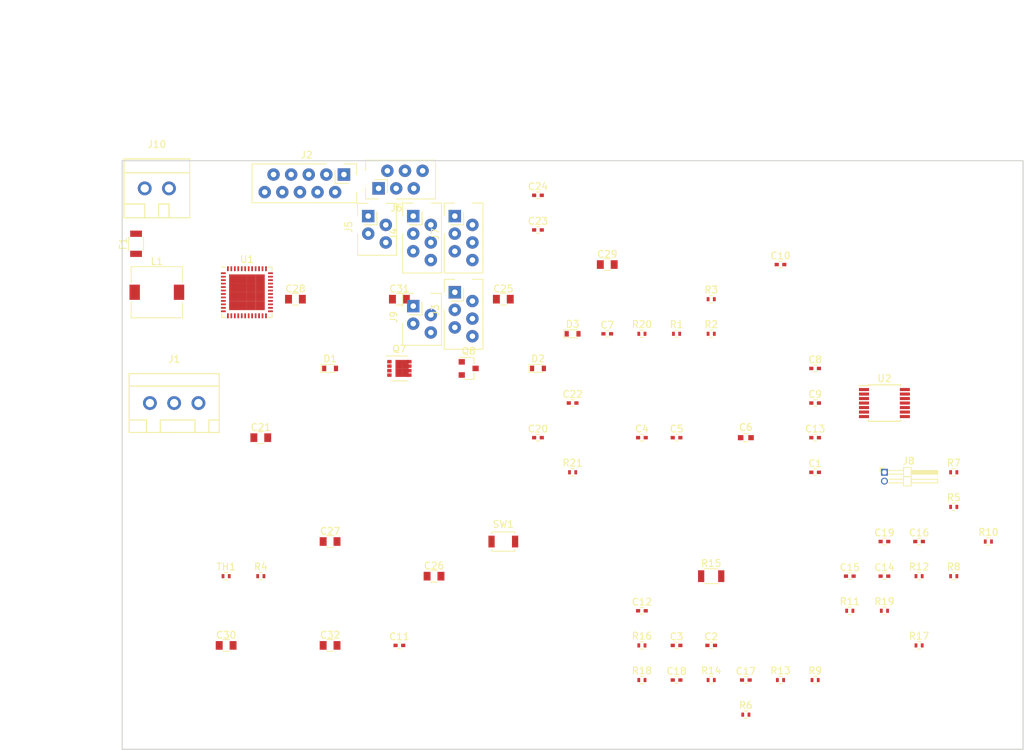
<source format=kicad_pcb>
(kicad_pcb (version 4) (host pcbnew 4.0.7-e2-6376~58~ubuntu16.04.1)

  (general
    (links 190)
    (no_connects 190)
    (area 94.924999 79.924999 225.075001 165.075001)
    (thickness 1.6)
    (drawings 8)
    (tracks 0)
    (zones 0)
    (modules 74)
    (nets 64)
  )

  (page A4)
  (layers
    (0 F.Cu signal)
    (31 B.Cu signal)
    (32 B.Adhes user)
    (33 F.Adhes user)
    (34 B.Paste user)
    (35 F.Paste user)
    (36 B.SilkS user)
    (37 F.SilkS user)
    (38 B.Mask user)
    (39 F.Mask user)
    (40 Dwgs.User user)
    (41 Cmts.User user)
    (42 Eco1.User user)
    (43 Eco2.User user)
    (44 Edge.Cuts user)
    (45 Margin user)
    (46 B.CrtYd user)
    (47 F.CrtYd user)
    (48 B.Fab user)
    (49 F.Fab user)
  )

  (setup
    (last_trace_width 0.25)
    (trace_clearance 0.2)
    (zone_clearance 0.508)
    (zone_45_only no)
    (trace_min 0.2)
    (segment_width 0.2)
    (edge_width 0.15)
    (via_size 0.6)
    (via_drill 0.4)
    (via_min_size 0.4)
    (via_min_drill 0.3)
    (uvia_size 0.3)
    (uvia_drill 0.1)
    (uvias_allowed no)
    (uvia_min_size 0.2)
    (uvia_min_drill 0.1)
    (pcb_text_width 0.3)
    (pcb_text_size 1.5 1.5)
    (mod_edge_width 0.15)
    (mod_text_size 1 1)
    (mod_text_width 0.15)
    (pad_size 1.524 1.524)
    (pad_drill 0.762)
    (pad_to_mask_clearance 0.2)
    (aux_axis_origin 0 0)
    (visible_elements FFFFFF7F)
    (pcbplotparams
      (layerselection 0x00030_80000001)
      (usegerberextensions false)
      (excludeedgelayer true)
      (linewidth 0.100000)
      (plotframeref false)
      (viasonmask false)
      (mode 1)
      (useauxorigin false)
      (hpglpennumber 1)
      (hpglpenspeed 20)
      (hpglpendiameter 15)
      (hpglpenoverlay 2)
      (psnegative false)
      (psa4output false)
      (plotreference true)
      (plotvalue true)
      (plotinvisibletext false)
      (padsonsilk false)
      (subtractmaskfromsilk false)
      (outputformat 1)
      (mirror false)
      (drillshape 1)
      (scaleselection 1)
      (outputdirectory ""))
  )

  (net 0 "")
  (net 1 "/Driver Bridge Single Mosfet/SH1")
  (net 2 GND)
  (net 3 "/Driver Bridge Single Mosfet/SH2")
  (net 4 "/Driver Bridge Single Mosfet/SH3")
  (net 5 "Net-(C4-Pad1)")
  (net 6 "Net-(C4-Pad2)")
  (net 7 "Net-(C5-Pad1)")
  (net 8 "Net-(C5-Pad2)")
  (net 9 "Net-(C6-Pad1)")
  (net 10 VCP)
  (net 11 VDH)
  (net 12 "Net-(C8-Pad2)")
  (net 13 "Net-(C9-Pad2)")
  (net 14 /Vdd_Ext)
  (net 15 "Net-(C11-Pad1)")
  (net 16 /RST)
  (net 17 "Net-(C13-Pad1)")
  (net 18 "Net-(C14-Pad1)")
  (net 19 /SL)
  (net 20 "Net-(C15-Pad1)")
  (net 21 "Net-(C16-Pad1)")
  (net 22 /OP2)
  (net 23 /OP1)
  (net 24 "Net-(C18-Pad1)")
  (net 25 "Net-(C19-Pad1)")
  (net 26 "Net-(C20-Pad1)")
  (net 27 "Net-(C22-Pad2)")
  (net 28 VS)
  (net 29 "Net-(D2-Pad1)")
  (net 30 "Net-(D2-Pad2)")
  (net 31 /Comms/A+)
  (net 32 /Comms/A-)
  (net 33 /Comms/B+)
  (net 34 /Comms/B-)
  (net 35 /Comms/I+)
  (net 36 /Comms/I-)
  (net 37 /P0.4)
  (net 38 /P1.4)
  (net 39 /P2.3)
  (net 40 /P0.1)
  (net 41 /P0.2)
  (net 42 /P0.3)
  (net 43 /P2.5)
  (net 44 /P1.0)
  (net 45 /P1.2)
  (net 46 /P1.1)
  (net 47 /P1.3)
  (net 48 /LIN)
  (net 49 /GND_LIN)
  (net 50 /P0.0)
  (net 51 /TMS)
  (net 52 "Net-(Q7-Pad2)")
  (net 53 "Net-(R1-Pad1)")
  (net 54 "Net-(R3-Pad1)")
  (net 55 /P2.2)
  (net 56 /GH1)
  (net 57 /GL1)
  (net 58 /GH2)
  (net 59 /GL2)
  (net 60 /GH3)
  (net 61 /GL3)
  (net 62 /P2.0)
  (net 63 /P2.4)

  (net_class Default "This is the default net class."
    (clearance 0.2)
    (trace_width 0.25)
    (via_dia 0.6)
    (via_drill 0.4)
    (uvia_dia 0.3)
    (uvia_drill 0.1)
    (add_net /Comms/A+)
    (add_net /Comms/A-)
    (add_net /Comms/B+)
    (add_net /Comms/B-)
    (add_net /Comms/I+)
    (add_net /Comms/I-)
    (add_net "/Driver Bridge Single Mosfet/SH1")
    (add_net "/Driver Bridge Single Mosfet/SH2")
    (add_net "/Driver Bridge Single Mosfet/SH3")
    (add_net /GH1)
    (add_net /GH2)
    (add_net /GH3)
    (add_net /GL1)
    (add_net /GL2)
    (add_net /GL3)
    (add_net /GND_LIN)
    (add_net /LIN)
    (add_net /OP1)
    (add_net /OP2)
    (add_net /P0.0)
    (add_net /P0.1)
    (add_net /P0.2)
    (add_net /P0.3)
    (add_net /P0.4)
    (add_net /P1.0)
    (add_net /P1.1)
    (add_net /P1.2)
    (add_net /P1.3)
    (add_net /P1.4)
    (add_net /P2.0)
    (add_net /P2.2)
    (add_net /P2.3)
    (add_net /P2.4)
    (add_net /P2.5)
    (add_net /RST)
    (add_net /SL)
    (add_net /TMS)
    (add_net /Vdd_Ext)
    (add_net GND)
    (add_net "Net-(C11-Pad1)")
    (add_net "Net-(C13-Pad1)")
    (add_net "Net-(C14-Pad1)")
    (add_net "Net-(C15-Pad1)")
    (add_net "Net-(C16-Pad1)")
    (add_net "Net-(C18-Pad1)")
    (add_net "Net-(C19-Pad1)")
    (add_net "Net-(C20-Pad1)")
    (add_net "Net-(C22-Pad2)")
    (add_net "Net-(C4-Pad1)")
    (add_net "Net-(C4-Pad2)")
    (add_net "Net-(C5-Pad1)")
    (add_net "Net-(C5-Pad2)")
    (add_net "Net-(C6-Pad1)")
    (add_net "Net-(C8-Pad2)")
    (add_net "Net-(C9-Pad2)")
    (add_net "Net-(D2-Pad1)")
    (add_net "Net-(D2-Pad2)")
    (add_net "Net-(Q7-Pad2)")
    (add_net "Net-(R1-Pad1)")
    (add_net "Net-(R3-Pad1)")
    (add_net VCP)
    (add_net VDH)
    (add_net VS)
  )

  (module Capacitors_SMD:C_0402 placed (layer F.Cu) (tedit 58AA841A) (tstamp 59B9CF90)
    (at 195 125)
    (descr "Capacitor SMD 0402, reflow soldering, AVX (see smccp.pdf)")
    (tags "capacitor 0402")
    (path /59BA0005)
    (attr smd)
    (fp_text reference C1 (at 0 -1.27) (layer F.SilkS)
      (effects (font (size 1 1) (thickness 0.15)))
    )
    (fp_text value 1n (at 0 1.27) (layer F.Fab)
      (effects (font (size 1 1) (thickness 0.15)))
    )
    (fp_text user %R (at 0 -1.27) (layer F.Fab)
      (effects (font (size 1 1) (thickness 0.15)))
    )
    (fp_line (start -0.5 0.25) (end -0.5 -0.25) (layer F.Fab) (width 0.1))
    (fp_line (start 0.5 0.25) (end -0.5 0.25) (layer F.Fab) (width 0.1))
    (fp_line (start 0.5 -0.25) (end 0.5 0.25) (layer F.Fab) (width 0.1))
    (fp_line (start -0.5 -0.25) (end 0.5 -0.25) (layer F.Fab) (width 0.1))
    (fp_line (start 0.25 -0.47) (end -0.25 -0.47) (layer F.SilkS) (width 0.12))
    (fp_line (start -0.25 0.47) (end 0.25 0.47) (layer F.SilkS) (width 0.12))
    (fp_line (start -1 -0.4) (end 1 -0.4) (layer F.CrtYd) (width 0.05))
    (fp_line (start -1 -0.4) (end -1 0.4) (layer F.CrtYd) (width 0.05))
    (fp_line (start 1 0.4) (end 1 -0.4) (layer F.CrtYd) (width 0.05))
    (fp_line (start 1 0.4) (end -1 0.4) (layer F.CrtYd) (width 0.05))
    (pad 1 smd rect (at -0.55 0) (size 0.6 0.5) (layers F.Cu F.Paste F.Mask)
      (net 1 "/Driver Bridge Single Mosfet/SH1"))
    (pad 2 smd rect (at 0.55 0) (size 0.6 0.5) (layers F.Cu F.Paste F.Mask)
      (net 2 GND))
    (model Capacitors_SMD.3dshapes/C_0402.wrl
      (at (xyz 0 0 0))
      (scale (xyz 1 1 1))
      (rotate (xyz 0 0 0))
    )
  )

  (module Capacitors_SMD:C_0402 placed (layer F.Cu) (tedit 58AA841A) (tstamp 59B9CF96)
    (at 180 150)
    (descr "Capacitor SMD 0402, reflow soldering, AVX (see smccp.pdf)")
    (tags "capacitor 0402")
    (path /59B9FF71)
    (attr smd)
    (fp_text reference C2 (at 0 -1.27) (layer F.SilkS)
      (effects (font (size 1 1) (thickness 0.15)))
    )
    (fp_text value 1n (at 0 1.27) (layer F.Fab)
      (effects (font (size 1 1) (thickness 0.15)))
    )
    (fp_text user %R (at 0 -1.27) (layer F.Fab)
      (effects (font (size 1 1) (thickness 0.15)))
    )
    (fp_line (start -0.5 0.25) (end -0.5 -0.25) (layer F.Fab) (width 0.1))
    (fp_line (start 0.5 0.25) (end -0.5 0.25) (layer F.Fab) (width 0.1))
    (fp_line (start 0.5 -0.25) (end 0.5 0.25) (layer F.Fab) (width 0.1))
    (fp_line (start -0.5 -0.25) (end 0.5 -0.25) (layer F.Fab) (width 0.1))
    (fp_line (start 0.25 -0.47) (end -0.25 -0.47) (layer F.SilkS) (width 0.12))
    (fp_line (start -0.25 0.47) (end 0.25 0.47) (layer F.SilkS) (width 0.12))
    (fp_line (start -1 -0.4) (end 1 -0.4) (layer F.CrtYd) (width 0.05))
    (fp_line (start -1 -0.4) (end -1 0.4) (layer F.CrtYd) (width 0.05))
    (fp_line (start 1 0.4) (end 1 -0.4) (layer F.CrtYd) (width 0.05))
    (fp_line (start 1 0.4) (end -1 0.4) (layer F.CrtYd) (width 0.05))
    (pad 1 smd rect (at -0.55 0) (size 0.6 0.5) (layers F.Cu F.Paste F.Mask)
      (net 3 "/Driver Bridge Single Mosfet/SH2"))
    (pad 2 smd rect (at 0.55 0) (size 0.6 0.5) (layers F.Cu F.Paste F.Mask)
      (net 2 GND))
    (model Capacitors_SMD.3dshapes/C_0402.wrl
      (at (xyz 0 0 0))
      (scale (xyz 1 1 1))
      (rotate (xyz 0 0 0))
    )
  )

  (module Capacitors_SMD:C_0402 placed (layer F.Cu) (tedit 58AA841A) (tstamp 59B9CF9C)
    (at 175 150)
    (descr "Capacitor SMD 0402, reflow soldering, AVX (see smccp.pdf)")
    (tags "capacitor 0402")
    (path /59B9FEFA)
    (attr smd)
    (fp_text reference C3 (at 0 -1.27) (layer F.SilkS)
      (effects (font (size 1 1) (thickness 0.15)))
    )
    (fp_text value 1n (at 0 1.27) (layer F.Fab)
      (effects (font (size 1 1) (thickness 0.15)))
    )
    (fp_text user %R (at 0 -1.27) (layer F.Fab)
      (effects (font (size 1 1) (thickness 0.15)))
    )
    (fp_line (start -0.5 0.25) (end -0.5 -0.25) (layer F.Fab) (width 0.1))
    (fp_line (start 0.5 0.25) (end -0.5 0.25) (layer F.Fab) (width 0.1))
    (fp_line (start 0.5 -0.25) (end 0.5 0.25) (layer F.Fab) (width 0.1))
    (fp_line (start -0.5 -0.25) (end 0.5 -0.25) (layer F.Fab) (width 0.1))
    (fp_line (start 0.25 -0.47) (end -0.25 -0.47) (layer F.SilkS) (width 0.12))
    (fp_line (start -0.25 0.47) (end 0.25 0.47) (layer F.SilkS) (width 0.12))
    (fp_line (start -1 -0.4) (end 1 -0.4) (layer F.CrtYd) (width 0.05))
    (fp_line (start -1 -0.4) (end -1 0.4) (layer F.CrtYd) (width 0.05))
    (fp_line (start 1 0.4) (end 1 -0.4) (layer F.CrtYd) (width 0.05))
    (fp_line (start 1 0.4) (end -1 0.4) (layer F.CrtYd) (width 0.05))
    (pad 1 smd rect (at -0.55 0) (size 0.6 0.5) (layers F.Cu F.Paste F.Mask)
      (net 4 "/Driver Bridge Single Mosfet/SH3"))
    (pad 2 smd rect (at 0.55 0) (size 0.6 0.5) (layers F.Cu F.Paste F.Mask)
      (net 2 GND))
    (model Capacitors_SMD.3dshapes/C_0402.wrl
      (at (xyz 0 0 0))
      (scale (xyz 1 1 1))
      (rotate (xyz 0 0 0))
    )
  )

  (module Capacitors_SMD:C_0402 placed (layer F.Cu) (tedit 58AA841A) (tstamp 59B9CFA2)
    (at 170 120)
    (descr "Capacitor SMD 0402, reflow soldering, AVX (see smccp.pdf)")
    (tags "capacitor 0402")
    (path /59B9C0E7)
    (attr smd)
    (fp_text reference C4 (at 0 -1.27) (layer F.SilkS)
      (effects (font (size 1 1) (thickness 0.15)))
    )
    (fp_text value 220n (at 0 1.27) (layer F.Fab)
      (effects (font (size 1 1) (thickness 0.15)))
    )
    (fp_text user %R (at 0 -1.27) (layer F.Fab)
      (effects (font (size 1 1) (thickness 0.15)))
    )
    (fp_line (start -0.5 0.25) (end -0.5 -0.25) (layer F.Fab) (width 0.1))
    (fp_line (start 0.5 0.25) (end -0.5 0.25) (layer F.Fab) (width 0.1))
    (fp_line (start 0.5 -0.25) (end 0.5 0.25) (layer F.Fab) (width 0.1))
    (fp_line (start -0.5 -0.25) (end 0.5 -0.25) (layer F.Fab) (width 0.1))
    (fp_line (start 0.25 -0.47) (end -0.25 -0.47) (layer F.SilkS) (width 0.12))
    (fp_line (start -0.25 0.47) (end 0.25 0.47) (layer F.SilkS) (width 0.12))
    (fp_line (start -1 -0.4) (end 1 -0.4) (layer F.CrtYd) (width 0.05))
    (fp_line (start -1 -0.4) (end -1 0.4) (layer F.CrtYd) (width 0.05))
    (fp_line (start 1 0.4) (end 1 -0.4) (layer F.CrtYd) (width 0.05))
    (fp_line (start 1 0.4) (end -1 0.4) (layer F.CrtYd) (width 0.05))
    (pad 1 smd rect (at -0.55 0) (size 0.6 0.5) (layers F.Cu F.Paste F.Mask)
      (net 5 "Net-(C4-Pad1)"))
    (pad 2 smd rect (at 0.55 0) (size 0.6 0.5) (layers F.Cu F.Paste F.Mask)
      (net 6 "Net-(C4-Pad2)"))
    (model Capacitors_SMD.3dshapes/C_0402.wrl
      (at (xyz 0 0 0))
      (scale (xyz 1 1 1))
      (rotate (xyz 0 0 0))
    )
  )

  (module Capacitors_SMD:C_0402 placed (layer F.Cu) (tedit 58AA841A) (tstamp 59B9CFA8)
    (at 175 120)
    (descr "Capacitor SMD 0402, reflow soldering, AVX (see smccp.pdf)")
    (tags "capacitor 0402")
    (path /59B9C139)
    (attr smd)
    (fp_text reference C5 (at 0 -1.27) (layer F.SilkS)
      (effects (font (size 1 1) (thickness 0.15)))
    )
    (fp_text value 220n (at 0 1.27) (layer F.Fab)
      (effects (font (size 1 1) (thickness 0.15)))
    )
    (fp_text user %R (at 0 -1.27) (layer F.Fab)
      (effects (font (size 1 1) (thickness 0.15)))
    )
    (fp_line (start -0.5 0.25) (end -0.5 -0.25) (layer F.Fab) (width 0.1))
    (fp_line (start 0.5 0.25) (end -0.5 0.25) (layer F.Fab) (width 0.1))
    (fp_line (start 0.5 -0.25) (end 0.5 0.25) (layer F.Fab) (width 0.1))
    (fp_line (start -0.5 -0.25) (end 0.5 -0.25) (layer F.Fab) (width 0.1))
    (fp_line (start 0.25 -0.47) (end -0.25 -0.47) (layer F.SilkS) (width 0.12))
    (fp_line (start -0.25 0.47) (end 0.25 0.47) (layer F.SilkS) (width 0.12))
    (fp_line (start -1 -0.4) (end 1 -0.4) (layer F.CrtYd) (width 0.05))
    (fp_line (start -1 -0.4) (end -1 0.4) (layer F.CrtYd) (width 0.05))
    (fp_line (start 1 0.4) (end 1 -0.4) (layer F.CrtYd) (width 0.05))
    (fp_line (start 1 0.4) (end -1 0.4) (layer F.CrtYd) (width 0.05))
    (pad 1 smd rect (at -0.55 0) (size 0.6 0.5) (layers F.Cu F.Paste F.Mask)
      (net 7 "Net-(C5-Pad1)"))
    (pad 2 smd rect (at 0.55 0) (size 0.6 0.5) (layers F.Cu F.Paste F.Mask)
      (net 8 "Net-(C5-Pad2)"))
    (model Capacitors_SMD.3dshapes/C_0402.wrl
      (at (xyz 0 0 0))
      (scale (xyz 1 1 1))
      (rotate (xyz 0 0 0))
    )
  )

  (module Capacitors_SMD:C_0402 placed (layer F.Cu) (tedit 58AA841A) (tstamp 59B9CFB4)
    (at 165 105)
    (descr "Capacitor SMD 0402, reflow soldering, AVX (see smccp.pdf)")
    (tags "capacitor 0402")
    (path /59B9B931)
    (attr smd)
    (fp_text reference C7 (at 0 -1.27) (layer F.SilkS)
      (effects (font (size 1 1) (thickness 0.15)))
    )
    (fp_text value 220n (at 0 1.27) (layer F.Fab)
      (effects (font (size 1 1) (thickness 0.15)))
    )
    (fp_text user %R (at 0 -1.27) (layer F.Fab)
      (effects (font (size 1 1) (thickness 0.15)))
    )
    (fp_line (start -0.5 0.25) (end -0.5 -0.25) (layer F.Fab) (width 0.1))
    (fp_line (start 0.5 0.25) (end -0.5 0.25) (layer F.Fab) (width 0.1))
    (fp_line (start 0.5 -0.25) (end 0.5 0.25) (layer F.Fab) (width 0.1))
    (fp_line (start -0.5 -0.25) (end 0.5 -0.25) (layer F.Fab) (width 0.1))
    (fp_line (start 0.25 -0.47) (end -0.25 -0.47) (layer F.SilkS) (width 0.12))
    (fp_line (start -0.25 0.47) (end 0.25 0.47) (layer F.SilkS) (width 0.12))
    (fp_line (start -1 -0.4) (end 1 -0.4) (layer F.CrtYd) (width 0.05))
    (fp_line (start -1 -0.4) (end -1 0.4) (layer F.CrtYd) (width 0.05))
    (fp_line (start 1 0.4) (end 1 -0.4) (layer F.CrtYd) (width 0.05))
    (fp_line (start 1 0.4) (end -1 0.4) (layer F.CrtYd) (width 0.05))
    (pad 1 smd rect (at -0.55 0) (size 0.6 0.5) (layers F.Cu F.Paste F.Mask)
      (net 10 VCP))
    (pad 2 smd rect (at 0.55 0) (size 0.6 0.5) (layers F.Cu F.Paste F.Mask)
      (net 11 VDH))
    (model Capacitors_SMD.3dshapes/C_0402.wrl
      (at (xyz 0 0 0))
      (scale (xyz 1 1 1))
      (rotate (xyz 0 0 0))
    )
  )

  (module Capacitors_SMD:C_0402 placed (layer F.Cu) (tedit 58AA841A) (tstamp 59B9CFBA)
    (at 195 110)
    (descr "Capacitor SMD 0402, reflow soldering, AVX (see smccp.pdf)")
    (tags "capacitor 0402")
    (path /59BA13B8)
    (attr smd)
    (fp_text reference C8 (at 0 -1.27) (layer F.SilkS)
      (effects (font (size 1 1) (thickness 0.15)))
    )
    (fp_text value 330n (at 0 1.27) (layer F.Fab)
      (effects (font (size 1 1) (thickness 0.15)))
    )
    (fp_text user %R (at 0 -1.27) (layer F.Fab)
      (effects (font (size 1 1) (thickness 0.15)))
    )
    (fp_line (start -0.5 0.25) (end -0.5 -0.25) (layer F.Fab) (width 0.1))
    (fp_line (start 0.5 0.25) (end -0.5 0.25) (layer F.Fab) (width 0.1))
    (fp_line (start 0.5 -0.25) (end 0.5 0.25) (layer F.Fab) (width 0.1))
    (fp_line (start -0.5 -0.25) (end 0.5 -0.25) (layer F.Fab) (width 0.1))
    (fp_line (start 0.25 -0.47) (end -0.25 -0.47) (layer F.SilkS) (width 0.12))
    (fp_line (start -0.25 0.47) (end 0.25 0.47) (layer F.SilkS) (width 0.12))
    (fp_line (start -1 -0.4) (end 1 -0.4) (layer F.CrtYd) (width 0.05))
    (fp_line (start -1 -0.4) (end -1 0.4) (layer F.CrtYd) (width 0.05))
    (fp_line (start 1 0.4) (end 1 -0.4) (layer F.CrtYd) (width 0.05))
    (fp_line (start 1 0.4) (end -1 0.4) (layer F.CrtYd) (width 0.05))
    (pad 1 smd rect (at -0.55 0) (size 0.6 0.5) (layers F.Cu F.Paste F.Mask)
      (net 2 GND))
    (pad 2 smd rect (at 0.55 0) (size 0.6 0.5) (layers F.Cu F.Paste F.Mask)
      (net 12 "Net-(C8-Pad2)"))
    (model Capacitors_SMD.3dshapes/C_0402.wrl
      (at (xyz 0 0 0))
      (scale (xyz 1 1 1))
      (rotate (xyz 0 0 0))
    )
  )

  (module Capacitors_SMD:C_0402 placed (layer F.Cu) (tedit 58AA841A) (tstamp 59B9CFC0)
    (at 195 115)
    (descr "Capacitor SMD 0402, reflow soldering, AVX (see smccp.pdf)")
    (tags "capacitor 0402")
    (path /59BB91A2)
    (attr smd)
    (fp_text reference C9 (at 0 -1.27) (layer F.SilkS)
      (effects (font (size 1 1) (thickness 0.15)))
    )
    (fp_text value 330n (at 0 1.27) (layer F.Fab)
      (effects (font (size 1 1) (thickness 0.15)))
    )
    (fp_text user %R (at 0 -1.27) (layer F.Fab)
      (effects (font (size 1 1) (thickness 0.15)))
    )
    (fp_line (start -0.5 0.25) (end -0.5 -0.25) (layer F.Fab) (width 0.1))
    (fp_line (start 0.5 0.25) (end -0.5 0.25) (layer F.Fab) (width 0.1))
    (fp_line (start 0.5 -0.25) (end 0.5 0.25) (layer F.Fab) (width 0.1))
    (fp_line (start -0.5 -0.25) (end 0.5 -0.25) (layer F.Fab) (width 0.1))
    (fp_line (start 0.25 -0.47) (end -0.25 -0.47) (layer F.SilkS) (width 0.12))
    (fp_line (start -0.25 0.47) (end 0.25 0.47) (layer F.SilkS) (width 0.12))
    (fp_line (start -1 -0.4) (end 1 -0.4) (layer F.CrtYd) (width 0.05))
    (fp_line (start -1 -0.4) (end -1 0.4) (layer F.CrtYd) (width 0.05))
    (fp_line (start 1 0.4) (end 1 -0.4) (layer F.CrtYd) (width 0.05))
    (fp_line (start 1 0.4) (end -1 0.4) (layer F.CrtYd) (width 0.05))
    (pad 1 smd rect (at -0.55 0) (size 0.6 0.5) (layers F.Cu F.Paste F.Mask)
      (net 2 GND))
    (pad 2 smd rect (at 0.55 0) (size 0.6 0.5) (layers F.Cu F.Paste F.Mask)
      (net 13 "Net-(C9-Pad2)"))
    (model Capacitors_SMD.3dshapes/C_0402.wrl
      (at (xyz 0 0 0))
      (scale (xyz 1 1 1))
      (rotate (xyz 0 0 0))
    )
  )

  (module Capacitors_SMD:C_0402 placed (layer F.Cu) (tedit 58AA841A) (tstamp 59B9CFC6)
    (at 190 95)
    (descr "Capacitor SMD 0402, reflow soldering, AVX (see smccp.pdf)")
    (tags "capacitor 0402")
    (path /59BB9231)
    (attr smd)
    (fp_text reference C10 (at 0 -1.27) (layer F.SilkS)
      (effects (font (size 1 1) (thickness 0.15)))
    )
    (fp_text value 330n (at 0 1.27) (layer F.Fab)
      (effects (font (size 1 1) (thickness 0.15)))
    )
    (fp_text user %R (at 0 -1.27) (layer F.Fab)
      (effects (font (size 1 1) (thickness 0.15)))
    )
    (fp_line (start -0.5 0.25) (end -0.5 -0.25) (layer F.Fab) (width 0.1))
    (fp_line (start 0.5 0.25) (end -0.5 0.25) (layer F.Fab) (width 0.1))
    (fp_line (start 0.5 -0.25) (end 0.5 0.25) (layer F.Fab) (width 0.1))
    (fp_line (start -0.5 -0.25) (end 0.5 -0.25) (layer F.Fab) (width 0.1))
    (fp_line (start 0.25 -0.47) (end -0.25 -0.47) (layer F.SilkS) (width 0.12))
    (fp_line (start -0.25 0.47) (end 0.25 0.47) (layer F.SilkS) (width 0.12))
    (fp_line (start -1 -0.4) (end 1 -0.4) (layer F.CrtYd) (width 0.05))
    (fp_line (start -1 -0.4) (end -1 0.4) (layer F.CrtYd) (width 0.05))
    (fp_line (start 1 0.4) (end 1 -0.4) (layer F.CrtYd) (width 0.05))
    (fp_line (start 1 0.4) (end -1 0.4) (layer F.CrtYd) (width 0.05))
    (pad 1 smd rect (at -0.55 0) (size 0.6 0.5) (layers F.Cu F.Paste F.Mask)
      (net 2 GND))
    (pad 2 smd rect (at 0.55 0) (size 0.6 0.5) (layers F.Cu F.Paste F.Mask)
      (net 14 /Vdd_Ext))
    (model Capacitors_SMD.3dshapes/C_0402.wrl
      (at (xyz 0 0 0))
      (scale (xyz 1 1 1))
      (rotate (xyz 0 0 0))
    )
  )

  (module Capacitors_SMD:C_0402 placed (layer F.Cu) (tedit 58AA841A) (tstamp 59B9CFCC)
    (at 135 150)
    (descr "Capacitor SMD 0402, reflow soldering, AVX (see smccp.pdf)")
    (tags "capacitor 0402")
    (path /59BBAA56)
    (attr smd)
    (fp_text reference C11 (at 0 -1.27) (layer F.SilkS)
      (effects (font (size 1 1) (thickness 0.15)))
    )
    (fp_text value 100n (at 0 1.27) (layer F.Fab)
      (effects (font (size 1 1) (thickness 0.15)))
    )
    (fp_text user %R (at 0 -1.27) (layer F.Fab)
      (effects (font (size 1 1) (thickness 0.15)))
    )
    (fp_line (start -0.5 0.25) (end -0.5 -0.25) (layer F.Fab) (width 0.1))
    (fp_line (start 0.5 0.25) (end -0.5 0.25) (layer F.Fab) (width 0.1))
    (fp_line (start 0.5 -0.25) (end 0.5 0.25) (layer F.Fab) (width 0.1))
    (fp_line (start -0.5 -0.25) (end 0.5 -0.25) (layer F.Fab) (width 0.1))
    (fp_line (start 0.25 -0.47) (end -0.25 -0.47) (layer F.SilkS) (width 0.12))
    (fp_line (start -0.25 0.47) (end 0.25 0.47) (layer F.SilkS) (width 0.12))
    (fp_line (start -1 -0.4) (end 1 -0.4) (layer F.CrtYd) (width 0.05))
    (fp_line (start -1 -0.4) (end -1 0.4) (layer F.CrtYd) (width 0.05))
    (fp_line (start 1 0.4) (end 1 -0.4) (layer F.CrtYd) (width 0.05))
    (fp_line (start 1 0.4) (end -1 0.4) (layer F.CrtYd) (width 0.05))
    (pad 1 smd rect (at -0.55 0) (size 0.6 0.5) (layers F.Cu F.Paste F.Mask)
      (net 15 "Net-(C11-Pad1)"))
    (pad 2 smd rect (at 0.55 0) (size 0.6 0.5) (layers F.Cu F.Paste F.Mask)
      (net 2 GND))
    (model Capacitors_SMD.3dshapes/C_0402.wrl
      (at (xyz 0 0 0))
      (scale (xyz 1 1 1))
      (rotate (xyz 0 0 0))
    )
  )

  (module Capacitors_SMD:C_0402 placed (layer F.Cu) (tedit 58AA841A) (tstamp 59B9CFD2)
    (at 170 145)
    (descr "Capacitor SMD 0402, reflow soldering, AVX (see smccp.pdf)")
    (tags "capacitor 0402")
    (path /59BBA79A)
    (attr smd)
    (fp_text reference C12 (at 0 -1.27) (layer F.SilkS)
      (effects (font (size 1 1) (thickness 0.15)))
    )
    (fp_text value 1n (at 0 1.27) (layer F.Fab)
      (effects (font (size 1 1) (thickness 0.15)))
    )
    (fp_text user %R (at 0 -1.27) (layer F.Fab)
      (effects (font (size 1 1) (thickness 0.15)))
    )
    (fp_line (start -0.5 0.25) (end -0.5 -0.25) (layer F.Fab) (width 0.1))
    (fp_line (start 0.5 0.25) (end -0.5 0.25) (layer F.Fab) (width 0.1))
    (fp_line (start 0.5 -0.25) (end 0.5 0.25) (layer F.Fab) (width 0.1))
    (fp_line (start -0.5 -0.25) (end 0.5 -0.25) (layer F.Fab) (width 0.1))
    (fp_line (start 0.25 -0.47) (end -0.25 -0.47) (layer F.SilkS) (width 0.12))
    (fp_line (start -0.25 0.47) (end 0.25 0.47) (layer F.SilkS) (width 0.12))
    (fp_line (start -1 -0.4) (end 1 -0.4) (layer F.CrtYd) (width 0.05))
    (fp_line (start -1 -0.4) (end -1 0.4) (layer F.CrtYd) (width 0.05))
    (fp_line (start 1 0.4) (end 1 -0.4) (layer F.CrtYd) (width 0.05))
    (fp_line (start 1 0.4) (end -1 0.4) (layer F.CrtYd) (width 0.05))
    (pad 1 smd rect (at -0.55 0) (size 0.6 0.5) (layers F.Cu F.Paste F.Mask)
      (net 16 /RST))
    (pad 2 smd rect (at 0.55 0) (size 0.6 0.5) (layers F.Cu F.Paste F.Mask)
      (net 2 GND))
    (model Capacitors_SMD.3dshapes/C_0402.wrl
      (at (xyz 0 0 0))
      (scale (xyz 1 1 1))
      (rotate (xyz 0 0 0))
    )
  )

  (module Capacitors_SMD:C_0402 placed (layer F.Cu) (tedit 58AA841A) (tstamp 59B9CFD8)
    (at 195 120)
    (descr "Capacitor SMD 0402, reflow soldering, AVX (see smccp.pdf)")
    (tags "capacitor 0402")
    (path /59B97CB7/59BA2B42)
    (attr smd)
    (fp_text reference C13 (at 0 -1.27) (layer F.SilkS)
      (effects (font (size 1 1) (thickness 0.15)))
    )
    (fp_text value 4.7n (at 0 1.27) (layer F.Fab)
      (effects (font (size 1 1) (thickness 0.15)))
    )
    (fp_text user %R (at 0 -1.27) (layer F.Fab)
      (effects (font (size 1 1) (thickness 0.15)))
    )
    (fp_line (start -0.5 0.25) (end -0.5 -0.25) (layer F.Fab) (width 0.1))
    (fp_line (start 0.5 0.25) (end -0.5 0.25) (layer F.Fab) (width 0.1))
    (fp_line (start 0.5 -0.25) (end 0.5 0.25) (layer F.Fab) (width 0.1))
    (fp_line (start -0.5 -0.25) (end 0.5 -0.25) (layer F.Fab) (width 0.1))
    (fp_line (start 0.25 -0.47) (end -0.25 -0.47) (layer F.SilkS) (width 0.12))
    (fp_line (start -0.25 0.47) (end 0.25 0.47) (layer F.SilkS) (width 0.12))
    (fp_line (start -1 -0.4) (end 1 -0.4) (layer F.CrtYd) (width 0.05))
    (fp_line (start -1 -0.4) (end -1 0.4) (layer F.CrtYd) (width 0.05))
    (fp_line (start 1 0.4) (end 1 -0.4) (layer F.CrtYd) (width 0.05))
    (fp_line (start 1 0.4) (end -1 0.4) (layer F.CrtYd) (width 0.05))
    (pad 1 smd rect (at -0.55 0) (size 0.6 0.5) (layers F.Cu F.Paste F.Mask)
      (net 17 "Net-(C13-Pad1)"))
    (pad 2 smd rect (at 0.55 0) (size 0.6 0.5) (layers F.Cu F.Paste F.Mask)
      (net 1 "/Driver Bridge Single Mosfet/SH1"))
    (model Capacitors_SMD.3dshapes/C_0402.wrl
      (at (xyz 0 0 0))
      (scale (xyz 1 1 1))
      (rotate (xyz 0 0 0))
    )
  )

  (module Capacitors_SMD:C_0402 placed (layer F.Cu) (tedit 58AA841A) (tstamp 59B9CFDE)
    (at 205 140)
    (descr "Capacitor SMD 0402, reflow soldering, AVX (see smccp.pdf)")
    (tags "capacitor 0402")
    (path /59B97CB7/59BA3458)
    (attr smd)
    (fp_text reference C14 (at 0 -1.27) (layer F.SilkS)
      (effects (font (size 1 1) (thickness 0.15)))
    )
    (fp_text value 4.7n (at 0 1.27) (layer F.Fab)
      (effects (font (size 1 1) (thickness 0.15)))
    )
    (fp_text user %R (at 0 -1.27) (layer F.Fab)
      (effects (font (size 1 1) (thickness 0.15)))
    )
    (fp_line (start -0.5 0.25) (end -0.5 -0.25) (layer F.Fab) (width 0.1))
    (fp_line (start 0.5 0.25) (end -0.5 0.25) (layer F.Fab) (width 0.1))
    (fp_line (start 0.5 -0.25) (end 0.5 0.25) (layer F.Fab) (width 0.1))
    (fp_line (start -0.5 -0.25) (end 0.5 -0.25) (layer F.Fab) (width 0.1))
    (fp_line (start 0.25 -0.47) (end -0.25 -0.47) (layer F.SilkS) (width 0.12))
    (fp_line (start -0.25 0.47) (end 0.25 0.47) (layer F.SilkS) (width 0.12))
    (fp_line (start -1 -0.4) (end 1 -0.4) (layer F.CrtYd) (width 0.05))
    (fp_line (start -1 -0.4) (end -1 0.4) (layer F.CrtYd) (width 0.05))
    (fp_line (start 1 0.4) (end 1 -0.4) (layer F.CrtYd) (width 0.05))
    (fp_line (start 1 0.4) (end -1 0.4) (layer F.CrtYd) (width 0.05))
    (pad 1 smd rect (at -0.55 0) (size 0.6 0.5) (layers F.Cu F.Paste F.Mask)
      (net 18 "Net-(C14-Pad1)"))
    (pad 2 smd rect (at 0.55 0) (size 0.6 0.5) (layers F.Cu F.Paste F.Mask)
      (net 19 /SL))
    (model Capacitors_SMD.3dshapes/C_0402.wrl
      (at (xyz 0 0 0))
      (scale (xyz 1 1 1))
      (rotate (xyz 0 0 0))
    )
  )

  (module Capacitors_SMD:C_0402 placed (layer F.Cu) (tedit 58AA841A) (tstamp 59B9CFE4)
    (at 200 140)
    (descr "Capacitor SMD 0402, reflow soldering, AVX (see smccp.pdf)")
    (tags "capacitor 0402")
    (path /59B97CB7/59BA3D9B)
    (attr smd)
    (fp_text reference C15 (at 0 -1.27) (layer F.SilkS)
      (effects (font (size 1 1) (thickness 0.15)))
    )
    (fp_text value 4.7n (at 0 1.27) (layer F.Fab)
      (effects (font (size 1 1) (thickness 0.15)))
    )
    (fp_text user %R (at 0 -1.27) (layer F.Fab)
      (effects (font (size 1 1) (thickness 0.15)))
    )
    (fp_line (start -0.5 0.25) (end -0.5 -0.25) (layer F.Fab) (width 0.1))
    (fp_line (start 0.5 0.25) (end -0.5 0.25) (layer F.Fab) (width 0.1))
    (fp_line (start 0.5 -0.25) (end 0.5 0.25) (layer F.Fab) (width 0.1))
    (fp_line (start -0.5 -0.25) (end 0.5 -0.25) (layer F.Fab) (width 0.1))
    (fp_line (start 0.25 -0.47) (end -0.25 -0.47) (layer F.SilkS) (width 0.12))
    (fp_line (start -0.25 0.47) (end 0.25 0.47) (layer F.SilkS) (width 0.12))
    (fp_line (start -1 -0.4) (end 1 -0.4) (layer F.CrtYd) (width 0.05))
    (fp_line (start -1 -0.4) (end -1 0.4) (layer F.CrtYd) (width 0.05))
    (fp_line (start 1 0.4) (end 1 -0.4) (layer F.CrtYd) (width 0.05))
    (fp_line (start 1 0.4) (end -1 0.4) (layer F.CrtYd) (width 0.05))
    (pad 1 smd rect (at -0.55 0) (size 0.6 0.5) (layers F.Cu F.Paste F.Mask)
      (net 20 "Net-(C15-Pad1)"))
    (pad 2 smd rect (at 0.55 0) (size 0.6 0.5) (layers F.Cu F.Paste F.Mask)
      (net 3 "/Driver Bridge Single Mosfet/SH2"))
    (model Capacitors_SMD.3dshapes/C_0402.wrl
      (at (xyz 0 0 0))
      (scale (xyz 1 1 1))
      (rotate (xyz 0 0 0))
    )
  )

  (module Capacitors_SMD:C_0402 placed (layer F.Cu) (tedit 58AA841A) (tstamp 59B9CFEA)
    (at 210 135)
    (descr "Capacitor SMD 0402, reflow soldering, AVX (see smccp.pdf)")
    (tags "capacitor 0402")
    (path /59B97CB7/59BA4386)
    (attr smd)
    (fp_text reference C16 (at 0 -1.27) (layer F.SilkS)
      (effects (font (size 1 1) (thickness 0.15)))
    )
    (fp_text value 4.7n (at 0 1.27) (layer F.Fab)
      (effects (font (size 1 1) (thickness 0.15)))
    )
    (fp_text user %R (at 0 -1.27) (layer F.Fab)
      (effects (font (size 1 1) (thickness 0.15)))
    )
    (fp_line (start -0.5 0.25) (end -0.5 -0.25) (layer F.Fab) (width 0.1))
    (fp_line (start 0.5 0.25) (end -0.5 0.25) (layer F.Fab) (width 0.1))
    (fp_line (start 0.5 -0.25) (end 0.5 0.25) (layer F.Fab) (width 0.1))
    (fp_line (start -0.5 -0.25) (end 0.5 -0.25) (layer F.Fab) (width 0.1))
    (fp_line (start 0.25 -0.47) (end -0.25 -0.47) (layer F.SilkS) (width 0.12))
    (fp_line (start -0.25 0.47) (end 0.25 0.47) (layer F.SilkS) (width 0.12))
    (fp_line (start -1 -0.4) (end 1 -0.4) (layer F.CrtYd) (width 0.05))
    (fp_line (start -1 -0.4) (end -1 0.4) (layer F.CrtYd) (width 0.05))
    (fp_line (start 1 0.4) (end 1 -0.4) (layer F.CrtYd) (width 0.05))
    (fp_line (start 1 0.4) (end -1 0.4) (layer F.CrtYd) (width 0.05))
    (pad 1 smd rect (at -0.55 0) (size 0.6 0.5) (layers F.Cu F.Paste F.Mask)
      (net 21 "Net-(C16-Pad1)"))
    (pad 2 smd rect (at 0.55 0) (size 0.6 0.5) (layers F.Cu F.Paste F.Mask)
      (net 19 /SL))
    (model Capacitors_SMD.3dshapes/C_0402.wrl
      (at (xyz 0 0 0))
      (scale (xyz 1 1 1))
      (rotate (xyz 0 0 0))
    )
  )

  (module Capacitors_SMD:C_0402 placed (layer F.Cu) (tedit 58AA841A) (tstamp 59B9CFF0)
    (at 185 155)
    (descr "Capacitor SMD 0402, reflow soldering, AVX (see smccp.pdf)")
    (tags "capacitor 0402")
    (path /59B97CB7/59BA7558)
    (attr smd)
    (fp_text reference C17 (at 0 -1.27) (layer F.SilkS)
      (effects (font (size 1 1) (thickness 0.15)))
    )
    (fp_text value 1n (at 0 1.27) (layer F.Fab)
      (effects (font (size 1 1) (thickness 0.15)))
    )
    (fp_text user %R (at 0 -1.27) (layer F.Fab)
      (effects (font (size 1 1) (thickness 0.15)))
    )
    (fp_line (start -0.5 0.25) (end -0.5 -0.25) (layer F.Fab) (width 0.1))
    (fp_line (start 0.5 0.25) (end -0.5 0.25) (layer F.Fab) (width 0.1))
    (fp_line (start 0.5 -0.25) (end 0.5 0.25) (layer F.Fab) (width 0.1))
    (fp_line (start -0.5 -0.25) (end 0.5 -0.25) (layer F.Fab) (width 0.1))
    (fp_line (start 0.25 -0.47) (end -0.25 -0.47) (layer F.SilkS) (width 0.12))
    (fp_line (start -0.25 0.47) (end 0.25 0.47) (layer F.SilkS) (width 0.12))
    (fp_line (start -1 -0.4) (end 1 -0.4) (layer F.CrtYd) (width 0.05))
    (fp_line (start -1 -0.4) (end -1 0.4) (layer F.CrtYd) (width 0.05))
    (fp_line (start 1 0.4) (end 1 -0.4) (layer F.CrtYd) (width 0.05))
    (fp_line (start 1 0.4) (end -1 0.4) (layer F.CrtYd) (width 0.05))
    (pad 1 smd rect (at -0.55 0) (size 0.6 0.5) (layers F.Cu F.Paste F.Mask)
      (net 22 /OP2))
    (pad 2 smd rect (at 0.55 0) (size 0.6 0.5) (layers F.Cu F.Paste F.Mask)
      (net 23 /OP1))
    (model Capacitors_SMD.3dshapes/C_0402.wrl
      (at (xyz 0 0 0))
      (scale (xyz 1 1 1))
      (rotate (xyz 0 0 0))
    )
  )

  (module Capacitors_SMD:C_0402 placed (layer F.Cu) (tedit 58AA841A) (tstamp 59B9CFF6)
    (at 175 155)
    (descr "Capacitor SMD 0402, reflow soldering, AVX (see smccp.pdf)")
    (tags "capacitor 0402")
    (path /59B97CB7/59BA3EF2)
    (attr smd)
    (fp_text reference C18 (at 0 -1.27) (layer F.SilkS)
      (effects (font (size 1 1) (thickness 0.15)))
    )
    (fp_text value 4.7n (at 0 1.27) (layer F.Fab)
      (effects (font (size 1 1) (thickness 0.15)))
    )
    (fp_text user %R (at 0 -1.27) (layer F.Fab)
      (effects (font (size 1 1) (thickness 0.15)))
    )
    (fp_line (start -0.5 0.25) (end -0.5 -0.25) (layer F.Fab) (width 0.1))
    (fp_line (start 0.5 0.25) (end -0.5 0.25) (layer F.Fab) (width 0.1))
    (fp_line (start 0.5 -0.25) (end 0.5 0.25) (layer F.Fab) (width 0.1))
    (fp_line (start -0.5 -0.25) (end 0.5 -0.25) (layer F.Fab) (width 0.1))
    (fp_line (start 0.25 -0.47) (end -0.25 -0.47) (layer F.SilkS) (width 0.12))
    (fp_line (start -0.25 0.47) (end 0.25 0.47) (layer F.SilkS) (width 0.12))
    (fp_line (start -1 -0.4) (end 1 -0.4) (layer F.CrtYd) (width 0.05))
    (fp_line (start -1 -0.4) (end -1 0.4) (layer F.CrtYd) (width 0.05))
    (fp_line (start 1 0.4) (end 1 -0.4) (layer F.CrtYd) (width 0.05))
    (fp_line (start 1 0.4) (end -1 0.4) (layer F.CrtYd) (width 0.05))
    (pad 1 smd rect (at -0.55 0) (size 0.6 0.5) (layers F.Cu F.Paste F.Mask)
      (net 24 "Net-(C18-Pad1)"))
    (pad 2 smd rect (at 0.55 0) (size 0.6 0.5) (layers F.Cu F.Paste F.Mask)
      (net 4 "/Driver Bridge Single Mosfet/SH3"))
    (model Capacitors_SMD.3dshapes/C_0402.wrl
      (at (xyz 0 0 0))
      (scale (xyz 1 1 1))
      (rotate (xyz 0 0 0))
    )
  )

  (module Capacitors_SMD:C_0402 placed (layer F.Cu) (tedit 58AA841A) (tstamp 59B9CFFC)
    (at 205 135)
    (descr "Capacitor SMD 0402, reflow soldering, AVX (see smccp.pdf)")
    (tags "capacitor 0402")
    (path /59B97CB7/59BA4498)
    (attr smd)
    (fp_text reference C19 (at 0 -1.27) (layer F.SilkS)
      (effects (font (size 1 1) (thickness 0.15)))
    )
    (fp_text value 4.7n (at 0 1.27) (layer F.Fab)
      (effects (font (size 1 1) (thickness 0.15)))
    )
    (fp_text user %R (at 0 -1.27) (layer F.Fab)
      (effects (font (size 1 1) (thickness 0.15)))
    )
    (fp_line (start -0.5 0.25) (end -0.5 -0.25) (layer F.Fab) (width 0.1))
    (fp_line (start 0.5 0.25) (end -0.5 0.25) (layer F.Fab) (width 0.1))
    (fp_line (start 0.5 -0.25) (end 0.5 0.25) (layer F.Fab) (width 0.1))
    (fp_line (start -0.5 -0.25) (end 0.5 -0.25) (layer F.Fab) (width 0.1))
    (fp_line (start 0.25 -0.47) (end -0.25 -0.47) (layer F.SilkS) (width 0.12))
    (fp_line (start -0.25 0.47) (end 0.25 0.47) (layer F.SilkS) (width 0.12))
    (fp_line (start -1 -0.4) (end 1 -0.4) (layer F.CrtYd) (width 0.05))
    (fp_line (start -1 -0.4) (end -1 0.4) (layer F.CrtYd) (width 0.05))
    (fp_line (start 1 0.4) (end 1 -0.4) (layer F.CrtYd) (width 0.05))
    (fp_line (start 1 0.4) (end -1 0.4) (layer F.CrtYd) (width 0.05))
    (pad 1 smd rect (at -0.55 0) (size 0.6 0.5) (layers F.Cu F.Paste F.Mask)
      (net 25 "Net-(C19-Pad1)"))
    (pad 2 smd rect (at 0.55 0) (size 0.6 0.5) (layers F.Cu F.Paste F.Mask)
      (net 19 /SL))
    (model Capacitors_SMD.3dshapes/C_0402.wrl
      (at (xyz 0 0 0))
      (scale (xyz 1 1 1))
      (rotate (xyz 0 0 0))
    )
  )

  (module Capacitors_SMD:C_0402 placed (layer F.Cu) (tedit 58AA841A) (tstamp 59B9D002)
    (at 155 120)
    (descr "Capacitor SMD 0402, reflow soldering, AVX (see smccp.pdf)")
    (tags "capacitor 0402")
    (path /59B97D2A/59B9812A)
    (attr smd)
    (fp_text reference C20 (at 0 -1.27) (layer F.SilkS)
      (effects (font (size 1 1) (thickness 0.15)))
    )
    (fp_text value 100n/50V (at 0 1.27) (layer F.Fab)
      (effects (font (size 1 1) (thickness 0.15)))
    )
    (fp_text user %R (at 0 -1.27) (layer F.Fab)
      (effects (font (size 1 1) (thickness 0.15)))
    )
    (fp_line (start -0.5 0.25) (end -0.5 -0.25) (layer F.Fab) (width 0.1))
    (fp_line (start 0.5 0.25) (end -0.5 0.25) (layer F.Fab) (width 0.1))
    (fp_line (start 0.5 -0.25) (end 0.5 0.25) (layer F.Fab) (width 0.1))
    (fp_line (start -0.5 -0.25) (end 0.5 -0.25) (layer F.Fab) (width 0.1))
    (fp_line (start 0.25 -0.47) (end -0.25 -0.47) (layer F.SilkS) (width 0.12))
    (fp_line (start -0.25 0.47) (end 0.25 0.47) (layer F.SilkS) (width 0.12))
    (fp_line (start -1 -0.4) (end 1 -0.4) (layer F.CrtYd) (width 0.05))
    (fp_line (start -1 -0.4) (end -1 0.4) (layer F.CrtYd) (width 0.05))
    (fp_line (start 1 0.4) (end 1 -0.4) (layer F.CrtYd) (width 0.05))
    (fp_line (start 1 0.4) (end -1 0.4) (layer F.CrtYd) (width 0.05))
    (pad 1 smd rect (at -0.55 0) (size 0.6 0.5) (layers F.Cu F.Paste F.Mask)
      (net 26 "Net-(C20-Pad1)"))
    (pad 2 smd rect (at 0.55 0) (size 0.6 0.5) (layers F.Cu F.Paste F.Mask)
      (net 2 GND))
    (model Capacitors_SMD.3dshapes/C_0402.wrl
      (at (xyz 0 0 0))
      (scale (xyz 1 1 1))
      (rotate (xyz 0 0 0))
    )
  )

  (module Capacitors_SMD:C_0402 placed (layer F.Cu) (tedit 58AA841A) (tstamp 59B9D00E)
    (at 160 115)
    (descr "Capacitor SMD 0402, reflow soldering, AVX (see smccp.pdf)")
    (tags "capacitor 0402")
    (path /59B97D2A/59B98E6E)
    (attr smd)
    (fp_text reference C22 (at 0 -1.27) (layer F.SilkS)
      (effects (font (size 1 1) (thickness 0.15)))
    )
    (fp_text value 100n/50V (at 0 1.27) (layer F.Fab)
      (effects (font (size 1 1) (thickness 0.15)))
    )
    (fp_text user %R (at 0 -1.27) (layer F.Fab)
      (effects (font (size 1 1) (thickness 0.15)))
    )
    (fp_line (start -0.5 0.25) (end -0.5 -0.25) (layer F.Fab) (width 0.1))
    (fp_line (start 0.5 0.25) (end -0.5 0.25) (layer F.Fab) (width 0.1))
    (fp_line (start 0.5 -0.25) (end 0.5 0.25) (layer F.Fab) (width 0.1))
    (fp_line (start -0.5 -0.25) (end 0.5 -0.25) (layer F.Fab) (width 0.1))
    (fp_line (start 0.25 -0.47) (end -0.25 -0.47) (layer F.SilkS) (width 0.12))
    (fp_line (start -0.25 0.47) (end 0.25 0.47) (layer F.SilkS) (width 0.12))
    (fp_line (start -1 -0.4) (end 1 -0.4) (layer F.CrtYd) (width 0.05))
    (fp_line (start -1 -0.4) (end -1 0.4) (layer F.CrtYd) (width 0.05))
    (fp_line (start 1 0.4) (end 1 -0.4) (layer F.CrtYd) (width 0.05))
    (fp_line (start 1 0.4) (end -1 0.4) (layer F.CrtYd) (width 0.05))
    (pad 1 smd rect (at -0.55 0) (size 0.6 0.5) (layers F.Cu F.Paste F.Mask)
      (net 10 VCP))
    (pad 2 smd rect (at 0.55 0) (size 0.6 0.5) (layers F.Cu F.Paste F.Mask)
      (net 27 "Net-(C22-Pad2)"))
    (model Capacitors_SMD.3dshapes/C_0402.wrl
      (at (xyz 0 0 0))
      (scale (xyz 1 1 1))
      (rotate (xyz 0 0 0))
    )
  )

  (module Capacitors_SMD:C_0402 placed (layer F.Cu) (tedit 58AA841A) (tstamp 59B9D014)
    (at 155 90)
    (descr "Capacitor SMD 0402, reflow soldering, AVX (see smccp.pdf)")
    (tags "capacitor 0402")
    (path /59B97D2A/59B99D4B)
    (attr smd)
    (fp_text reference C23 (at 0 -1.27) (layer F.SilkS)
      (effects (font (size 1 1) (thickness 0.15)))
    )
    (fp_text value 22n/50V (at 0 1.27) (layer F.Fab)
      (effects (font (size 1 1) (thickness 0.15)))
    )
    (fp_text user %R (at 0 -1.27) (layer F.Fab)
      (effects (font (size 1 1) (thickness 0.15)))
    )
    (fp_line (start -0.5 0.25) (end -0.5 -0.25) (layer F.Fab) (width 0.1))
    (fp_line (start 0.5 0.25) (end -0.5 0.25) (layer F.Fab) (width 0.1))
    (fp_line (start 0.5 -0.25) (end 0.5 0.25) (layer F.Fab) (width 0.1))
    (fp_line (start -0.5 -0.25) (end 0.5 -0.25) (layer F.Fab) (width 0.1))
    (fp_line (start 0.25 -0.47) (end -0.25 -0.47) (layer F.SilkS) (width 0.12))
    (fp_line (start -0.25 0.47) (end 0.25 0.47) (layer F.SilkS) (width 0.12))
    (fp_line (start -1 -0.4) (end 1 -0.4) (layer F.CrtYd) (width 0.05))
    (fp_line (start -1 -0.4) (end -1 0.4) (layer F.CrtYd) (width 0.05))
    (fp_line (start 1 0.4) (end 1 -0.4) (layer F.CrtYd) (width 0.05))
    (fp_line (start 1 0.4) (end -1 0.4) (layer F.CrtYd) (width 0.05))
    (pad 1 smd rect (at -0.55 0) (size 0.6 0.5) (layers F.Cu F.Paste F.Mask)
      (net 28 VS))
    (pad 2 smd rect (at 0.55 0) (size 0.6 0.5) (layers F.Cu F.Paste F.Mask)
      (net 2 GND))
    (model Capacitors_SMD.3dshapes/C_0402.wrl
      (at (xyz 0 0 0))
      (scale (xyz 1 1 1))
      (rotate (xyz 0 0 0))
    )
  )

  (module Capacitors_SMD:C_0402 placed (layer F.Cu) (tedit 58AA841A) (tstamp 59B9D01A)
    (at 155 85)
    (descr "Capacitor SMD 0402, reflow soldering, AVX (see smccp.pdf)")
    (tags "capacitor 0402")
    (path /59B97D2A/59B99DA7)
    (attr smd)
    (fp_text reference C24 (at 0 -1.27) (layer F.SilkS)
      (effects (font (size 1 1) (thickness 0.15)))
    )
    (fp_text value 100n/50V (at 0 1.27) (layer F.Fab)
      (effects (font (size 1 1) (thickness 0.15)))
    )
    (fp_text user %R (at 0 -1.27) (layer F.Fab)
      (effects (font (size 1 1) (thickness 0.15)))
    )
    (fp_line (start -0.5 0.25) (end -0.5 -0.25) (layer F.Fab) (width 0.1))
    (fp_line (start 0.5 0.25) (end -0.5 0.25) (layer F.Fab) (width 0.1))
    (fp_line (start 0.5 -0.25) (end 0.5 0.25) (layer F.Fab) (width 0.1))
    (fp_line (start -0.5 -0.25) (end 0.5 -0.25) (layer F.Fab) (width 0.1))
    (fp_line (start 0.25 -0.47) (end -0.25 -0.47) (layer F.SilkS) (width 0.12))
    (fp_line (start -0.25 0.47) (end 0.25 0.47) (layer F.SilkS) (width 0.12))
    (fp_line (start -1 -0.4) (end 1 -0.4) (layer F.CrtYd) (width 0.05))
    (fp_line (start -1 -0.4) (end -1 0.4) (layer F.CrtYd) (width 0.05))
    (fp_line (start 1 0.4) (end 1 -0.4) (layer F.CrtYd) (width 0.05))
    (fp_line (start 1 0.4) (end -1 0.4) (layer F.CrtYd) (width 0.05))
    (pad 1 smd rect (at -0.55 0) (size 0.6 0.5) (layers F.Cu F.Paste F.Mask)
      (net 28 VS))
    (pad 2 smd rect (at 0.55 0) (size 0.6 0.5) (layers F.Cu F.Paste F.Mask)
      (net 2 GND))
    (model Capacitors_SMD.3dshapes/C_0402.wrl
      (at (xyz 0 0 0))
      (scale (xyz 1 1 1))
      (rotate (xyz 0 0 0))
    )
  )

  (module Diodes_SMD:D_0603 placed (layer F.Cu) (tedit 590CE922) (tstamp 59B9D050)
    (at 125 110)
    (descr "Diode SMD in 0603 package http://datasheets.avx.com/schottky.pdf")
    (tags "smd diode")
    (path /59B97D2A/59B9AA8A)
    (attr smd)
    (fp_text reference D1 (at 0 -1.4) (layer F.SilkS)
      (effects (font (size 1 1) (thickness 0.15)))
    )
    (fp_text value D_TVS (at 0 1.4) (layer F.Fab)
      (effects (font (size 1 1) (thickness 0.15)))
    )
    (fp_text user %R (at 0 -1.4) (layer F.Fab)
      (effects (font (size 1 1) (thickness 0.15)))
    )
    (fp_line (start -1.3 -0.57) (end -1.3 0.57) (layer F.SilkS) (width 0.12))
    (fp_line (start 1.4 0.67) (end 1.4 -0.67) (layer F.CrtYd) (width 0.05))
    (fp_line (start -1.4 0.67) (end 1.4 0.67) (layer F.CrtYd) (width 0.05))
    (fp_line (start -1.4 -0.67) (end -1.4 0.67) (layer F.CrtYd) (width 0.05))
    (fp_line (start 1.4 -0.67) (end -1.4 -0.67) (layer F.CrtYd) (width 0.05))
    (fp_line (start 0.2 0) (end 0.4 0) (layer F.Fab) (width 0.1))
    (fp_line (start -0.1 0) (end -0.3 0) (layer F.Fab) (width 0.1))
    (fp_line (start -0.1 -0.2) (end -0.1 0.2) (layer F.Fab) (width 0.1))
    (fp_line (start 0.2 0.2) (end 0.2 -0.2) (layer F.Fab) (width 0.1))
    (fp_line (start -0.1 0) (end 0.2 0.2) (layer F.Fab) (width 0.1))
    (fp_line (start 0.2 -0.2) (end -0.1 0) (layer F.Fab) (width 0.1))
    (fp_line (start -0.8 0.45) (end -0.8 -0.45) (layer F.Fab) (width 0.1))
    (fp_line (start 0.8 0.45) (end -0.8 0.45) (layer F.Fab) (width 0.1))
    (fp_line (start 0.8 -0.45) (end 0.8 0.45) (layer F.Fab) (width 0.1))
    (fp_line (start -0.8 -0.45) (end 0.8 -0.45) (layer F.Fab) (width 0.1))
    (fp_line (start -1.3 0.57) (end 0.8 0.57) (layer F.SilkS) (width 0.12))
    (fp_line (start -1.3 -0.57) (end 0.8 -0.57) (layer F.SilkS) (width 0.12))
    (pad 1 smd rect (at -0.85 0) (size 0.6 0.8) (layers F.Cu F.Paste F.Mask)
      (net 26 "Net-(C20-Pad1)"))
    (pad 2 smd rect (at 0.85 0) (size 0.6 0.8) (layers F.Cu F.Paste F.Mask)
      (net 2 GND))
    (model ${KISYS3DMOD}/Diodes_SMD.3dshapes/D_0603.wrl
      (at (xyz 0 0 0))
      (scale (xyz 1 1 1))
      (rotate (xyz 0 0 0))
    )
  )

  (module Diodes_SMD:D_0603 placed (layer F.Cu) (tedit 590CE922) (tstamp 59B9D056)
    (at 155 110)
    (descr "Diode SMD in 0603 package http://datasheets.avx.com/schottky.pdf")
    (tags "smd diode")
    (path /59B97D2A/59B982C0)
    (attr smd)
    (fp_text reference D2 (at 0 -1.4) (layer F.SilkS)
      (effects (font (size 1 1) (thickness 0.15)))
    )
    (fp_text value BAS3010B (at 0 1.4) (layer F.Fab)
      (effects (font (size 1 1) (thickness 0.15)))
    )
    (fp_text user %R (at 0 -1.4) (layer F.Fab)
      (effects (font (size 1 1) (thickness 0.15)))
    )
    (fp_line (start -1.3 -0.57) (end -1.3 0.57) (layer F.SilkS) (width 0.12))
    (fp_line (start 1.4 0.67) (end 1.4 -0.67) (layer F.CrtYd) (width 0.05))
    (fp_line (start -1.4 0.67) (end 1.4 0.67) (layer F.CrtYd) (width 0.05))
    (fp_line (start -1.4 -0.67) (end -1.4 0.67) (layer F.CrtYd) (width 0.05))
    (fp_line (start 1.4 -0.67) (end -1.4 -0.67) (layer F.CrtYd) (width 0.05))
    (fp_line (start 0.2 0) (end 0.4 0) (layer F.Fab) (width 0.1))
    (fp_line (start -0.1 0) (end -0.3 0) (layer F.Fab) (width 0.1))
    (fp_line (start -0.1 -0.2) (end -0.1 0.2) (layer F.Fab) (width 0.1))
    (fp_line (start 0.2 0.2) (end 0.2 -0.2) (layer F.Fab) (width 0.1))
    (fp_line (start -0.1 0) (end 0.2 0.2) (layer F.Fab) (width 0.1))
    (fp_line (start 0.2 -0.2) (end -0.1 0) (layer F.Fab) (width 0.1))
    (fp_line (start -0.8 0.45) (end -0.8 -0.45) (layer F.Fab) (width 0.1))
    (fp_line (start 0.8 0.45) (end -0.8 0.45) (layer F.Fab) (width 0.1))
    (fp_line (start 0.8 -0.45) (end 0.8 0.45) (layer F.Fab) (width 0.1))
    (fp_line (start -0.8 -0.45) (end 0.8 -0.45) (layer F.Fab) (width 0.1))
    (fp_line (start -1.3 0.57) (end 0.8 0.57) (layer F.SilkS) (width 0.12))
    (fp_line (start -1.3 -0.57) (end 0.8 -0.57) (layer F.SilkS) (width 0.12))
    (pad 1 smd rect (at -0.85 0) (size 0.6 0.8) (layers F.Cu F.Paste F.Mask)
      (net 29 "Net-(D2-Pad1)"))
    (pad 2 smd rect (at 0.85 0) (size 0.6 0.8) (layers F.Cu F.Paste F.Mask)
      (net 30 "Net-(D2-Pad2)"))
    (model ${KISYS3DMOD}/Diodes_SMD.3dshapes/D_0603.wrl
      (at (xyz 0 0 0))
      (scale (xyz 1 1 1))
      (rotate (xyz 0 0 0))
    )
  )

  (module Diodes_SMD:D_0603 placed (layer F.Cu) (tedit 590CE922) (tstamp 59B9D05C)
    (at 160 105)
    (descr "Diode SMD in 0603 package http://datasheets.avx.com/schottky.pdf")
    (tags "smd diode")
    (path /59B97D2A/59B98305)
    (attr smd)
    (fp_text reference D3 (at 0 -1.4) (layer F.SilkS)
      (effects (font (size 1 1) (thickness 0.15)))
    )
    (fp_text value BAT64 (at 0 1.4) (layer F.Fab)
      (effects (font (size 1 1) (thickness 0.15)))
    )
    (fp_text user %R (at 0 -1.4) (layer F.Fab)
      (effects (font (size 1 1) (thickness 0.15)))
    )
    (fp_line (start -1.3 -0.57) (end -1.3 0.57) (layer F.SilkS) (width 0.12))
    (fp_line (start 1.4 0.67) (end 1.4 -0.67) (layer F.CrtYd) (width 0.05))
    (fp_line (start -1.4 0.67) (end 1.4 0.67) (layer F.CrtYd) (width 0.05))
    (fp_line (start -1.4 -0.67) (end -1.4 0.67) (layer F.CrtYd) (width 0.05))
    (fp_line (start 1.4 -0.67) (end -1.4 -0.67) (layer F.CrtYd) (width 0.05))
    (fp_line (start 0.2 0) (end 0.4 0) (layer F.Fab) (width 0.1))
    (fp_line (start -0.1 0) (end -0.3 0) (layer F.Fab) (width 0.1))
    (fp_line (start -0.1 -0.2) (end -0.1 0.2) (layer F.Fab) (width 0.1))
    (fp_line (start 0.2 0.2) (end 0.2 -0.2) (layer F.Fab) (width 0.1))
    (fp_line (start -0.1 0) (end 0.2 0.2) (layer F.Fab) (width 0.1))
    (fp_line (start 0.2 -0.2) (end -0.1 0) (layer F.Fab) (width 0.1))
    (fp_line (start -0.8 0.45) (end -0.8 -0.45) (layer F.Fab) (width 0.1))
    (fp_line (start 0.8 0.45) (end -0.8 0.45) (layer F.Fab) (width 0.1))
    (fp_line (start 0.8 -0.45) (end 0.8 0.45) (layer F.Fab) (width 0.1))
    (fp_line (start -0.8 -0.45) (end 0.8 -0.45) (layer F.Fab) (width 0.1))
    (fp_line (start -1.3 0.57) (end 0.8 0.57) (layer F.SilkS) (width 0.12))
    (fp_line (start -1.3 -0.57) (end 0.8 -0.57) (layer F.SilkS) (width 0.12))
    (pad 1 smd rect (at -0.85 0) (size 0.6 0.8) (layers F.Cu F.Paste F.Mask)
      (net 28 VS))
    (pad 2 smd rect (at 0.85 0) (size 0.6 0.8) (layers F.Cu F.Paste F.Mask)
      (net 11 VDH))
    (model ${KISYS3DMOD}/Diodes_SMD.3dshapes/D_0603.wrl
      (at (xyz 0 0 0))
      (scale (xyz 1 1 1))
      (rotate (xyz 0 0 0))
    )
  )

  (module Connectors_WAGO:WAGO_734_3pin_Straight placed (layer F.Cu) (tedit 0) (tstamp 59B9D069)
    (at 102.5 115)
    (descr "WAGO, Serie 734, Socket, Stiftleiste, 3 polig, 3 pin, straight, gerade, Date 05Jul2010,")
    (tags "WAGO, Serie 734, Socket, Stiftleiste, 3 polig, 3 pin, straight, gerade, Date 05Jul2010,")
    (path /59B97CB7/59BAB199)
    (fp_text reference J1 (at 0 -6.35) (layer F.SilkS)
      (effects (font (size 1 1) (thickness 0.15)))
    )
    (fp_text value Wago_SMD_3 (at 0 6.35) (layer F.Fab)
      (effects (font (size 1 1) (thickness 0.15)))
    )
    (fp_line (start -6.49986 -2.4511) (end 6.49986 -2.4511) (layer F.SilkS) (width 0.15))
    (fp_line (start 5.00126 4.24942) (end 5.00126 2.4511) (layer F.SilkS) (width 0.15))
    (fp_line (start 5.00126 2.4511) (end 6.49986 2.4511) (layer F.SilkS) (width 0.15))
    (fp_line (start -1.99898 4.24942) (end -1.99898 2.4511) (layer F.SilkS) (width 0.15))
    (fp_line (start -1.99898 2.4511) (end 2.99974 2.4511) (layer F.SilkS) (width 0.15))
    (fp_line (start 2.99974 2.4511) (end 2.99974 4.24942) (layer F.SilkS) (width 0.15))
    (fp_line (start -6.49986 2.4511) (end -4.0005 2.4511) (layer F.SilkS) (width 0.15))
    (fp_line (start -4.0005 2.4511) (end -4.0005 4.24942) (layer F.SilkS) (width 0.15))
    (fp_line (start 0 4.24942) (end -6.49986 4.24942) (layer F.SilkS) (width 0.15))
    (fp_line (start -6.49986 4.24942) (end -6.49986 -4.24942) (layer F.SilkS) (width 0.15))
    (fp_line (start -6.49986 -4.24942) (end 6.49986 -4.24942) (layer F.SilkS) (width 0.15))
    (fp_line (start 6.49986 -4.24942) (end 6.49986 4.24942) (layer F.SilkS) (width 0.15))
    (fp_line (start 6.49986 4.24942) (end 0 4.24942) (layer F.SilkS) (width 0.15))
    (pad 2 thru_hole circle (at 0 0) (size 1.99898 1.99898) (drill 1.19888) (layers *.Cu *.Mask)
      (net 3 "/Driver Bridge Single Mosfet/SH2"))
    (pad 1 thru_hole circle (at -3.50012 0) (size 1.99898 1.99898) (drill 1.19888) (layers *.Cu *.Mask)
      (net 1 "/Driver Bridge Single Mosfet/SH1"))
    (pad 3 thru_hole circle (at 3.50012 0) (size 1.99898 1.99898) (drill 1.19888) (layers *.Cu *.Mask)
      (net 4 "/Driver Bridge Single Mosfet/SH3"))
  )

  (module Connectors_WAGO:WAGO_734_2pin_Straight placed (layer F.Cu) (tedit 0) (tstamp 59B9D0BC)
    (at 100 84)
    (descr "WAGO, Serie 734, Socket, Stiftleiste, 2 polig, 2 pin, straight, gerade, Date 05Jul2010,")
    (tags "WAGO, Serie 734, Socket, Stiftleiste, 2 polig, 2 pin, straight, gerade, Date 05Jul2010,")
    (path /59B97D2A/59B9808C)
    (fp_text reference J10 (at 0 -6.35) (layer F.SilkS)
      (effects (font (size 1 1) (thickness 0.15)))
    )
    (fp_text value Wago_SMD_2 (at 0 6.35) (layer F.Fab)
      (effects (font (size 1 1) (thickness 0.15)))
    )
    (fp_line (start -4.7498 -2.25044) (end 4.7498 -2.25044) (layer F.SilkS) (width 0.15))
    (fp_line (start 0.24892 4.24942) (end 0.24892 2.25044) (layer F.SilkS) (width 0.15))
    (fp_line (start 0.24892 2.25044) (end 1.75006 2.25044) (layer F.SilkS) (width 0.15))
    (fp_line (start 1.75006 2.25044) (end 1.75006 4.24942) (layer F.SilkS) (width 0.15))
    (fp_line (start -4.7498 2.25044) (end -1.75006 2.25044) (layer F.SilkS) (width 0.15))
    (fp_line (start -1.75006 2.25044) (end -1.75006 4.20116) (layer F.SilkS) (width 0.15))
    (fp_line (start 4.7498 4.24942) (end 4.7498 -4.24942) (layer F.SilkS) (width 0.15))
    (fp_line (start 4.7498 -4.24942) (end -4.7498 -4.24942) (layer F.SilkS) (width 0.15))
    (fp_line (start -4.7498 -4.24942) (end -4.7498 4.24942) (layer F.SilkS) (width 0.15))
    (fp_line (start -4.7498 4.24942) (end 4.7498 4.24942) (layer F.SilkS) (width 0.15))
    (pad 2 thru_hole circle (at 1.75006 0) (size 1.99898 1.99898) (drill 1.19888) (layers *.Cu *.Mask)
      (net 2 GND))
    (pad 1 thru_hole circle (at -1.75006 0) (size 1.99898 1.99898) (drill 1.19888) (layers *.Cu *.Mask)
      (net 26 "Net-(C20-Pad1)"))
  )

  (module Inductors_SMD:L_7.3x7.3_H4.5 placed (layer F.Cu) (tedit 587CD9AE) (tstamp 59B9D0C2)
    (at 100 99)
    (descr "Choke, SMD, 7.3x7.3mm 4.5mm height")
    (tags "Choke SMD")
    (path /59B97D2A/59B98218)
    (attr smd)
    (fp_text reference L1 (at 0 -4.45) (layer F.SilkS)
      (effects (font (size 1 1) (thickness 0.15)))
    )
    (fp_text value 4.7u (at 0 4.45) (layer F.Fab)
      (effects (font (size 1 1) (thickness 0.15)))
    )
    (fp_line (start 3.7 1.4) (end 3.7 3.7) (layer F.SilkS) (width 0.12))
    (fp_line (start 3.7 3.7) (end -3.7 3.7) (layer F.SilkS) (width 0.12))
    (fp_line (start -3.7 3.7) (end -3.7 1.4) (layer F.SilkS) (width 0.12))
    (fp_line (start -3.7 -1.4) (end -3.7 -3.7) (layer F.SilkS) (width 0.12))
    (fp_line (start -3.7 -3.7) (end 3.7 -3.7) (layer F.SilkS) (width 0.12))
    (fp_line (start 3.7 -3.7) (end 3.7 -1.4) (layer F.SilkS) (width 0.12))
    (fp_line (start -4.2 -3.9) (end -4.2 3.9) (layer F.CrtYd) (width 0.05))
    (fp_line (start -4.2 3.9) (end 4.2 3.9) (layer F.CrtYd) (width 0.05))
    (fp_line (start 4.2 3.9) (end 4.2 -3.9) (layer F.CrtYd) (width 0.05))
    (fp_line (start 4.2 -3.9) (end -4.2 -3.9) (layer F.CrtYd) (width 0.05))
    (fp_line (start 3.65 3.65) (end 3.65 1.4) (layer F.Fab) (width 0.1))
    (fp_line (start 3.65 -3.65) (end 3.65 -1.4) (layer F.Fab) (width 0.1))
    (fp_line (start -3.65 3.65) (end -3.65 1.4) (layer F.Fab) (width 0.1))
    (fp_line (start -3.65 -3.65) (end -3.65 -1.4) (layer F.Fab) (width 0.1))
    (fp_line (start 3.65 3.65) (end -3.65 3.65) (layer F.Fab) (width 0.1))
    (fp_line (start -3.65 -3.65) (end 3.65 -3.65) (layer F.Fab) (width 0.1))
    (fp_arc (start 0 0) (end 2.29 2.29) (angle 90) (layer F.Fab) (width 0.1))
    (fp_arc (start 0 0) (end -2.29 -2.29) (angle 90) (layer F.Fab) (width 0.1))
    (pad 1 smd rect (at -3.2 0) (size 1.5 2.2) (layers F.Cu F.Paste F.Mask)
      (net 26 "Net-(C20-Pad1)"))
    (pad 2 smd rect (at 3.2 0) (size 1.5 2.2) (layers F.Cu F.Paste F.Mask)
      (net 29 "Net-(D2-Pad1)"))
  )

  (module Housings_SON:VSON-8_3.3x3.3mm_Pitch0.65mm_NexFET placed (layer F.Cu) (tedit 59380FB9) (tstamp 59B9D0D2)
    (at 135 110)
    (descr "8-Lead Plastic Dual Flat, No Lead Package (MF) - 3.3x3.3x1 mm Body [VSON] http://www.ti.com/lit/ds/symlink/csd87334q3d.pdf")
    (tags "VSON 0.65")
    (path /59B97D2A/59B98364)
    (attr smd)
    (fp_text reference Q7 (at 0 -2.8) (layer F.SilkS)
      (effects (font (size 1 1) (thickness 0.15)))
    )
    (fp_text value Q_NMOS_DGS (at 0 2.8) (layer F.Fab)
      (effects (font (size 1 1) (thickness 0.15)))
    )
    (fp_text user %R (at 0 0) (layer F.Fab)
      (effects (font (size 0.7 0.7) (thickness 0.1)))
    )
    (fp_line (start -0.5 -1.65) (end 1.65 -1.65) (layer F.Fab) (width 0.1))
    (fp_line (start 1.65 -1.65) (end 1.65 1.65) (layer F.Fab) (width 0.1))
    (fp_line (start 1.65 1.65) (end -1.65 1.65) (layer F.Fab) (width 0.1))
    (fp_line (start -1.65 1.65) (end -1.65 -0.5) (layer F.Fab) (width 0.1))
    (fp_line (start -1.65 -0.5) (end -0.5 -1.65) (layer F.Fab) (width 0.1))
    (fp_line (start -2 -1.9) (end -2 1.9) (layer F.CrtYd) (width 0.05))
    (fp_line (start 2 -1.9) (end 2 1.9) (layer F.CrtYd) (width 0.05))
    (fp_line (start -2 -1.9) (end 2 -1.9) (layer F.CrtYd) (width 0.05))
    (fp_line (start -2 1.9) (end 2 1.9) (layer F.CrtYd) (width 0.05))
    (fp_line (start -1.23 1.8) (end 1.23 1.8) (layer F.SilkS) (width 0.12))
    (fp_line (start -1.9 -1.8) (end 1.23 -1.8) (layer F.SilkS) (width 0.12))
    (pad 1 smd rect (at -1.44 -0.97) (size 0.63 0.5) (layers F.Cu F.Paste F.Mask)
      (net 11 VDH))
    (pad 2 smd rect (at -1.44 -0.33) (size 0.63 0.5) (layers F.Cu F.Paste F.Mask)
      (net 52 "Net-(Q7-Pad2)"))
    (pad 3 smd rect (at -1.44 0.33) (size 0.63 0.5) (layers F.Cu F.Paste F.Mask)
      (net 29 "Net-(D2-Pad1)"))
    (pad 4 smd rect (at -1.44 0.97) (size 0.63 0.5) (layers F.Cu F.Paste F.Mask))
    (pad 5 smd rect (at 1.44 0.97) (size 0.63 0.5) (layers F.Cu F.Paste F.Mask))
    (pad 5 smd rect (at 1.44 0.33) (size 0.63 0.5) (layers F.Cu F.Paste F.Mask))
    (pad 5 smd rect (at 1.44 -0.33) (size 0.63 0.5) (layers F.Cu F.Paste F.Mask))
    (pad 5 smd rect (at 1.44 -0.97) (size 0.63 0.5) (layers F.Cu F.Paste F.Mask))
    (pad 5 smd rect (at 0.86 0.61) (size 0.95 1.23) (layers F.Cu F.Paste F.Mask)
      (solder_paste_margin_ratio -0.2))
    (pad 5 smd rect (at 0.86 -0.61) (size 0.95 1.23) (layers F.Cu F.Paste F.Mask)
      (solder_paste_margin_ratio -0.2))
    (pad 5 smd rect (at -0.09 0.61) (size 0.95 1.23) (layers F.Cu F.Paste F.Mask)
      (solder_paste_margin_ratio -0.2))
    (pad 5 smd rect (at -0.09 -0.61) (size 0.95 1.23) (layers F.Cu F.Paste F.Mask)
      (solder_paste_margin_ratio -0.2))
    (model ${KISYS3DMOD}/Housings_SON.3dshapes/VSON-8_3.3x3.3mm_Pitch0.65mm_NexFET.wrl
      (at (xyz 0 0 0))
      (scale (xyz 1 1 1))
      (rotate (xyz 0 0 0))
    )
  )

  (module TO_SOT_Packages_SMD:SOT-23 placed (layer F.Cu) (tedit 58CE4E7E) (tstamp 59B9D0D9)
    (at 145 110)
    (descr "SOT-23, Standard")
    (tags SOT-23)
    (path /59B97D2A/59B9838B)
    (attr smd)
    (fp_text reference Q8 (at 0 -2.5) (layer F.SilkS)
      (effects (font (size 1 1) (thickness 0.15)))
    )
    (fp_text value Q_NPN_BCE (at 0 2.5) (layer F.Fab)
      (effects (font (size 1 1) (thickness 0.15)))
    )
    (fp_text user %R (at 0 0) (layer F.Fab)
      (effects (font (size 0.5 0.5) (thickness 0.075)))
    )
    (fp_line (start -0.7 -0.95) (end -0.7 1.5) (layer F.Fab) (width 0.1))
    (fp_line (start -0.15 -1.52) (end 0.7 -1.52) (layer F.Fab) (width 0.1))
    (fp_line (start -0.7 -0.95) (end -0.15 -1.52) (layer F.Fab) (width 0.1))
    (fp_line (start 0.7 -1.52) (end 0.7 1.52) (layer F.Fab) (width 0.1))
    (fp_line (start -0.7 1.52) (end 0.7 1.52) (layer F.Fab) (width 0.1))
    (fp_line (start 0.76 1.58) (end 0.76 0.65) (layer F.SilkS) (width 0.12))
    (fp_line (start 0.76 -1.58) (end 0.76 -0.65) (layer F.SilkS) (width 0.12))
    (fp_line (start -1.7 -1.75) (end 1.7 -1.75) (layer F.CrtYd) (width 0.05))
    (fp_line (start 1.7 -1.75) (end 1.7 1.75) (layer F.CrtYd) (width 0.05))
    (fp_line (start 1.7 1.75) (end -1.7 1.75) (layer F.CrtYd) (width 0.05))
    (fp_line (start -1.7 1.75) (end -1.7 -1.75) (layer F.CrtYd) (width 0.05))
    (fp_line (start 0.76 -1.58) (end -1.4 -1.58) (layer F.SilkS) (width 0.12))
    (fp_line (start 0.76 1.58) (end -0.7 1.58) (layer F.SilkS) (width 0.12))
    (pad 1 smd rect (at -1 -0.95) (size 0.9 0.8) (layers F.Cu F.Paste F.Mask)
      (net 27 "Net-(C22-Pad2)"))
    (pad 2 smd rect (at -1 0.95) (size 0.9 0.8) (layers F.Cu F.Paste F.Mask)
      (net 52 "Net-(Q7-Pad2)"))
    (pad 3 smd rect (at 1 0) (size 0.9 0.8) (layers F.Cu F.Paste F.Mask)
      (net 30 "Net-(D2-Pad2)"))
    (model ${KISYS3DMOD}/TO_SOT_Packages_SMD.3dshapes/SOT-23.wrl
      (at (xyz 0 0 0))
      (scale (xyz 1 1 1))
      (rotate (xyz 0 0 0))
    )
  )

  (module Resistors_SMD:R_0402 placed (layer F.Cu) (tedit 58E0A804) (tstamp 59B9D0DF)
    (at 175 105)
    (descr "Resistor SMD 0402, reflow soldering, Vishay (see dcrcw.pdf)")
    (tags "resistor 0402")
    (path /59B9FAD7)
    (attr smd)
    (fp_text reference R1 (at 0 -1.35) (layer F.SilkS)
      (effects (font (size 1 1) (thickness 0.15)))
    )
    (fp_text value 1k (at 0 1.45) (layer F.Fab)
      (effects (font (size 1 1) (thickness 0.15)))
    )
    (fp_text user %R (at 0 -1.35) (layer F.Fab)
      (effects (font (size 1 1) (thickness 0.15)))
    )
    (fp_line (start -0.5 0.25) (end -0.5 -0.25) (layer F.Fab) (width 0.1))
    (fp_line (start 0.5 0.25) (end -0.5 0.25) (layer F.Fab) (width 0.1))
    (fp_line (start 0.5 -0.25) (end 0.5 0.25) (layer F.Fab) (width 0.1))
    (fp_line (start -0.5 -0.25) (end 0.5 -0.25) (layer F.Fab) (width 0.1))
    (fp_line (start 0.25 -0.53) (end -0.25 -0.53) (layer F.SilkS) (width 0.12))
    (fp_line (start -0.25 0.53) (end 0.25 0.53) (layer F.SilkS) (width 0.12))
    (fp_line (start -0.8 -0.45) (end 0.8 -0.45) (layer F.CrtYd) (width 0.05))
    (fp_line (start -0.8 -0.45) (end -0.8 0.45) (layer F.CrtYd) (width 0.05))
    (fp_line (start 0.8 0.45) (end 0.8 -0.45) (layer F.CrtYd) (width 0.05))
    (fp_line (start 0.8 0.45) (end -0.8 0.45) (layer F.CrtYd) (width 0.05))
    (pad 1 smd rect (at -0.45 0) (size 0.4 0.6) (layers F.Cu F.Paste F.Mask)
      (net 53 "Net-(R1-Pad1)"))
    (pad 2 smd rect (at 0.45 0) (size 0.4 0.6) (layers F.Cu F.Paste F.Mask)
      (net 11 VDH))
    (model ${KISYS3DMOD}/Resistors_SMD.3dshapes/R_0402.wrl
      (at (xyz 0 0 0))
      (scale (xyz 1 1 1))
      (rotate (xyz 0 0 0))
    )
  )

  (module Resistors_SMD:R_0402 placed (layer F.Cu) (tedit 58E0A804) (tstamp 59B9D0E5)
    (at 180 105)
    (descr "Resistor SMD 0402, reflow soldering, Vishay (see dcrcw.pdf)")
    (tags "resistor 0402")
    (path /59B9B969)
    (attr smd)
    (fp_text reference R2 (at 0 -1.35) (layer F.SilkS)
      (effects (font (size 1 1) (thickness 0.15)))
    )
    (fp_text value 2 (at 0 1.45) (layer F.Fab)
      (effects (font (size 1 1) (thickness 0.15)))
    )
    (fp_text user %R (at 0 -1.35) (layer F.Fab)
      (effects (font (size 1 1) (thickness 0.15)))
    )
    (fp_line (start -0.5 0.25) (end -0.5 -0.25) (layer F.Fab) (width 0.1))
    (fp_line (start 0.5 0.25) (end -0.5 0.25) (layer F.Fab) (width 0.1))
    (fp_line (start 0.5 -0.25) (end 0.5 0.25) (layer F.Fab) (width 0.1))
    (fp_line (start -0.5 -0.25) (end 0.5 -0.25) (layer F.Fab) (width 0.1))
    (fp_line (start 0.25 -0.53) (end -0.25 -0.53) (layer F.SilkS) (width 0.12))
    (fp_line (start -0.25 0.53) (end 0.25 0.53) (layer F.SilkS) (width 0.12))
    (fp_line (start -0.8 -0.45) (end 0.8 -0.45) (layer F.CrtYd) (width 0.05))
    (fp_line (start -0.8 -0.45) (end -0.8 0.45) (layer F.CrtYd) (width 0.05))
    (fp_line (start 0.8 0.45) (end 0.8 -0.45) (layer F.CrtYd) (width 0.05))
    (fp_line (start 0.8 0.45) (end -0.8 0.45) (layer F.CrtYd) (width 0.05))
    (pad 1 smd rect (at -0.45 0) (size 0.4 0.6) (layers F.Cu F.Paste F.Mask)
      (net 9 "Net-(C6-Pad1)"))
    (pad 2 smd rect (at 0.45 0) (size 0.4 0.6) (layers F.Cu F.Paste F.Mask)
      (net 11 VDH))
    (model ${KISYS3DMOD}/Resistors_SMD.3dshapes/R_0402.wrl
      (at (xyz 0 0 0))
      (scale (xyz 1 1 1))
      (rotate (xyz 0 0 0))
    )
  )

  (module Resistors_SMD:R_0402 placed (layer F.Cu) (tedit 58E0A804) (tstamp 59B9D0EB)
    (at 180 100)
    (descr "Resistor SMD 0402, reflow soldering, Vishay (see dcrcw.pdf)")
    (tags "resistor 0402")
    (path /59B9B86E)
    (attr smd)
    (fp_text reference R3 (at 0 -1.35) (layer F.SilkS)
      (effects (font (size 1 1) (thickness 0.15)))
    )
    (fp_text value 1k (at 0 1.45) (layer F.Fab)
      (effects (font (size 1 1) (thickness 0.15)))
    )
    (fp_text user %R (at 0 -1.35) (layer F.Fab)
      (effects (font (size 1 1) (thickness 0.15)))
    )
    (fp_line (start -0.5 0.25) (end -0.5 -0.25) (layer F.Fab) (width 0.1))
    (fp_line (start 0.5 0.25) (end -0.5 0.25) (layer F.Fab) (width 0.1))
    (fp_line (start 0.5 -0.25) (end 0.5 0.25) (layer F.Fab) (width 0.1))
    (fp_line (start -0.5 -0.25) (end 0.5 -0.25) (layer F.Fab) (width 0.1))
    (fp_line (start 0.25 -0.53) (end -0.25 -0.53) (layer F.SilkS) (width 0.12))
    (fp_line (start -0.25 0.53) (end 0.25 0.53) (layer F.SilkS) (width 0.12))
    (fp_line (start -0.8 -0.45) (end 0.8 -0.45) (layer F.CrtYd) (width 0.05))
    (fp_line (start -0.8 -0.45) (end -0.8 0.45) (layer F.CrtYd) (width 0.05))
    (fp_line (start 0.8 0.45) (end 0.8 -0.45) (layer F.CrtYd) (width 0.05))
    (fp_line (start 0.8 0.45) (end -0.8 0.45) (layer F.CrtYd) (width 0.05))
    (pad 1 smd rect (at -0.45 0) (size 0.4 0.6) (layers F.Cu F.Paste F.Mask)
      (net 54 "Net-(R3-Pad1)"))
    (pad 2 smd rect (at 0.45 0) (size 0.4 0.6) (layers F.Cu F.Paste F.Mask)
      (net 11 VDH))
    (model ${KISYS3DMOD}/Resistors_SMD.3dshapes/R_0402.wrl
      (at (xyz 0 0 0))
      (scale (xyz 1 1 1))
      (rotate (xyz 0 0 0))
    )
  )

  (module Resistors_SMD:R_0402 placed (layer F.Cu) (tedit 58E0A804) (tstamp 59B9D0F1)
    (at 115 140)
    (descr "Resistor SMD 0402, reflow soldering, Vishay (see dcrcw.pdf)")
    (tags "resistor 0402")
    (path /59BE1759)
    (attr smd)
    (fp_text reference R4 (at 0 -1.35) (layer F.SilkS)
      (effects (font (size 1 1) (thickness 0.15)))
    )
    (fp_text value 10k (at 0 1.45) (layer F.Fab)
      (effects (font (size 1 1) (thickness 0.15)))
    )
    (fp_text user %R (at 0 -1.35) (layer F.Fab)
      (effects (font (size 1 1) (thickness 0.15)))
    )
    (fp_line (start -0.5 0.25) (end -0.5 -0.25) (layer F.Fab) (width 0.1))
    (fp_line (start 0.5 0.25) (end -0.5 0.25) (layer F.Fab) (width 0.1))
    (fp_line (start 0.5 -0.25) (end 0.5 0.25) (layer F.Fab) (width 0.1))
    (fp_line (start -0.5 -0.25) (end 0.5 -0.25) (layer F.Fab) (width 0.1))
    (fp_line (start 0.25 -0.53) (end -0.25 -0.53) (layer F.SilkS) (width 0.12))
    (fp_line (start -0.25 0.53) (end 0.25 0.53) (layer F.SilkS) (width 0.12))
    (fp_line (start -0.8 -0.45) (end 0.8 -0.45) (layer F.CrtYd) (width 0.05))
    (fp_line (start -0.8 -0.45) (end -0.8 0.45) (layer F.CrtYd) (width 0.05))
    (fp_line (start 0.8 0.45) (end 0.8 -0.45) (layer F.CrtYd) (width 0.05))
    (fp_line (start 0.8 0.45) (end -0.8 0.45) (layer F.CrtYd) (width 0.05))
    (pad 1 smd rect (at -0.45 0) (size 0.4 0.6) (layers F.Cu F.Paste F.Mask)
      (net 15 "Net-(C11-Pad1)"))
    (pad 2 smd rect (at 0.45 0) (size 0.4 0.6) (layers F.Cu F.Paste F.Mask)
      (net 55 /P2.2))
    (model ${KISYS3DMOD}/Resistors_SMD.3dshapes/R_0402.wrl
      (at (xyz 0 0 0))
      (scale (xyz 1 1 1))
      (rotate (xyz 0 0 0))
    )
  )

  (module Resistors_SMD:R_0402 placed (layer F.Cu) (tedit 58E0A804) (tstamp 59B9D0F7)
    (at 215 130)
    (descr "Resistor SMD 0402, reflow soldering, Vishay (see dcrcw.pdf)")
    (tags "resistor 0402")
    (path /59B97CB7/59BA2BD6)
    (attr smd)
    (fp_text reference R5 (at 0 -1.35) (layer F.SilkS)
      (effects (font (size 1 1) (thickness 0.15)))
    )
    (fp_text value 2.2 (at 0 1.45) (layer F.Fab)
      (effects (font (size 1 1) (thickness 0.15)))
    )
    (fp_text user %R (at 0 -1.35) (layer F.Fab)
      (effects (font (size 1 1) (thickness 0.15)))
    )
    (fp_line (start -0.5 0.25) (end -0.5 -0.25) (layer F.Fab) (width 0.1))
    (fp_line (start 0.5 0.25) (end -0.5 0.25) (layer F.Fab) (width 0.1))
    (fp_line (start 0.5 -0.25) (end 0.5 0.25) (layer F.Fab) (width 0.1))
    (fp_line (start -0.5 -0.25) (end 0.5 -0.25) (layer F.Fab) (width 0.1))
    (fp_line (start 0.25 -0.53) (end -0.25 -0.53) (layer F.SilkS) (width 0.12))
    (fp_line (start -0.25 0.53) (end 0.25 0.53) (layer F.SilkS) (width 0.12))
    (fp_line (start -0.8 -0.45) (end 0.8 -0.45) (layer F.CrtYd) (width 0.05))
    (fp_line (start -0.8 -0.45) (end -0.8 0.45) (layer F.CrtYd) (width 0.05))
    (fp_line (start 0.8 0.45) (end 0.8 -0.45) (layer F.CrtYd) (width 0.05))
    (fp_line (start 0.8 0.45) (end -0.8 0.45) (layer F.CrtYd) (width 0.05))
    (pad 1 smd rect (at -0.45 0) (size 0.4 0.6) (layers F.Cu F.Paste F.Mask)
      (net 17 "Net-(C13-Pad1)"))
    (pad 2 smd rect (at 0.45 0) (size 0.4 0.6) (layers F.Cu F.Paste F.Mask)
      (net 56 /GH1))
    (model ${KISYS3DMOD}/Resistors_SMD.3dshapes/R_0402.wrl
      (at (xyz 0 0 0))
      (scale (xyz 1 1 1))
      (rotate (xyz 0 0 0))
    )
  )

  (module Resistors_SMD:R_0402 placed (layer F.Cu) (tedit 58E0A804) (tstamp 59B9D0FD)
    (at 185 160)
    (descr "Resistor SMD 0402, reflow soldering, Vishay (see dcrcw.pdf)")
    (tags "resistor 0402")
    (path /59B97CB7/59BA3464)
    (attr smd)
    (fp_text reference R6 (at 0 -1.35) (layer F.SilkS)
      (effects (font (size 1 1) (thickness 0.15)))
    )
    (fp_text value 2.2 (at 0 1.45) (layer F.Fab)
      (effects (font (size 1 1) (thickness 0.15)))
    )
    (fp_text user %R (at 0 -1.35) (layer F.Fab)
      (effects (font (size 1 1) (thickness 0.15)))
    )
    (fp_line (start -0.5 0.25) (end -0.5 -0.25) (layer F.Fab) (width 0.1))
    (fp_line (start 0.5 0.25) (end -0.5 0.25) (layer F.Fab) (width 0.1))
    (fp_line (start 0.5 -0.25) (end 0.5 0.25) (layer F.Fab) (width 0.1))
    (fp_line (start -0.5 -0.25) (end 0.5 -0.25) (layer F.Fab) (width 0.1))
    (fp_line (start 0.25 -0.53) (end -0.25 -0.53) (layer F.SilkS) (width 0.12))
    (fp_line (start -0.25 0.53) (end 0.25 0.53) (layer F.SilkS) (width 0.12))
    (fp_line (start -0.8 -0.45) (end 0.8 -0.45) (layer F.CrtYd) (width 0.05))
    (fp_line (start -0.8 -0.45) (end -0.8 0.45) (layer F.CrtYd) (width 0.05))
    (fp_line (start 0.8 0.45) (end 0.8 -0.45) (layer F.CrtYd) (width 0.05))
    (fp_line (start 0.8 0.45) (end -0.8 0.45) (layer F.CrtYd) (width 0.05))
    (pad 1 smd rect (at -0.45 0) (size 0.4 0.6) (layers F.Cu F.Paste F.Mask)
      (net 18 "Net-(C14-Pad1)"))
    (pad 2 smd rect (at 0.45 0) (size 0.4 0.6) (layers F.Cu F.Paste F.Mask)
      (net 57 /GL1))
    (model ${KISYS3DMOD}/Resistors_SMD.3dshapes/R_0402.wrl
      (at (xyz 0 0 0))
      (scale (xyz 1 1 1))
      (rotate (xyz 0 0 0))
    )
  )

  (module Resistors_SMD:R_0402 placed (layer F.Cu) (tedit 58E0A804) (tstamp 59B9D103)
    (at 215 125)
    (descr "Resistor SMD 0402, reflow soldering, Vishay (see dcrcw.pdf)")
    (tags "resistor 0402")
    (path /59B97CB7/59BA2B75)
    (attr smd)
    (fp_text reference R7 (at 0 -1.35) (layer F.SilkS)
      (effects (font (size 1 1) (thickness 0.15)))
    )
    (fp_text value 100k (at 0 1.45) (layer F.Fab)
      (effects (font (size 1 1) (thickness 0.15)))
    )
    (fp_text user %R (at 0 -1.35) (layer F.Fab)
      (effects (font (size 1 1) (thickness 0.15)))
    )
    (fp_line (start -0.5 0.25) (end -0.5 -0.25) (layer F.Fab) (width 0.1))
    (fp_line (start 0.5 0.25) (end -0.5 0.25) (layer F.Fab) (width 0.1))
    (fp_line (start 0.5 -0.25) (end 0.5 0.25) (layer F.Fab) (width 0.1))
    (fp_line (start -0.5 -0.25) (end 0.5 -0.25) (layer F.Fab) (width 0.1))
    (fp_line (start 0.25 -0.53) (end -0.25 -0.53) (layer F.SilkS) (width 0.12))
    (fp_line (start -0.25 0.53) (end 0.25 0.53) (layer F.SilkS) (width 0.12))
    (fp_line (start -0.8 -0.45) (end 0.8 -0.45) (layer F.CrtYd) (width 0.05))
    (fp_line (start -0.8 -0.45) (end -0.8 0.45) (layer F.CrtYd) (width 0.05))
    (fp_line (start 0.8 0.45) (end 0.8 -0.45) (layer F.CrtYd) (width 0.05))
    (fp_line (start 0.8 0.45) (end -0.8 0.45) (layer F.CrtYd) (width 0.05))
    (pad 1 smd rect (at -0.45 0) (size 0.4 0.6) (layers F.Cu F.Paste F.Mask)
      (net 17 "Net-(C13-Pad1)"))
    (pad 2 smd rect (at 0.45 0) (size 0.4 0.6) (layers F.Cu F.Paste F.Mask)
      (net 1 "/Driver Bridge Single Mosfet/SH1"))
    (model ${KISYS3DMOD}/Resistors_SMD.3dshapes/R_0402.wrl
      (at (xyz 0 0 0))
      (scale (xyz 1 1 1))
      (rotate (xyz 0 0 0))
    )
  )

  (module Resistors_SMD:R_0402 placed (layer F.Cu) (tedit 58E0A804) (tstamp 59B9D109)
    (at 215 140)
    (descr "Resistor SMD 0402, reflow soldering, Vishay (see dcrcw.pdf)")
    (tags "resistor 0402")
    (path /59B97CB7/59BA345E)
    (attr smd)
    (fp_text reference R8 (at 0 -1.35) (layer F.SilkS)
      (effects (font (size 1 1) (thickness 0.15)))
    )
    (fp_text value 100k (at 0 1.45) (layer F.Fab)
      (effects (font (size 1 1) (thickness 0.15)))
    )
    (fp_text user %R (at 0 -1.35) (layer F.Fab)
      (effects (font (size 1 1) (thickness 0.15)))
    )
    (fp_line (start -0.5 0.25) (end -0.5 -0.25) (layer F.Fab) (width 0.1))
    (fp_line (start 0.5 0.25) (end -0.5 0.25) (layer F.Fab) (width 0.1))
    (fp_line (start 0.5 -0.25) (end 0.5 0.25) (layer F.Fab) (width 0.1))
    (fp_line (start -0.5 -0.25) (end 0.5 -0.25) (layer F.Fab) (width 0.1))
    (fp_line (start 0.25 -0.53) (end -0.25 -0.53) (layer F.SilkS) (width 0.12))
    (fp_line (start -0.25 0.53) (end 0.25 0.53) (layer F.SilkS) (width 0.12))
    (fp_line (start -0.8 -0.45) (end 0.8 -0.45) (layer F.CrtYd) (width 0.05))
    (fp_line (start -0.8 -0.45) (end -0.8 0.45) (layer F.CrtYd) (width 0.05))
    (fp_line (start 0.8 0.45) (end 0.8 -0.45) (layer F.CrtYd) (width 0.05))
    (fp_line (start 0.8 0.45) (end -0.8 0.45) (layer F.CrtYd) (width 0.05))
    (pad 1 smd rect (at -0.45 0) (size 0.4 0.6) (layers F.Cu F.Paste F.Mask)
      (net 18 "Net-(C14-Pad1)"))
    (pad 2 smd rect (at 0.45 0) (size 0.4 0.6) (layers F.Cu F.Paste F.Mask)
      (net 19 /SL))
    (model ${KISYS3DMOD}/Resistors_SMD.3dshapes/R_0402.wrl
      (at (xyz 0 0 0))
      (scale (xyz 1 1 1))
      (rotate (xyz 0 0 0))
    )
  )

  (module Resistors_SMD:R_0402 placed (layer F.Cu) (tedit 58E0A804) (tstamp 59B9D10F)
    (at 195 155)
    (descr "Resistor SMD 0402, reflow soldering, Vishay (see dcrcw.pdf)")
    (tags "resistor 0402")
    (path /59B97CB7/59BA3DA7)
    (attr smd)
    (fp_text reference R9 (at 0 -1.35) (layer F.SilkS)
      (effects (font (size 1 1) (thickness 0.15)))
    )
    (fp_text value 2.2 (at 0 1.45) (layer F.Fab)
      (effects (font (size 1 1) (thickness 0.15)))
    )
    (fp_text user %R (at 0 -1.35) (layer F.Fab)
      (effects (font (size 1 1) (thickness 0.15)))
    )
    (fp_line (start -0.5 0.25) (end -0.5 -0.25) (layer F.Fab) (width 0.1))
    (fp_line (start 0.5 0.25) (end -0.5 0.25) (layer F.Fab) (width 0.1))
    (fp_line (start 0.5 -0.25) (end 0.5 0.25) (layer F.Fab) (width 0.1))
    (fp_line (start -0.5 -0.25) (end 0.5 -0.25) (layer F.Fab) (width 0.1))
    (fp_line (start 0.25 -0.53) (end -0.25 -0.53) (layer F.SilkS) (width 0.12))
    (fp_line (start -0.25 0.53) (end 0.25 0.53) (layer F.SilkS) (width 0.12))
    (fp_line (start -0.8 -0.45) (end 0.8 -0.45) (layer F.CrtYd) (width 0.05))
    (fp_line (start -0.8 -0.45) (end -0.8 0.45) (layer F.CrtYd) (width 0.05))
    (fp_line (start 0.8 0.45) (end 0.8 -0.45) (layer F.CrtYd) (width 0.05))
    (fp_line (start 0.8 0.45) (end -0.8 0.45) (layer F.CrtYd) (width 0.05))
    (pad 1 smd rect (at -0.45 0) (size 0.4 0.6) (layers F.Cu F.Paste F.Mask)
      (net 20 "Net-(C15-Pad1)"))
    (pad 2 smd rect (at 0.45 0) (size 0.4 0.6) (layers F.Cu F.Paste F.Mask)
      (net 58 /GH2))
    (model ${KISYS3DMOD}/Resistors_SMD.3dshapes/R_0402.wrl
      (at (xyz 0 0 0))
      (scale (xyz 1 1 1))
      (rotate (xyz 0 0 0))
    )
  )

  (module Resistors_SMD:R_0402 placed (layer F.Cu) (tedit 58E0A804) (tstamp 59B9D115)
    (at 220 135)
    (descr "Resistor SMD 0402, reflow soldering, Vishay (see dcrcw.pdf)")
    (tags "resistor 0402")
    (path /59B97CB7/59BA4392)
    (attr smd)
    (fp_text reference R10 (at 0 -1.35) (layer F.SilkS)
      (effects (font (size 1 1) (thickness 0.15)))
    )
    (fp_text value 2.2 (at 0 1.45) (layer F.Fab)
      (effects (font (size 1 1) (thickness 0.15)))
    )
    (fp_text user %R (at 0 -1.35) (layer F.Fab)
      (effects (font (size 1 1) (thickness 0.15)))
    )
    (fp_line (start -0.5 0.25) (end -0.5 -0.25) (layer F.Fab) (width 0.1))
    (fp_line (start 0.5 0.25) (end -0.5 0.25) (layer F.Fab) (width 0.1))
    (fp_line (start 0.5 -0.25) (end 0.5 0.25) (layer F.Fab) (width 0.1))
    (fp_line (start -0.5 -0.25) (end 0.5 -0.25) (layer F.Fab) (width 0.1))
    (fp_line (start 0.25 -0.53) (end -0.25 -0.53) (layer F.SilkS) (width 0.12))
    (fp_line (start -0.25 0.53) (end 0.25 0.53) (layer F.SilkS) (width 0.12))
    (fp_line (start -0.8 -0.45) (end 0.8 -0.45) (layer F.CrtYd) (width 0.05))
    (fp_line (start -0.8 -0.45) (end -0.8 0.45) (layer F.CrtYd) (width 0.05))
    (fp_line (start 0.8 0.45) (end 0.8 -0.45) (layer F.CrtYd) (width 0.05))
    (fp_line (start 0.8 0.45) (end -0.8 0.45) (layer F.CrtYd) (width 0.05))
    (pad 1 smd rect (at -0.45 0) (size 0.4 0.6) (layers F.Cu F.Paste F.Mask)
      (net 21 "Net-(C16-Pad1)"))
    (pad 2 smd rect (at 0.45 0) (size 0.4 0.6) (layers F.Cu F.Paste F.Mask)
      (net 59 /GL2))
    (model ${KISYS3DMOD}/Resistors_SMD.3dshapes/R_0402.wrl
      (at (xyz 0 0 0))
      (scale (xyz 1 1 1))
      (rotate (xyz 0 0 0))
    )
  )

  (module Resistors_SMD:R_0402 placed (layer F.Cu) (tedit 58E0A804) (tstamp 59B9D11B)
    (at 200 145)
    (descr "Resistor SMD 0402, reflow soldering, Vishay (see dcrcw.pdf)")
    (tags "resistor 0402")
    (path /59B97CB7/59BA3DA1)
    (attr smd)
    (fp_text reference R11 (at 0 -1.35) (layer F.SilkS)
      (effects (font (size 1 1) (thickness 0.15)))
    )
    (fp_text value 100k (at 0 1.45) (layer F.Fab)
      (effects (font (size 1 1) (thickness 0.15)))
    )
    (fp_text user %R (at 0 -1.35) (layer F.Fab)
      (effects (font (size 1 1) (thickness 0.15)))
    )
    (fp_line (start -0.5 0.25) (end -0.5 -0.25) (layer F.Fab) (width 0.1))
    (fp_line (start 0.5 0.25) (end -0.5 0.25) (layer F.Fab) (width 0.1))
    (fp_line (start 0.5 -0.25) (end 0.5 0.25) (layer F.Fab) (width 0.1))
    (fp_line (start -0.5 -0.25) (end 0.5 -0.25) (layer F.Fab) (width 0.1))
    (fp_line (start 0.25 -0.53) (end -0.25 -0.53) (layer F.SilkS) (width 0.12))
    (fp_line (start -0.25 0.53) (end 0.25 0.53) (layer F.SilkS) (width 0.12))
    (fp_line (start -0.8 -0.45) (end 0.8 -0.45) (layer F.CrtYd) (width 0.05))
    (fp_line (start -0.8 -0.45) (end -0.8 0.45) (layer F.CrtYd) (width 0.05))
    (fp_line (start 0.8 0.45) (end 0.8 -0.45) (layer F.CrtYd) (width 0.05))
    (fp_line (start 0.8 0.45) (end -0.8 0.45) (layer F.CrtYd) (width 0.05))
    (pad 1 smd rect (at -0.45 0) (size 0.4 0.6) (layers F.Cu F.Paste F.Mask)
      (net 20 "Net-(C15-Pad1)"))
    (pad 2 smd rect (at 0.45 0) (size 0.4 0.6) (layers F.Cu F.Paste F.Mask)
      (net 3 "/Driver Bridge Single Mosfet/SH2"))
    (model ${KISYS3DMOD}/Resistors_SMD.3dshapes/R_0402.wrl
      (at (xyz 0 0 0))
      (scale (xyz 1 1 1))
      (rotate (xyz 0 0 0))
    )
  )

  (module Resistors_SMD:R_0402 placed (layer F.Cu) (tedit 58E0A804) (tstamp 59B9D121)
    (at 210 140)
    (descr "Resistor SMD 0402, reflow soldering, Vishay (see dcrcw.pdf)")
    (tags "resistor 0402")
    (path /59B97CB7/59BA438C)
    (attr smd)
    (fp_text reference R12 (at 0 -1.35) (layer F.SilkS)
      (effects (font (size 1 1) (thickness 0.15)))
    )
    (fp_text value 100k (at 0 1.45) (layer F.Fab)
      (effects (font (size 1 1) (thickness 0.15)))
    )
    (fp_text user %R (at 0 -1.35) (layer F.Fab)
      (effects (font (size 1 1) (thickness 0.15)))
    )
    (fp_line (start -0.5 0.25) (end -0.5 -0.25) (layer F.Fab) (width 0.1))
    (fp_line (start 0.5 0.25) (end -0.5 0.25) (layer F.Fab) (width 0.1))
    (fp_line (start 0.5 -0.25) (end 0.5 0.25) (layer F.Fab) (width 0.1))
    (fp_line (start -0.5 -0.25) (end 0.5 -0.25) (layer F.Fab) (width 0.1))
    (fp_line (start 0.25 -0.53) (end -0.25 -0.53) (layer F.SilkS) (width 0.12))
    (fp_line (start -0.25 0.53) (end 0.25 0.53) (layer F.SilkS) (width 0.12))
    (fp_line (start -0.8 -0.45) (end 0.8 -0.45) (layer F.CrtYd) (width 0.05))
    (fp_line (start -0.8 -0.45) (end -0.8 0.45) (layer F.CrtYd) (width 0.05))
    (fp_line (start 0.8 0.45) (end 0.8 -0.45) (layer F.CrtYd) (width 0.05))
    (fp_line (start 0.8 0.45) (end -0.8 0.45) (layer F.CrtYd) (width 0.05))
    (pad 1 smd rect (at -0.45 0) (size 0.4 0.6) (layers F.Cu F.Paste F.Mask)
      (net 21 "Net-(C16-Pad1)"))
    (pad 2 smd rect (at 0.45 0) (size 0.4 0.6) (layers F.Cu F.Paste F.Mask)
      (net 19 /SL))
    (model ${KISYS3DMOD}/Resistors_SMD.3dshapes/R_0402.wrl
      (at (xyz 0 0 0))
      (scale (xyz 1 1 1))
      (rotate (xyz 0 0 0))
    )
  )

  (module Resistors_SMD:R_0402 placed (layer F.Cu) (tedit 58E0A804) (tstamp 59B9D127)
    (at 190 155)
    (descr "Resistor SMD 0402, reflow soldering, Vishay (see dcrcw.pdf)")
    (tags "resistor 0402")
    (path /59B97CB7/59BA6662)
    (attr smd)
    (fp_text reference R13 (at 0 -1.35) (layer F.SilkS)
      (effects (font (size 1 1) (thickness 0.15)))
    )
    (fp_text value 12 (at 0 1.45) (layer F.Fab)
      (effects (font (size 1 1) (thickness 0.15)))
    )
    (fp_text user %R (at 0 -1.35) (layer F.Fab)
      (effects (font (size 1 1) (thickness 0.15)))
    )
    (fp_line (start -0.5 0.25) (end -0.5 -0.25) (layer F.Fab) (width 0.1))
    (fp_line (start 0.5 0.25) (end -0.5 0.25) (layer F.Fab) (width 0.1))
    (fp_line (start 0.5 -0.25) (end 0.5 0.25) (layer F.Fab) (width 0.1))
    (fp_line (start -0.5 -0.25) (end 0.5 -0.25) (layer F.Fab) (width 0.1))
    (fp_line (start 0.25 -0.53) (end -0.25 -0.53) (layer F.SilkS) (width 0.12))
    (fp_line (start -0.25 0.53) (end 0.25 0.53) (layer F.SilkS) (width 0.12))
    (fp_line (start -0.8 -0.45) (end 0.8 -0.45) (layer F.CrtYd) (width 0.05))
    (fp_line (start -0.8 -0.45) (end -0.8 0.45) (layer F.CrtYd) (width 0.05))
    (fp_line (start 0.8 0.45) (end 0.8 -0.45) (layer F.CrtYd) (width 0.05))
    (fp_line (start 0.8 0.45) (end -0.8 0.45) (layer F.CrtYd) (width 0.05))
    (pad 1 smd rect (at -0.45 0) (size 0.4 0.6) (layers F.Cu F.Paste F.Mask)
      (net 19 /SL))
    (pad 2 smd rect (at 0.45 0) (size 0.4 0.6) (layers F.Cu F.Paste F.Mask)
      (net 22 /OP2))
    (model ${KISYS3DMOD}/Resistors_SMD.3dshapes/R_0402.wrl
      (at (xyz 0 0 0))
      (scale (xyz 1 1 1))
      (rotate (xyz 0 0 0))
    )
  )

  (module Resistors_SMD:R_0402 placed (layer F.Cu) (tedit 58E0A804) (tstamp 59B9D12D)
    (at 180 155)
    (descr "Resistor SMD 0402, reflow soldering, Vishay (see dcrcw.pdf)")
    (tags "resistor 0402")
    (path /59B97CB7/59BA672C)
    (attr smd)
    (fp_text reference R14 (at 0 -1.35) (layer F.SilkS)
      (effects (font (size 1 1) (thickness 0.15)))
    )
    (fp_text value 12 (at 0 1.45) (layer F.Fab)
      (effects (font (size 1 1) (thickness 0.15)))
    )
    (fp_text user %R (at 0 -1.35) (layer F.Fab)
      (effects (font (size 1 1) (thickness 0.15)))
    )
    (fp_line (start -0.5 0.25) (end -0.5 -0.25) (layer F.Fab) (width 0.1))
    (fp_line (start 0.5 0.25) (end -0.5 0.25) (layer F.Fab) (width 0.1))
    (fp_line (start 0.5 -0.25) (end 0.5 0.25) (layer F.Fab) (width 0.1))
    (fp_line (start -0.5 -0.25) (end 0.5 -0.25) (layer F.Fab) (width 0.1))
    (fp_line (start 0.25 -0.53) (end -0.25 -0.53) (layer F.SilkS) (width 0.12))
    (fp_line (start -0.25 0.53) (end 0.25 0.53) (layer F.SilkS) (width 0.12))
    (fp_line (start -0.8 -0.45) (end 0.8 -0.45) (layer F.CrtYd) (width 0.05))
    (fp_line (start -0.8 -0.45) (end -0.8 0.45) (layer F.CrtYd) (width 0.05))
    (fp_line (start 0.8 0.45) (end 0.8 -0.45) (layer F.CrtYd) (width 0.05))
    (fp_line (start 0.8 0.45) (end -0.8 0.45) (layer F.CrtYd) (width 0.05))
    (pad 1 smd rect (at -0.45 0) (size 0.4 0.6) (layers F.Cu F.Paste F.Mask)
      (net 2 GND))
    (pad 2 smd rect (at 0.45 0) (size 0.4 0.6) (layers F.Cu F.Paste F.Mask)
      (net 23 /OP1))
    (model ${KISYS3DMOD}/Resistors_SMD.3dshapes/R_0402.wrl
      (at (xyz 0 0 0))
      (scale (xyz 1 1 1))
      (rotate (xyz 0 0 0))
    )
  )

  (module Resistors_SMD:R_1206 placed (layer F.Cu) (tedit 58E0A804) (tstamp 59B9D133)
    (at 180 140)
    (descr "Resistor SMD 1206, reflow soldering, Vishay (see dcrcw.pdf)")
    (tags "resistor 1206")
    (path /59B97CB7/59BA6546)
    (attr smd)
    (fp_text reference R15 (at 0 -1.85) (layer F.SilkS)
      (effects (font (size 1 1) (thickness 0.15)))
    )
    (fp_text value 5m/3W (at 0 1.95) (layer F.Fab)
      (effects (font (size 1 1) (thickness 0.15)))
    )
    (fp_text user %R (at 0 0) (layer F.Fab)
      (effects (font (size 0.7 0.7) (thickness 0.105)))
    )
    (fp_line (start -1.6 0.8) (end -1.6 -0.8) (layer F.Fab) (width 0.1))
    (fp_line (start 1.6 0.8) (end -1.6 0.8) (layer F.Fab) (width 0.1))
    (fp_line (start 1.6 -0.8) (end 1.6 0.8) (layer F.Fab) (width 0.1))
    (fp_line (start -1.6 -0.8) (end 1.6 -0.8) (layer F.Fab) (width 0.1))
    (fp_line (start 1 1.07) (end -1 1.07) (layer F.SilkS) (width 0.12))
    (fp_line (start -1 -1.07) (end 1 -1.07) (layer F.SilkS) (width 0.12))
    (fp_line (start -2.15 -1.11) (end 2.15 -1.11) (layer F.CrtYd) (width 0.05))
    (fp_line (start -2.15 -1.11) (end -2.15 1.1) (layer F.CrtYd) (width 0.05))
    (fp_line (start 2.15 1.1) (end 2.15 -1.11) (layer F.CrtYd) (width 0.05))
    (fp_line (start 2.15 1.1) (end -2.15 1.1) (layer F.CrtYd) (width 0.05))
    (pad 1 smd rect (at -1.45 0) (size 0.9 1.7) (layers F.Cu F.Paste F.Mask)
      (net 19 /SL))
    (pad 2 smd rect (at 1.45 0) (size 0.9 1.7) (layers F.Cu F.Paste F.Mask)
      (net 2 GND))
    (model ${KISYS3DMOD}/Resistors_SMD.3dshapes/R_1206.wrl
      (at (xyz 0 0 0))
      (scale (xyz 1 1 1))
      (rotate (xyz 0 0 0))
    )
  )

  (module Resistors_SMD:R_0402 placed (layer F.Cu) (tedit 58E0A804) (tstamp 59B9D139)
    (at 170 150)
    (descr "Resistor SMD 0402, reflow soldering, Vishay (see dcrcw.pdf)")
    (tags "resistor 0402")
    (path /59B97CB7/59BA3EFE)
    (attr smd)
    (fp_text reference R16 (at 0 -1.35) (layer F.SilkS)
      (effects (font (size 1 1) (thickness 0.15)))
    )
    (fp_text value 2.2 (at 0 1.45) (layer F.Fab)
      (effects (font (size 1 1) (thickness 0.15)))
    )
    (fp_text user %R (at 0 -1.35) (layer F.Fab)
      (effects (font (size 1 1) (thickness 0.15)))
    )
    (fp_line (start -0.5 0.25) (end -0.5 -0.25) (layer F.Fab) (width 0.1))
    (fp_line (start 0.5 0.25) (end -0.5 0.25) (layer F.Fab) (width 0.1))
    (fp_line (start 0.5 -0.25) (end 0.5 0.25) (layer F.Fab) (width 0.1))
    (fp_line (start -0.5 -0.25) (end 0.5 -0.25) (layer F.Fab) (width 0.1))
    (fp_line (start 0.25 -0.53) (end -0.25 -0.53) (layer F.SilkS) (width 0.12))
    (fp_line (start -0.25 0.53) (end 0.25 0.53) (layer F.SilkS) (width 0.12))
    (fp_line (start -0.8 -0.45) (end 0.8 -0.45) (layer F.CrtYd) (width 0.05))
    (fp_line (start -0.8 -0.45) (end -0.8 0.45) (layer F.CrtYd) (width 0.05))
    (fp_line (start 0.8 0.45) (end 0.8 -0.45) (layer F.CrtYd) (width 0.05))
    (fp_line (start 0.8 0.45) (end -0.8 0.45) (layer F.CrtYd) (width 0.05))
    (pad 1 smd rect (at -0.45 0) (size 0.4 0.6) (layers F.Cu F.Paste F.Mask)
      (net 24 "Net-(C18-Pad1)"))
    (pad 2 smd rect (at 0.45 0) (size 0.4 0.6) (layers F.Cu F.Paste F.Mask)
      (net 60 /GH3))
    (model ${KISYS3DMOD}/Resistors_SMD.3dshapes/R_0402.wrl
      (at (xyz 0 0 0))
      (scale (xyz 1 1 1))
      (rotate (xyz 0 0 0))
    )
  )

  (module Resistors_SMD:R_0402 placed (layer F.Cu) (tedit 58E0A804) (tstamp 59B9D13F)
    (at 210 150)
    (descr "Resistor SMD 0402, reflow soldering, Vishay (see dcrcw.pdf)")
    (tags "resistor 0402")
    (path /59B97CB7/59BA44A4)
    (attr smd)
    (fp_text reference R17 (at 0 -1.35) (layer F.SilkS)
      (effects (font (size 1 1) (thickness 0.15)))
    )
    (fp_text value 2.2 (at 0 1.45) (layer F.Fab)
      (effects (font (size 1 1) (thickness 0.15)))
    )
    (fp_text user %R (at 0 -1.35) (layer F.Fab)
      (effects (font (size 1 1) (thickness 0.15)))
    )
    (fp_line (start -0.5 0.25) (end -0.5 -0.25) (layer F.Fab) (width 0.1))
    (fp_line (start 0.5 0.25) (end -0.5 0.25) (layer F.Fab) (width 0.1))
    (fp_line (start 0.5 -0.25) (end 0.5 0.25) (layer F.Fab) (width 0.1))
    (fp_line (start -0.5 -0.25) (end 0.5 -0.25) (layer F.Fab) (width 0.1))
    (fp_line (start 0.25 -0.53) (end -0.25 -0.53) (layer F.SilkS) (width 0.12))
    (fp_line (start -0.25 0.53) (end 0.25 0.53) (layer F.SilkS) (width 0.12))
    (fp_line (start -0.8 -0.45) (end 0.8 -0.45) (layer F.CrtYd) (width 0.05))
    (fp_line (start -0.8 -0.45) (end -0.8 0.45) (layer F.CrtYd) (width 0.05))
    (fp_line (start 0.8 0.45) (end 0.8 -0.45) (layer F.CrtYd) (width 0.05))
    (fp_line (start 0.8 0.45) (end -0.8 0.45) (layer F.CrtYd) (width 0.05))
    (pad 1 smd rect (at -0.45 0) (size 0.4 0.6) (layers F.Cu F.Paste F.Mask)
      (net 25 "Net-(C19-Pad1)"))
    (pad 2 smd rect (at 0.45 0) (size 0.4 0.6) (layers F.Cu F.Paste F.Mask)
      (net 61 /GL3))
    (model ${KISYS3DMOD}/Resistors_SMD.3dshapes/R_0402.wrl
      (at (xyz 0 0 0))
      (scale (xyz 1 1 1))
      (rotate (xyz 0 0 0))
    )
  )

  (module Resistors_SMD:R_0402 placed (layer F.Cu) (tedit 58E0A804) (tstamp 59B9D145)
    (at 170 155)
    (descr "Resistor SMD 0402, reflow soldering, Vishay (see dcrcw.pdf)")
    (tags "resistor 0402")
    (path /59B97CB7/59BA3EF8)
    (attr smd)
    (fp_text reference R18 (at 0 -1.35) (layer F.SilkS)
      (effects (font (size 1 1) (thickness 0.15)))
    )
    (fp_text value 100k (at 0 1.45) (layer F.Fab)
      (effects (font (size 1 1) (thickness 0.15)))
    )
    (fp_text user %R (at 0 -1.35) (layer F.Fab)
      (effects (font (size 1 1) (thickness 0.15)))
    )
    (fp_line (start -0.5 0.25) (end -0.5 -0.25) (layer F.Fab) (width 0.1))
    (fp_line (start 0.5 0.25) (end -0.5 0.25) (layer F.Fab) (width 0.1))
    (fp_line (start 0.5 -0.25) (end 0.5 0.25) (layer F.Fab) (width 0.1))
    (fp_line (start -0.5 -0.25) (end 0.5 -0.25) (layer F.Fab) (width 0.1))
    (fp_line (start 0.25 -0.53) (end -0.25 -0.53) (layer F.SilkS) (width 0.12))
    (fp_line (start -0.25 0.53) (end 0.25 0.53) (layer F.SilkS) (width 0.12))
    (fp_line (start -0.8 -0.45) (end 0.8 -0.45) (layer F.CrtYd) (width 0.05))
    (fp_line (start -0.8 -0.45) (end -0.8 0.45) (layer F.CrtYd) (width 0.05))
    (fp_line (start 0.8 0.45) (end 0.8 -0.45) (layer F.CrtYd) (width 0.05))
    (fp_line (start 0.8 0.45) (end -0.8 0.45) (layer F.CrtYd) (width 0.05))
    (pad 1 smd rect (at -0.45 0) (size 0.4 0.6) (layers F.Cu F.Paste F.Mask)
      (net 24 "Net-(C18-Pad1)"))
    (pad 2 smd rect (at 0.45 0) (size 0.4 0.6) (layers F.Cu F.Paste F.Mask)
      (net 4 "/Driver Bridge Single Mosfet/SH3"))
    (model ${KISYS3DMOD}/Resistors_SMD.3dshapes/R_0402.wrl
      (at (xyz 0 0 0))
      (scale (xyz 1 1 1))
      (rotate (xyz 0 0 0))
    )
  )

  (module Resistors_SMD:R_0402 placed (layer F.Cu) (tedit 58E0A804) (tstamp 59B9D14B)
    (at 205 145)
    (descr "Resistor SMD 0402, reflow soldering, Vishay (see dcrcw.pdf)")
    (tags "resistor 0402")
    (path /59B97CB7/59BA449E)
    (attr smd)
    (fp_text reference R19 (at 0 -1.35) (layer F.SilkS)
      (effects (font (size 1 1) (thickness 0.15)))
    )
    (fp_text value 100k (at 0 1.45) (layer F.Fab)
      (effects (font (size 1 1) (thickness 0.15)))
    )
    (fp_text user %R (at 0 -1.35) (layer F.Fab)
      (effects (font (size 1 1) (thickness 0.15)))
    )
    (fp_line (start -0.5 0.25) (end -0.5 -0.25) (layer F.Fab) (width 0.1))
    (fp_line (start 0.5 0.25) (end -0.5 0.25) (layer F.Fab) (width 0.1))
    (fp_line (start 0.5 -0.25) (end 0.5 0.25) (layer F.Fab) (width 0.1))
    (fp_line (start -0.5 -0.25) (end 0.5 -0.25) (layer F.Fab) (width 0.1))
    (fp_line (start 0.25 -0.53) (end -0.25 -0.53) (layer F.SilkS) (width 0.12))
    (fp_line (start -0.25 0.53) (end 0.25 0.53) (layer F.SilkS) (width 0.12))
    (fp_line (start -0.8 -0.45) (end 0.8 -0.45) (layer F.CrtYd) (width 0.05))
    (fp_line (start -0.8 -0.45) (end -0.8 0.45) (layer F.CrtYd) (width 0.05))
    (fp_line (start 0.8 0.45) (end 0.8 -0.45) (layer F.CrtYd) (width 0.05))
    (fp_line (start 0.8 0.45) (end -0.8 0.45) (layer F.CrtYd) (width 0.05))
    (pad 1 smd rect (at -0.45 0) (size 0.4 0.6) (layers F.Cu F.Paste F.Mask)
      (net 25 "Net-(C19-Pad1)"))
    (pad 2 smd rect (at 0.45 0) (size 0.4 0.6) (layers F.Cu F.Paste F.Mask)
      (net 19 /SL))
    (model ${KISYS3DMOD}/Resistors_SMD.3dshapes/R_0402.wrl
      (at (xyz 0 0 0))
      (scale (xyz 1 1 1))
      (rotate (xyz 0 0 0))
    )
  )

  (module Resistors_SMD:R_0402 placed (layer F.Cu) (tedit 58E0A804) (tstamp 59B9D151)
    (at 170 105)
    (descr "Resistor SMD 0402, reflow soldering, Vishay (see dcrcw.pdf)")
    (tags "resistor 0402")
    (path /59B97D2A/59B98295)
    (attr smd)
    (fp_text reference R20 (at 0 -1.35) (layer F.SilkS)
      (effects (font (size 1 1) (thickness 0.15)))
    )
    (fp_text value 3.3k (at 0 1.45) (layer F.Fab)
      (effects (font (size 1 1) (thickness 0.15)))
    )
    (fp_text user %R (at 0 -1.35) (layer F.Fab)
      (effects (font (size 1 1) (thickness 0.15)))
    )
    (fp_line (start -0.5 0.25) (end -0.5 -0.25) (layer F.Fab) (width 0.1))
    (fp_line (start 0.5 0.25) (end -0.5 0.25) (layer F.Fab) (width 0.1))
    (fp_line (start 0.5 -0.25) (end 0.5 0.25) (layer F.Fab) (width 0.1))
    (fp_line (start -0.5 -0.25) (end 0.5 -0.25) (layer F.Fab) (width 0.1))
    (fp_line (start 0.25 -0.53) (end -0.25 -0.53) (layer F.SilkS) (width 0.12))
    (fp_line (start -0.25 0.53) (end 0.25 0.53) (layer F.SilkS) (width 0.12))
    (fp_line (start -0.8 -0.45) (end 0.8 -0.45) (layer F.CrtYd) (width 0.05))
    (fp_line (start -0.8 -0.45) (end -0.8 0.45) (layer F.CrtYd) (width 0.05))
    (fp_line (start 0.8 0.45) (end 0.8 -0.45) (layer F.CrtYd) (width 0.05))
    (fp_line (start 0.8 0.45) (end -0.8 0.45) (layer F.CrtYd) (width 0.05))
    (pad 1 smd rect (at -0.45 0) (size 0.4 0.6) (layers F.Cu F.Paste F.Mask)
      (net 10 VCP))
    (pad 2 smd rect (at 0.45 0) (size 0.4 0.6) (layers F.Cu F.Paste F.Mask)
      (net 52 "Net-(Q7-Pad2)"))
    (model ${KISYS3DMOD}/Resistors_SMD.3dshapes/R_0402.wrl
      (at (xyz 0 0 0))
      (scale (xyz 1 1 1))
      (rotate (xyz 0 0 0))
    )
  )

  (module Resistors_SMD:R_0402 placed (layer F.Cu) (tedit 58E0A804) (tstamp 59B9D157)
    (at 160 125)
    (descr "Resistor SMD 0402, reflow soldering, Vishay (see dcrcw.pdf)")
    (tags "resistor 0402")
    (path /59B97D2A/59B98F60)
    (attr smd)
    (fp_text reference R21 (at 0 -1.35) (layer F.SilkS)
      (effects (font (size 1 1) (thickness 0.15)))
    )
    (fp_text value 10k (at 0 1.45) (layer F.Fab)
      (effects (font (size 1 1) (thickness 0.15)))
    )
    (fp_text user %R (at 0 -1.35) (layer F.Fab)
      (effects (font (size 1 1) (thickness 0.15)))
    )
    (fp_line (start -0.5 0.25) (end -0.5 -0.25) (layer F.Fab) (width 0.1))
    (fp_line (start 0.5 0.25) (end -0.5 0.25) (layer F.Fab) (width 0.1))
    (fp_line (start 0.5 -0.25) (end 0.5 0.25) (layer F.Fab) (width 0.1))
    (fp_line (start -0.5 -0.25) (end 0.5 -0.25) (layer F.Fab) (width 0.1))
    (fp_line (start 0.25 -0.53) (end -0.25 -0.53) (layer F.SilkS) (width 0.12))
    (fp_line (start -0.25 0.53) (end 0.25 0.53) (layer F.SilkS) (width 0.12))
    (fp_line (start -0.8 -0.45) (end 0.8 -0.45) (layer F.CrtYd) (width 0.05))
    (fp_line (start -0.8 -0.45) (end -0.8 0.45) (layer F.CrtYd) (width 0.05))
    (fp_line (start 0.8 0.45) (end 0.8 -0.45) (layer F.CrtYd) (width 0.05))
    (fp_line (start 0.8 0.45) (end -0.8 0.45) (layer F.CrtYd) (width 0.05))
    (pad 1 smd rect (at -0.45 0) (size 0.4 0.6) (layers F.Cu F.Paste F.Mask)
      (net 2 GND))
    (pad 2 smd rect (at 0.45 0) (size 0.4 0.6) (layers F.Cu F.Paste F.Mask)
      (net 27 "Net-(C22-Pad2)"))
    (model ${KISYS3DMOD}/Resistors_SMD.3dshapes/R_0402.wrl
      (at (xyz 0 0 0))
      (scale (xyz 1 1 1))
      (rotate (xyz 0 0 0))
    )
  )

  (module Buttons_Switches_SMD:SW_SPST_B3U-1000P placed (layer F.Cu) (tedit 58724258) (tstamp 59B9D15D)
    (at 150 135)
    (descr "Ultra-small-sized Tactile Switch with High Contact Reliability, Top-actuated Model, without Ground Terminal, without Boss")
    (tags "Tactile Switch")
    (path /59BBC64B)
    (attr smd)
    (fp_text reference SW1 (at 0 -2.5) (layer F.SilkS)
      (effects (font (size 1 1) (thickness 0.15)))
    )
    (fp_text value SW_Push (at 0 2.5) (layer F.Fab)
      (effects (font (size 1 1) (thickness 0.15)))
    )
    (fp_text user %R (at 0 -2.5) (layer F.Fab)
      (effects (font (size 1 1) (thickness 0.15)))
    )
    (fp_line (start -2.4 1.65) (end 2.4 1.65) (layer F.CrtYd) (width 0.05))
    (fp_line (start 2.4 1.65) (end 2.4 -1.65) (layer F.CrtYd) (width 0.05))
    (fp_line (start 2.4 -1.65) (end -2.4 -1.65) (layer F.CrtYd) (width 0.05))
    (fp_line (start -2.4 -1.65) (end -2.4 1.65) (layer F.CrtYd) (width 0.05))
    (fp_line (start -1.65 1.1) (end -1.65 1.4) (layer F.SilkS) (width 0.12))
    (fp_line (start -1.65 1.4) (end 1.65 1.4) (layer F.SilkS) (width 0.12))
    (fp_line (start 1.65 1.4) (end 1.65 1.1) (layer F.SilkS) (width 0.12))
    (fp_line (start -1.65 -1.1) (end -1.65 -1.4) (layer F.SilkS) (width 0.12))
    (fp_line (start -1.65 -1.4) (end 1.65 -1.4) (layer F.SilkS) (width 0.12))
    (fp_line (start 1.65 -1.4) (end 1.65 -1.1) (layer F.SilkS) (width 0.12))
    (fp_line (start -1.5 -1.25) (end 1.5 -1.25) (layer F.Fab) (width 0.1))
    (fp_line (start 1.5 -1.25) (end 1.5 1.25) (layer F.Fab) (width 0.1))
    (fp_line (start 1.5 1.25) (end -1.5 1.25) (layer F.Fab) (width 0.1))
    (fp_line (start -1.5 1.25) (end -1.5 -1.25) (layer F.Fab) (width 0.1))
    (fp_circle (center 0 0) (end 0.75 0) (layer F.Fab) (width 0.1))
    (pad 1 smd rect (at -1.7 0) (size 0.9 1.7) (layers F.Cu F.Paste F.Mask)
      (net 16 /RST))
    (pad 2 smd rect (at 1.7 0) (size 0.9 1.7) (layers F.Cu F.Paste F.Mask)
      (net 2 GND))
  )

  (module Resistors_SMD:R_0402 placed (layer F.Cu) (tedit 58E0A804) (tstamp 59B9D163)
    (at 110 140)
    (descr "Resistor SMD 0402, reflow soldering, Vishay (see dcrcw.pdf)")
    (tags "resistor 0402")
    (path /59BE1B58)
    (attr smd)
    (fp_text reference TH1 (at 0 -1.35) (layer F.SilkS)
      (effects (font (size 1 1) (thickness 0.15)))
    )
    (fp_text value Thermistor_PTC (at 0 1.45) (layer F.Fab)
      (effects (font (size 1 1) (thickness 0.15)))
    )
    (fp_text user %R (at 0 -1.35) (layer F.Fab)
      (effects (font (size 1 1) (thickness 0.15)))
    )
    (fp_line (start -0.5 0.25) (end -0.5 -0.25) (layer F.Fab) (width 0.1))
    (fp_line (start 0.5 0.25) (end -0.5 0.25) (layer F.Fab) (width 0.1))
    (fp_line (start 0.5 -0.25) (end 0.5 0.25) (layer F.Fab) (width 0.1))
    (fp_line (start -0.5 -0.25) (end 0.5 -0.25) (layer F.Fab) (width 0.1))
    (fp_line (start 0.25 -0.53) (end -0.25 -0.53) (layer F.SilkS) (width 0.12))
    (fp_line (start -0.25 0.53) (end 0.25 0.53) (layer F.SilkS) (width 0.12))
    (fp_line (start -0.8 -0.45) (end 0.8 -0.45) (layer F.CrtYd) (width 0.05))
    (fp_line (start -0.8 -0.45) (end -0.8 0.45) (layer F.CrtYd) (width 0.05))
    (fp_line (start 0.8 0.45) (end 0.8 -0.45) (layer F.CrtYd) (width 0.05))
    (fp_line (start 0.8 0.45) (end -0.8 0.45) (layer F.CrtYd) (width 0.05))
    (pad 1 smd rect (at -0.45 0) (size 0.4 0.6) (layers F.Cu F.Paste F.Mask)
      (net 2 GND))
    (pad 2 smd rect (at 0.45 0) (size 0.4 0.6) (layers F.Cu F.Paste F.Mask)
      (net 55 /P2.2))
    (model ${KISYS3DMOD}/Resistors_SMD.3dshapes/R_0402.wrl
      (at (xyz 0 0 0))
      (scale (xyz 1 1 1))
      (rotate (xyz 0 0 0))
    )
  )

  (module Housings_DFN_QFN:QFN-48-1EP_7x7mm_Pitch0.5mm placed (layer F.Cu) (tedit 54130A77) (tstamp 59B9D1A7)
    (at 113 99)
    (descr "UK Package; 48-Lead Plastic QFN (7mm x 7mm); (see Linear Technology QFN_48_05-08-1704.pdf)")
    (tags "QFN 0.5")
    (path /59B97B59)
    (attr smd)
    (fp_text reference U1 (at 0 -4.75) (layer F.SilkS)
      (effects (font (size 1 1) (thickness 0.15)))
    )
    (fp_text value TLE9879QX (at 0 4.75) (layer F.Fab)
      (effects (font (size 1 1) (thickness 0.15)))
    )
    (fp_line (start -2.5 -3.5) (end 3.5 -3.5) (layer F.Fab) (width 0.15))
    (fp_line (start 3.5 -3.5) (end 3.5 3.5) (layer F.Fab) (width 0.15))
    (fp_line (start 3.5 3.5) (end -3.5 3.5) (layer F.Fab) (width 0.15))
    (fp_line (start -3.5 3.5) (end -3.5 -2.5) (layer F.Fab) (width 0.15))
    (fp_line (start -3.5 -2.5) (end -2.5 -3.5) (layer F.Fab) (width 0.15))
    (fp_line (start -4 -4) (end -4 4) (layer F.CrtYd) (width 0.05))
    (fp_line (start 4 -4) (end 4 4) (layer F.CrtYd) (width 0.05))
    (fp_line (start -4 -4) (end 4 -4) (layer F.CrtYd) (width 0.05))
    (fp_line (start -4 4) (end 4 4) (layer F.CrtYd) (width 0.05))
    (fp_line (start 3.625 -3.625) (end 3.625 -3.1) (layer F.SilkS) (width 0.15))
    (fp_line (start -3.625 3.625) (end -3.625 3.1) (layer F.SilkS) (width 0.15))
    (fp_line (start 3.625 3.625) (end 3.625 3.1) (layer F.SilkS) (width 0.15))
    (fp_line (start -3.625 -3.625) (end -3.1 -3.625) (layer F.SilkS) (width 0.15))
    (fp_line (start -3.625 3.625) (end -3.1 3.625) (layer F.SilkS) (width 0.15))
    (fp_line (start 3.625 3.625) (end 3.1 3.625) (layer F.SilkS) (width 0.15))
    (fp_line (start 3.625 -3.625) (end 3.1 -3.625) (layer F.SilkS) (width 0.15))
    (pad 1 smd rect (at -3.4 -2.75) (size 0.7 0.25) (layers F.Cu F.Paste F.Mask)
      (net 5 "Net-(C4-Pad1)"))
    (pad 2 smd rect (at -3.4 -2.25) (size 0.7 0.25) (layers F.Cu F.Paste F.Mask)
      (net 10 VCP))
    (pad 3 smd rect (at -3.4 -1.75) (size 0.7 0.25) (layers F.Cu F.Paste F.Mask)
      (net 8 "Net-(C5-Pad2)"))
    (pad 4 smd rect (at -3.4 -1.25) (size 0.7 0.25) (layers F.Cu F.Paste F.Mask)
      (net 7 "Net-(C5-Pad1)"))
    (pad 5 smd rect (at -3.4 -0.75) (size 0.7 0.25) (layers F.Cu F.Paste F.Mask)
      (net 60 /GH3))
    (pad 6 smd rect (at -3.4 -0.25) (size 0.7 0.25) (layers F.Cu F.Paste F.Mask)
      (net 3 "/Driver Bridge Single Mosfet/SH2"))
    (pad 7 smd rect (at -3.4 0.25) (size 0.7 0.25) (layers F.Cu F.Paste F.Mask)
      (net 58 /GH2))
    (pad 8 smd rect (at -3.4 0.75) (size 0.7 0.25) (layers F.Cu F.Paste F.Mask)
      (net 1 "/Driver Bridge Single Mosfet/SH1"))
    (pad 9 smd rect (at -3.4 1.25) (size 0.7 0.25) (layers F.Cu F.Paste F.Mask)
      (net 56 /GH1))
    (pad 10 smd rect (at -3.4 1.75) (size 0.7 0.25) (layers F.Cu F.Paste F.Mask)
      (net 19 /SL))
    (pad 11 smd rect (at -3.4 2.25) (size 0.7 0.25) (layers F.Cu F.Paste F.Mask)
      (net 61 /GL3))
    (pad 12 smd rect (at -3.4 2.75) (size 0.7 0.25) (layers F.Cu F.Paste F.Mask)
      (net 59 /GL2))
    (pad 13 smd rect (at -2.75 3.4 90) (size 0.7 0.25) (layers F.Cu F.Paste F.Mask)
      (net 57 /GL1))
    (pad 14 smd rect (at -2.25 3.4 90) (size 0.7 0.25) (layers F.Cu F.Paste F.Mask)
      (net 53 "Net-(R1-Pad1)"))
    (pad 15 smd rect (at -1.75 3.4 90) (size 0.7 0.25) (layers F.Cu F.Paste F.Mask)
      (net 44 /P1.0))
    (pad 16 smd rect (at -1.25 3.4 90) (size 0.7 0.25) (layers F.Cu F.Paste F.Mask)
      (net 46 /P1.1))
    (pad 17 smd rect (at -0.75 3.4 90) (size 0.7 0.25) (layers F.Cu F.Paste F.Mask)
      (net 45 /P1.2))
    (pad 18 smd rect (at -0.25 3.4 90) (size 0.7 0.25) (layers F.Cu F.Paste F.Mask)
      (net 37 /P0.4))
    (pad 19 smd rect (at 0.25 3.4 90) (size 0.7 0.25) (layers F.Cu F.Paste F.Mask)
      (net 2 GND))
    (pad 20 smd rect (at 0.75 3.4 90) (size 0.7 0.25) (layers F.Cu F.Paste F.Mask)
      (net 51 /TMS))
    (pad 21 smd rect (at 1.25 3.4 90) (size 0.7 0.25) (layers F.Cu F.Paste F.Mask)
      (net 50 /P0.0))
    (pad 22 smd rect (at 1.75 3.4 90) (size 0.7 0.25) (layers F.Cu F.Paste F.Mask)
      (net 16 /RST))
    (pad 23 smd rect (at 2.25 3.4 90) (size 0.7 0.25) (layers F.Cu F.Paste F.Mask)
      (net 40 /P0.1))
    (pad 24 smd rect (at 2.75 3.4 90) (size 0.7 0.25) (layers F.Cu F.Paste F.Mask)
      (net 42 /P0.3))
    (pad 25 smd rect (at 3.4 2.75) (size 0.7 0.25) (layers F.Cu F.Paste F.Mask)
      (net 41 /P0.2))
    (pad 26 smd rect (at 3.4 2.25) (size 0.7 0.25) (layers F.Cu F.Paste F.Mask)
      (net 47 /P1.3))
    (pad 27 smd rect (at 3.4 1.75) (size 0.7 0.25) (layers F.Cu F.Paste F.Mask)
      (net 38 /P1.4))
    (pad 28 smd rect (at 3.4 1.25) (size 0.7 0.25) (layers F.Cu F.Paste F.Mask)
      (net 2 GND))
    (pad 29 smd rect (at 3.4 0.75) (size 0.7 0.25) (layers F.Cu F.Paste F.Mask)
      (net 62 /P2.0))
    (pad 30 smd rect (at 3.4 0.25) (size 0.7 0.25) (layers F.Cu F.Paste F.Mask)
      (net 55 /P2.2))
    (pad 31 smd rect (at 3.4 -0.25) (size 0.7 0.25) (layers F.Cu F.Paste F.Mask)
      (net 43 /P2.5))
    (pad 32 smd rect (at 3.4 -0.75) (size 0.7 0.25) (layers F.Cu F.Paste F.Mask)
      (net 63 /P2.4))
    (pad 33 smd rect (at 3.4 -1.25) (size 0.7 0.25) (layers F.Cu F.Paste F.Mask)
      (net 2 GND))
    (pad 34 smd rect (at 3.4 -1.75) (size 0.7 0.25) (layers F.Cu F.Paste F.Mask)
      (net 15 "Net-(C11-Pad1)"))
    (pad 35 smd rect (at 3.4 -2.25) (size 0.7 0.25) (layers F.Cu F.Paste F.Mask)
      (net 39 /P2.3))
    (pad 36 smd rect (at 3.4 -2.75) (size 0.7 0.25) (layers F.Cu F.Paste F.Mask)
      (net 22 /OP2))
    (pad 37 smd rect (at 2.75 -3.4 90) (size 0.7 0.25) (layers F.Cu F.Paste F.Mask)
      (net 23 /OP1))
    (pad 38 smd rect (at 2.25 -3.4 90) (size 0.7 0.25) (layers F.Cu F.Paste F.Mask)
      (net 13 "Net-(C9-Pad2)"))
    (pad 39 smd rect (at 1.75 -3.4 90) (size 0.7 0.25) (layers F.Cu F.Paste F.Mask)
      (net 2 GND))
    (pad 40 smd rect (at 1.25 -3.4 90) (size 0.7 0.25) (layers F.Cu F.Paste F.Mask)
      (net 12 "Net-(C8-Pad2)"))
    (pad 41 smd rect (at 0.75 -3.4 90) (size 0.7 0.25) (layers F.Cu F.Paste F.Mask)
      (net 14 /Vdd_Ext))
    (pad 42 smd rect (at 0.25 -3.4 90) (size 0.7 0.25) (layers F.Cu F.Paste F.Mask)
      (net 49 /GND_LIN))
    (pad 43 smd rect (at -0.25 -3.4 90) (size 0.7 0.25) (layers F.Cu F.Paste F.Mask)
      (net 48 /LIN))
    (pad 44 smd rect (at -0.75 -3.4 90) (size 0.7 0.25) (layers F.Cu F.Paste F.Mask)
      (net 54 "Net-(R3-Pad1)"))
    (pad 45 smd rect (at -1.25 -3.4 90) (size 0.7 0.25) (layers F.Cu F.Paste F.Mask)
      (net 28 VS))
    (pad 46 smd rect (at -1.75 -3.4 90) (size 0.7 0.25) (layers F.Cu F.Paste F.Mask)
      (net 4 "/Driver Bridge Single Mosfet/SH3"))
    (pad 47 smd rect (at -2.25 -3.4 90) (size 0.7 0.25) (layers F.Cu F.Paste F.Mask)
      (net 9 "Net-(C6-Pad1)"))
    (pad 48 smd rect (at -2.75 -3.4 90) (size 0.7 0.25) (layers F.Cu F.Paste F.Mask)
      (net 6 "Net-(C4-Pad2)"))
    (pad 49 smd rect (at 1.93125 1.93125) (size 1.2875 1.2875) (layers F.Cu F.Paste F.Mask)
      (net 2 GND) (solder_paste_margin_ratio -0.2))
    (pad 49 smd rect (at 1.93125 0.64375) (size 1.2875 1.2875) (layers F.Cu F.Paste F.Mask)
      (net 2 GND) (solder_paste_margin_ratio -0.2))
    (pad 49 smd rect (at 1.93125 -0.64375) (size 1.2875 1.2875) (layers F.Cu F.Paste F.Mask)
      (net 2 GND) (solder_paste_margin_ratio -0.2))
    (pad 49 smd rect (at 1.93125 -1.93125) (size 1.2875 1.2875) (layers F.Cu F.Paste F.Mask)
      (net 2 GND) (solder_paste_margin_ratio -0.2))
    (pad 49 smd rect (at 0.64375 1.93125) (size 1.2875 1.2875) (layers F.Cu F.Paste F.Mask)
      (net 2 GND) (solder_paste_margin_ratio -0.2))
    (pad 49 smd rect (at 0.64375 0.64375) (size 1.2875 1.2875) (layers F.Cu F.Paste F.Mask)
      (net 2 GND) (solder_paste_margin_ratio -0.2))
    (pad 49 smd rect (at 0.64375 -0.64375) (size 1.2875 1.2875) (layers F.Cu F.Paste F.Mask)
      (net 2 GND) (solder_paste_margin_ratio -0.2))
    (pad 49 smd rect (at 0.64375 -1.93125) (size 1.2875 1.2875) (layers F.Cu F.Paste F.Mask)
      (net 2 GND) (solder_paste_margin_ratio -0.2))
    (pad 49 smd rect (at -0.64375 1.93125) (size 1.2875 1.2875) (layers F.Cu F.Paste F.Mask)
      (net 2 GND) (solder_paste_margin_ratio -0.2))
    (pad 49 smd rect (at -0.64375 0.64375) (size 1.2875 1.2875) (layers F.Cu F.Paste F.Mask)
      (net 2 GND) (solder_paste_margin_ratio -0.2))
    (pad 49 smd rect (at -0.64375 -0.64375) (size 1.2875 1.2875) (layers F.Cu F.Paste F.Mask)
      (net 2 GND) (solder_paste_margin_ratio -0.2))
    (pad 49 smd rect (at -0.64375 -1.93125) (size 1.2875 1.2875) (layers F.Cu F.Paste F.Mask)
      (net 2 GND) (solder_paste_margin_ratio -0.2))
    (pad 49 smd rect (at -1.93125 1.93125) (size 1.2875 1.2875) (layers F.Cu F.Paste F.Mask)
      (net 2 GND) (solder_paste_margin_ratio -0.2))
    (pad 49 smd rect (at -1.93125 0.64375) (size 1.2875 1.2875) (layers F.Cu F.Paste F.Mask)
      (net 2 GND) (solder_paste_margin_ratio -0.2))
    (pad 49 smd rect (at -1.93125 -0.64375) (size 1.2875 1.2875) (layers F.Cu F.Paste F.Mask)
      (net 2 GND) (solder_paste_margin_ratio -0.2))
    (pad 49 smd rect (at -1.93125 -1.93125) (size 1.2875 1.2875) (layers F.Cu F.Paste F.Mask)
      (net 2 GND) (solder_paste_margin_ratio -0.2))
    (model Housings_DFN_QFN.3dshapes/QFN-48-1EP_7x7mm_Pitch0.5mm.wrl
      (at (xyz 0 0 0))
      (scale (xyz 1 1 1))
      (rotate (xyz 0 0 0))
    )
  )

  (module Housings_SSOP:TSSOP-14_4.4x5mm_Pitch0.65mm placed (layer F.Cu) (tedit 54130A77) (tstamp 59B9D1B9)
    (at 205 115)
    (descr "14-Lead Plastic Thin Shrink Small Outline (ST)-4.4 mm Body [TSSOP] (see Microchip Packaging Specification 00000049BS.pdf)")
    (tags "SSOP 0.65")
    (path /59B97D26/59BC0D56)
    (attr smd)
    (fp_text reference U2 (at 0 -3.55) (layer F.SilkS)
      (effects (font (size 1 1) (thickness 0.15)))
    )
    (fp_text value LM339 (at 0 3.55) (layer F.Fab)
      (effects (font (size 1 1) (thickness 0.15)))
    )
    (fp_line (start -1.2 -2.5) (end 2.2 -2.5) (layer F.Fab) (width 0.15))
    (fp_line (start 2.2 -2.5) (end 2.2 2.5) (layer F.Fab) (width 0.15))
    (fp_line (start 2.2 2.5) (end -2.2 2.5) (layer F.Fab) (width 0.15))
    (fp_line (start -2.2 2.5) (end -2.2 -1.5) (layer F.Fab) (width 0.15))
    (fp_line (start -2.2 -1.5) (end -1.2 -2.5) (layer F.Fab) (width 0.15))
    (fp_line (start -3.95 -2.8) (end -3.95 2.8) (layer F.CrtYd) (width 0.05))
    (fp_line (start 3.95 -2.8) (end 3.95 2.8) (layer F.CrtYd) (width 0.05))
    (fp_line (start -3.95 -2.8) (end 3.95 -2.8) (layer F.CrtYd) (width 0.05))
    (fp_line (start -3.95 2.8) (end 3.95 2.8) (layer F.CrtYd) (width 0.05))
    (fp_line (start -2.325 -2.625) (end -2.325 -2.5) (layer F.SilkS) (width 0.15))
    (fp_line (start 2.325 -2.625) (end 2.325 -2.4) (layer F.SilkS) (width 0.15))
    (fp_line (start 2.325 2.625) (end 2.325 2.4) (layer F.SilkS) (width 0.15))
    (fp_line (start -2.325 2.625) (end -2.325 2.4) (layer F.SilkS) (width 0.15))
    (fp_line (start -2.325 -2.625) (end 2.325 -2.625) (layer F.SilkS) (width 0.15))
    (fp_line (start -2.325 2.625) (end 2.325 2.625) (layer F.SilkS) (width 0.15))
    (fp_line (start -2.325 -2.5) (end -3.675 -2.5) (layer F.SilkS) (width 0.15))
    (fp_text user %R (at 0 0) (layer F.Fab)
      (effects (font (size 0.8 0.8) (thickness 0.15)))
    )
    (pad 1 smd rect (at -2.95 -1.95) (size 1.45 0.45) (layers F.Cu F.Paste F.Mask)
      (net 63 /P2.4))
    (pad 2 smd rect (at -2.95 -1.3) (size 1.45 0.45) (layers F.Cu F.Paste F.Mask)
      (net 62 /P2.0))
    (pad 3 smd rect (at -2.95 -0.65) (size 1.45 0.45) (layers F.Cu F.Paste F.Mask)
      (net 2 GND))
    (pad 4 smd rect (at -2.95 0) (size 1.45 0.45) (layers F.Cu F.Paste F.Mask)
      (net 32 /Comms/A-))
    (pad 5 smd rect (at -2.95 0.65) (size 1.45 0.45) (layers F.Cu F.Paste F.Mask)
      (net 31 /Comms/A+))
    (pad 6 smd rect (at -2.95 1.3) (size 1.45 0.45) (layers F.Cu F.Paste F.Mask)
      (net 34 /Comms/B-))
    (pad 7 smd rect (at -2.95 1.95) (size 1.45 0.45) (layers F.Cu F.Paste F.Mask)
      (net 33 /Comms/B+))
    (pad 8 smd rect (at 2.95 1.95) (size 1.45 0.45) (layers F.Cu F.Paste F.Mask)
      (net 2 GND))
    (pad 9 smd rect (at 2.95 1.3) (size 1.45 0.45) (layers F.Cu F.Paste F.Mask)
      (net 2 GND))
    (pad 10 smd rect (at 2.95 0.65) (size 1.45 0.45) (layers F.Cu F.Paste F.Mask)
      (net 36 /Comms/I-))
    (pad 11 smd rect (at 2.95 0) (size 1.45 0.45) (layers F.Cu F.Paste F.Mask)
      (net 35 /Comms/I+))
    (pad 12 smd rect (at 2.95 -0.65) (size 1.45 0.45) (layers F.Cu F.Paste F.Mask)
      (net 2 GND))
    (pad 13 smd rect (at 2.95 -1.3) (size 1.45 0.45) (layers F.Cu F.Paste F.Mask)
      (net 43 /P2.5))
    (pad 14 smd rect (at 2.95 -1.95) (size 1.45 0.45) (layers F.Cu F.Paste F.Mask)
      (net 43 /P2.5))
    (model ${KISYS3DMOD}/Housings_SSOP.3dshapes/TSSOP-14_4.4x5mm_Pitch0.65mm.wrl
      (at (xyz 0 0 0))
      (scale (xyz 1 1 1))
      (rotate (xyz 0 0 0))
    )
  )

  (module Resistors_SMD:R_1206 (layer F.Cu) (tedit 58E0A804) (tstamp 59BB6995)
    (at 97 92 90)
    (descr "Resistor SMD 1206, reflow soldering, Vishay (see dcrcw.pdf)")
    (tags "resistor 1206")
    (path /59B97D2A/59B9AC86)
    (attr smd)
    (fp_text reference F1 (at 0 -1.85 90) (layer F.SilkS)
      (effects (font (size 1 1) (thickness 0.15)))
    )
    (fp_text value Polyfuse (at 0 1.95 90) (layer F.Fab)
      (effects (font (size 1 1) (thickness 0.15)))
    )
    (fp_text user %R (at 0 0 90) (layer F.Fab)
      (effects (font (size 0.7 0.7) (thickness 0.105)))
    )
    (fp_line (start -1.6 0.8) (end -1.6 -0.8) (layer F.Fab) (width 0.1))
    (fp_line (start 1.6 0.8) (end -1.6 0.8) (layer F.Fab) (width 0.1))
    (fp_line (start 1.6 -0.8) (end 1.6 0.8) (layer F.Fab) (width 0.1))
    (fp_line (start -1.6 -0.8) (end 1.6 -0.8) (layer F.Fab) (width 0.1))
    (fp_line (start 1 1.07) (end -1 1.07) (layer F.SilkS) (width 0.12))
    (fp_line (start -1 -1.07) (end 1 -1.07) (layer F.SilkS) (width 0.12))
    (fp_line (start -2.15 -1.11) (end 2.15 -1.11) (layer F.CrtYd) (width 0.05))
    (fp_line (start -2.15 -1.11) (end -2.15 1.1) (layer F.CrtYd) (width 0.05))
    (fp_line (start 2.15 1.1) (end 2.15 -1.11) (layer F.CrtYd) (width 0.05))
    (fp_line (start 2.15 1.1) (end -2.15 1.1) (layer F.CrtYd) (width 0.05))
    (pad 1 smd rect (at -1.45 0 90) (size 0.9 1.7) (layers F.Cu F.Paste F.Mask)
      (net 26 "Net-(C20-Pad1)"))
    (pad 2 smd rect (at 1.45 0 90) (size 0.9 1.7) (layers F.Cu F.Paste F.Mask)
      (net 26 "Net-(C20-Pad1)"))
    (model ${KISYS3DMOD}/Resistors_SMD.3dshapes/R_1206.wrl
      (at (xyz 0 0 0))
      (scale (xyz 1 1 1))
      (rotate (xyz 0 0 0))
    )
  )

  (module custom_lib:TE-Connectivity_Micro-Match_connector_02x03_Pitch_1.27mm (layer F.Cu) (tedit 59BA7DB1) (tstamp 59BB699A)
    (at 143 99)
    (descr "TE-Connectivity Micro-Match connector, female, 02x02, board mount, 1.27mm pitch, 215079-6")
    (tags "connector, TE-Connectivity, female")
    (path /59B97D26/59BC02A6)
    (fp_text reference J3 (at -2.8205 2.5875 90) (layer F.SilkS)
      (effects (font (size 1 1) (thickness 0.15)))
    )
    (fp_text value Hall_Sensors (at 0 9.8) (layer F.Fab)
      (effects (font (size 1 1) (thickness 0.15)))
    )
    (fp_line (start -1.8 8.725) (end -1.8 -2.475) (layer F.CrtYd) (width 0.05))
    (fp_line (start -1.8 8.725) (end 4.4 8.725) (layer F.CrtYd) (width 0.05))
    (fp_line (start -1.53 2.54) (end -1.53 8.225) (layer F.SilkS) (width 0.12))
    (fp_line (start -1.33 -1.675) (end -1.33 8.025) (layer F.Fab) (width 0.1))
    (fp_line (start -1.33 8.025) (end 3.87 8.025) (layer F.Fab) (width 0.1))
    (fp_line (start 3.87 -1.675) (end 3.87 8.025) (layer F.Fab) (width 0.1))
    (fp_line (start -1.33 -1.675) (end 3.87 -1.675) (layer F.Fab) (width 0.1))
    (fp_line (start -1.53 8.225) (end 4.07 8.225) (layer F.SilkS) (width 0.12))
    (fp_line (start 4.07 -1.875) (end 4.07 8.225) (layer F.SilkS) (width 0.12))
    (fp_line (start 2.54 -1.875) (end 4.07 -1.875) (layer F.SilkS) (width 0.12))
    (fp_line (start 1.27 -0.6) (end 1.27 1.27) (layer F.SilkS) (width 0.12))
    (fp_line (start 1.27 1.27) (end -0.6 1.27) (layer F.SilkS) (width 0.12))
    (fp_line (start -1.53 0) (end -1.53 -1.875) (layer F.SilkS) (width 0.12))
    (fp_line (start -1.53 -1.875) (end 0 -1.875) (layer F.SilkS) (width 0.12))
    (fp_line (start 4.4 8.725) (end 4.4 -2.475) (layer F.CrtYd) (width 0.05))
    (fp_line (start -1.8 -2.475) (end 4.4 -2.475) (layer F.CrtYd) (width 0.05))
    (fp_text user %R (at -2.8205 2.5875 90) (layer F.Fab)
      (effects (font (size 1 1) (thickness 0.15)))
    )
    (pad 6 thru_hole circle (at 2.54 6.35) (size 1.8 1.8) (drill 0.8001) (layers *.Cu *.Mask)
      (net 2 GND))
    (pad 5 thru_hole circle (at 0 5.08) (size 1.8 1.8) (drill 0.8001) (layers *.Cu *.Mask)
      (net 2 GND))
    (pad 1 thru_hole rect (at 0 0) (size 1.8 1.8) (drill 0.8001) (layers *.Cu *.Mask)
      (net 37 /P0.4))
    (pad 2 thru_hole circle (at 2.54 1.27) (size 1.8 1.8) (drill 0.8001) (layers *.Cu *.Mask)
      (net 38 /P1.4))
    (pad 3 thru_hole circle (at 0 2.54) (size 1.8 1.8) (drill 0.8001) (layers *.Cu *.Mask)
      (net 39 /P2.3))
    (pad 4 thru_hole circle (at 2.54 3.81) (size 1.8 1.8) (drill 0.8001) (layers *.Cu *.Mask)
      (net 14 /Vdd_Ext))
    (pad "" np_thru_hole circle (at 1.8 -1.4) (size 1.5001 1.5001) (drill 1.5001) (layers *.Cu *.Mask))
    (model ../../_3Dmodels/Connectors_TE-Connectivity.3dshapes/c-215079-4-t-3d.wrl
      (at (xyz 0 0 0))
      (scale (xyz 1 1 1))
      (rotate (xyz 0 0 0))
    )
  )

  (module custom_lib:TE-Connectivity_Micro-Match_connector_02x03_Pitch_1.27mm (layer F.Cu) (tedit 59BA7DB1) (tstamp 59BB69B5)
    (at 137 88)
    (descr "TE-Connectivity Micro-Match connector, female, 02x02, board mount, 1.27mm pitch, 215079-6")
    (tags "connector, TE-Connectivity, female")
    (path /59B97D26/59BC0201)
    (fp_text reference J4 (at -2.8205 2.5875 90) (layer F.SilkS)
      (effects (font (size 1 1) (thickness 0.15)))
    )
    (fp_text value Disp_Sensor (at 0 9.8) (layer F.Fab)
      (effects (font (size 1 1) (thickness 0.15)))
    )
    (fp_line (start -1.8 8.725) (end -1.8 -2.475) (layer F.CrtYd) (width 0.05))
    (fp_line (start -1.8 8.725) (end 4.4 8.725) (layer F.CrtYd) (width 0.05))
    (fp_line (start -1.53 2.54) (end -1.53 8.225) (layer F.SilkS) (width 0.12))
    (fp_line (start -1.33 -1.675) (end -1.33 8.025) (layer F.Fab) (width 0.1))
    (fp_line (start -1.33 8.025) (end 3.87 8.025) (layer F.Fab) (width 0.1))
    (fp_line (start 3.87 -1.675) (end 3.87 8.025) (layer F.Fab) (width 0.1))
    (fp_line (start -1.33 -1.675) (end 3.87 -1.675) (layer F.Fab) (width 0.1))
    (fp_line (start -1.53 8.225) (end 4.07 8.225) (layer F.SilkS) (width 0.12))
    (fp_line (start 4.07 -1.875) (end 4.07 8.225) (layer F.SilkS) (width 0.12))
    (fp_line (start 2.54 -1.875) (end 4.07 -1.875) (layer F.SilkS) (width 0.12))
    (fp_line (start 1.27 -0.6) (end 1.27 1.27) (layer F.SilkS) (width 0.12))
    (fp_line (start 1.27 1.27) (end -0.6 1.27) (layer F.SilkS) (width 0.12))
    (fp_line (start -1.53 0) (end -1.53 -1.875) (layer F.SilkS) (width 0.12))
    (fp_line (start -1.53 -1.875) (end 0 -1.875) (layer F.SilkS) (width 0.12))
    (fp_line (start 4.4 8.725) (end 4.4 -2.475) (layer F.CrtYd) (width 0.05))
    (fp_line (start -1.8 -2.475) (end 4.4 -2.475) (layer F.CrtYd) (width 0.05))
    (fp_text user %R (at -2.8205 2.5875 90) (layer F.Fab)
      (effects (font (size 1 1) (thickness 0.15)))
    )
    (pad 6 thru_hole circle (at 2.54 6.35) (size 1.8 1.8) (drill 0.8001) (layers *.Cu *.Mask)
      (net 2 GND))
    (pad 5 thru_hole circle (at 0 5.08) (size 1.8 1.8) (drill 0.8001) (layers *.Cu *.Mask)
      (net 14 /Vdd_Ext))
    (pad 1 thru_hole rect (at 0 0) (size 1.8 1.8) (drill 0.8001) (layers *.Cu *.Mask)
      (net 40 /P0.1))
    (pad 2 thru_hole circle (at 2.54 1.27) (size 1.8 1.8) (drill 0.8001) (layers *.Cu *.Mask)
      (net 41 /P0.2))
    (pad 3 thru_hole circle (at 0 2.54) (size 1.8 1.8) (drill 0.8001) (layers *.Cu *.Mask)
      (net 42 /P0.3))
    (pad 4 thru_hole circle (at 2.54 3.81) (size 1.8 1.8) (drill 0.8001) (layers *.Cu *.Mask)
      (net 43 /P2.5))
    (pad "" np_thru_hole circle (at 1.8 -1.4) (size 1.5001 1.5001) (drill 1.5001) (layers *.Cu *.Mask))
    (model ../../_3Dmodels/Connectors_TE-Connectivity.3dshapes/c-215079-4-t-3d.wrl
      (at (xyz 0 0 0))
      (scale (xyz 1 1 1))
      (rotate (xyz 0 0 0))
    )
  )

  (module custom_lib:TE-Connectivity_Micro-Match_connector_02x03_Pitch_1.27mm (layer F.Cu) (tedit 59BA7DB1) (tstamp 59BB69D0)
    (at 132 84 90)
    (descr "TE-Connectivity Micro-Match connector, female, 02x02, board mount, 1.27mm pitch, 215079-6")
    (tags "connector, TE-Connectivity, female")
    (path /59B97D26/59BC0337)
    (fp_text reference J6 (at -2.8205 2.5875 180) (layer F.SilkS)
      (effects (font (size 1 1) (thickness 0.15)))
    )
    (fp_text value SPI2 (at 0 9.8 90) (layer F.Fab)
      (effects (font (size 1 1) (thickness 0.15)))
    )
    (fp_line (start -1.8 8.725) (end -1.8 -2.475) (layer F.CrtYd) (width 0.05))
    (fp_line (start -1.8 8.725) (end 4.4 8.725) (layer F.CrtYd) (width 0.05))
    (fp_line (start -1.53 2.54) (end -1.53 8.225) (layer F.SilkS) (width 0.12))
    (fp_line (start -1.33 -1.675) (end -1.33 8.025) (layer F.Fab) (width 0.1))
    (fp_line (start -1.33 8.025) (end 3.87 8.025) (layer F.Fab) (width 0.1))
    (fp_line (start 3.87 -1.675) (end 3.87 8.025) (layer F.Fab) (width 0.1))
    (fp_line (start -1.33 -1.675) (end 3.87 -1.675) (layer F.Fab) (width 0.1))
    (fp_line (start -1.53 8.225) (end 4.07 8.225) (layer F.SilkS) (width 0.12))
    (fp_line (start 4.07 -1.875) (end 4.07 8.225) (layer F.SilkS) (width 0.12))
    (fp_line (start 2.54 -1.875) (end 4.07 -1.875) (layer F.SilkS) (width 0.12))
    (fp_line (start 1.27 -0.6) (end 1.27 1.27) (layer F.SilkS) (width 0.12))
    (fp_line (start 1.27 1.27) (end -0.6 1.27) (layer F.SilkS) (width 0.12))
    (fp_line (start -1.53 0) (end -1.53 -1.875) (layer F.SilkS) (width 0.12))
    (fp_line (start -1.53 -1.875) (end 0 -1.875) (layer F.SilkS) (width 0.12))
    (fp_line (start 4.4 8.725) (end 4.4 -2.475) (layer F.CrtYd) (width 0.05))
    (fp_line (start -1.8 -2.475) (end 4.4 -2.475) (layer F.CrtYd) (width 0.05))
    (fp_text user %R (at -2.8205 2.5875 180) (layer F.Fab)
      (effects (font (size 1 1) (thickness 0.15)))
    )
    (pad 6 thru_hole circle (at 2.54 6.35 90) (size 1.8 1.8) (drill 0.8001) (layers *.Cu *.Mask)
      (net 2 GND))
    (pad 5 thru_hole circle (at 0 5.08 90) (size 1.8 1.8) (drill 0.8001) (layers *.Cu *.Mask)
      (net 2 GND))
    (pad 1 thru_hole rect (at 0 0 90) (size 1.8 1.8) (drill 0.8001) (layers *.Cu *.Mask)
      (net 44 /P1.0))
    (pad 2 thru_hole circle (at 2.54 1.27 90) (size 1.8 1.8) (drill 0.8001) (layers *.Cu *.Mask)
      (net 45 /P1.2))
    (pad 3 thru_hole circle (at 0 2.54 90) (size 1.8 1.8) (drill 0.8001) (layers *.Cu *.Mask)
      (net 46 /P1.1))
    (pad 4 thru_hole circle (at 2.54 3.81 90) (size 1.8 1.8) (drill 0.8001) (layers *.Cu *.Mask)
      (net 47 /P1.3))
    (pad "" np_thru_hole circle (at 1.8 -1.4 90) (size 1.5001 1.5001) (drill 1.5001) (layers *.Cu *.Mask))
    (model ../../_3Dmodels/Connectors_TE-Connectivity.3dshapes/c-215079-4-t-3d.wrl
      (at (xyz 0 0 0))
      (scale (xyz 1 1 1))
      (rotate (xyz 0 0 0))
    )
  )

  (module custom_lib:TE-Connectivity_Micro-Match_connector_02x03_Pitch_1.27mm (layer F.Cu) (tedit 59BA7DB1) (tstamp 59BB69EB)
    (at 143 88)
    (descr "TE-Connectivity Micro-Match connector, female, 02x02, board mount, 1.27mm pitch, 215079-6")
    (tags "connector, TE-Connectivity, female")
    (path /59B97D26/59BDCF45)
    (fp_text reference J7 (at -2.8205 2.5875 90) (layer F.SilkS)
      (effects (font (size 1 1) (thickness 0.15)))
    )
    (fp_text value SPI1 (at 0 9.8) (layer F.Fab)
      (effects (font (size 1 1) (thickness 0.15)))
    )
    (fp_line (start -1.8 8.725) (end -1.8 -2.475) (layer F.CrtYd) (width 0.05))
    (fp_line (start -1.8 8.725) (end 4.4 8.725) (layer F.CrtYd) (width 0.05))
    (fp_line (start -1.53 2.54) (end -1.53 8.225) (layer F.SilkS) (width 0.12))
    (fp_line (start -1.33 -1.675) (end -1.33 8.025) (layer F.Fab) (width 0.1))
    (fp_line (start -1.33 8.025) (end 3.87 8.025) (layer F.Fab) (width 0.1))
    (fp_line (start 3.87 -1.675) (end 3.87 8.025) (layer F.Fab) (width 0.1))
    (fp_line (start -1.33 -1.675) (end 3.87 -1.675) (layer F.Fab) (width 0.1))
    (fp_line (start -1.53 8.225) (end 4.07 8.225) (layer F.SilkS) (width 0.12))
    (fp_line (start 4.07 -1.875) (end 4.07 8.225) (layer F.SilkS) (width 0.12))
    (fp_line (start 2.54 -1.875) (end 4.07 -1.875) (layer F.SilkS) (width 0.12))
    (fp_line (start 1.27 -0.6) (end 1.27 1.27) (layer F.SilkS) (width 0.12))
    (fp_line (start 1.27 1.27) (end -0.6 1.27) (layer F.SilkS) (width 0.12))
    (fp_line (start -1.53 0) (end -1.53 -1.875) (layer F.SilkS) (width 0.12))
    (fp_line (start -1.53 -1.875) (end 0 -1.875) (layer F.SilkS) (width 0.12))
    (fp_line (start 4.4 8.725) (end 4.4 -2.475) (layer F.CrtYd) (width 0.05))
    (fp_line (start -1.8 -2.475) (end 4.4 -2.475) (layer F.CrtYd) (width 0.05))
    (fp_text user %R (at -2.8205 2.5875 90) (layer F.Fab)
      (effects (font (size 1 1) (thickness 0.15)))
    )
    (pad 6 thru_hole circle (at 2.54 6.35) (size 1.8 1.8) (drill 0.8001) (layers *.Cu *.Mask)
      (net 2 GND))
    (pad 5 thru_hole circle (at 0 5.08) (size 1.8 1.8) (drill 0.8001) (layers *.Cu *.Mask)
      (net 2 GND))
    (pad 1 thru_hole rect (at 0 0) (size 1.8 1.8) (drill 0.8001) (layers *.Cu *.Mask)
      (net 42 /P0.3))
    (pad 2 thru_hole circle (at 2.54 1.27) (size 1.8 1.8) (drill 0.8001) (layers *.Cu *.Mask)
      (net 40 /P0.1))
    (pad 3 thru_hole circle (at 0 2.54) (size 1.8 1.8) (drill 0.8001) (layers *.Cu *.Mask)
      (net 41 /P0.2))
    (pad 4 thru_hole circle (at 2.54 3.81) (size 1.8 1.8) (drill 0.8001) (layers *.Cu *.Mask)
      (net 47 /P1.3))
    (pad "" np_thru_hole circle (at 1.8 -1.4) (size 1.5001 1.5001) (drill 1.5001) (layers *.Cu *.Mask))
    (model ../../_3Dmodels/Connectors_TE-Connectivity.3dshapes/c-215079-4-t-3d.wrl
      (at (xyz 0 0 0))
      (scale (xyz 1 1 1))
      (rotate (xyz 0 0 0))
    )
  )

  (module Pin_Headers:Pin_Header_Angled_1x02_Pitch1.27mm (layer F.Cu) (tedit 58CD4ED0) (tstamp 59BB6A06)
    (at 205 125)
    (descr "Through hole angled pin header, 1x02, 1.27mm pitch, 3.81mm pin length, single row")
    (tags "Through hole angled pin header THT 1x02 1.27mm single row")
    (path /59B97D26/59B9CFC1)
    (fp_text reference J8 (at 3.4925 -1.635) (layer F.SilkS)
      (effects (font (size 1 1) (thickness 0.15)))
    )
    (fp_text value LIN_Pin_Header (at 3.4925 2.905) (layer F.Fab)
      (effects (font (size 1 1) (thickness 0.15)))
    )
    (fp_line (start 2.81 -0.635) (end 2.81 0.635) (layer F.Fab) (width 0.1))
    (fp_line (start 2.81 0.635) (end 3.81 0.635) (layer F.Fab) (width 0.1))
    (fp_line (start 3.81 0.635) (end 3.81 -0.635) (layer F.Fab) (width 0.1))
    (fp_line (start 3.81 -0.635) (end 2.81 -0.635) (layer F.Fab) (width 0.1))
    (fp_line (start 0 -0.2) (end 0 0.2) (layer F.Fab) (width 0.1))
    (fp_line (start 0 0.2) (end 7.62 0.2) (layer F.Fab) (width 0.1))
    (fp_line (start 7.62 0.2) (end 7.62 -0.2) (layer F.Fab) (width 0.1))
    (fp_line (start 7.62 -0.2) (end 0 -0.2) (layer F.Fab) (width 0.1))
    (fp_line (start 2.81 0.635) (end 2.81 1.905) (layer F.Fab) (width 0.1))
    (fp_line (start 2.81 1.905) (end 3.81 1.905) (layer F.Fab) (width 0.1))
    (fp_line (start 3.81 1.905) (end 3.81 0.635) (layer F.Fab) (width 0.1))
    (fp_line (start 3.81 0.635) (end 2.81 0.635) (layer F.Fab) (width 0.1))
    (fp_line (start 0 1.07) (end 0 1.47) (layer F.Fab) (width 0.1))
    (fp_line (start 0 1.47) (end 7.62 1.47) (layer F.Fab) (width 0.1))
    (fp_line (start 7.62 1.47) (end 7.62 1.07) (layer F.Fab) (width 0.1))
    (fp_line (start 7.62 1.07) (end 0 1.07) (layer F.Fab) (width 0.1))
    (fp_line (start 2.75 -0.695) (end 2.75 0.635) (layer F.SilkS) (width 0.12))
    (fp_line (start 2.75 0.635) (end 3.87 0.635) (layer F.SilkS) (width 0.12))
    (fp_line (start 3.87 0.635) (end 3.87 -0.695) (layer F.SilkS) (width 0.12))
    (fp_line (start 3.87 -0.695) (end 2.75 -0.695) (layer F.SilkS) (width 0.12))
    (fp_line (start 3.87 -0.26) (end 3.87 0.26) (layer F.SilkS) (width 0.12))
    (fp_line (start 3.87 0.26) (end 7.68 0.26) (layer F.SilkS) (width 0.12))
    (fp_line (start 7.68 0.26) (end 7.68 -0.26) (layer F.SilkS) (width 0.12))
    (fp_line (start 7.68 -0.26) (end 3.87 -0.26) (layer F.SilkS) (width 0.12))
    (fp_line (start 0.56 -0.26) (end 2.75 -0.26) (layer F.SilkS) (width 0.12))
    (fp_line (start 0.56 0.26) (end 2.75 0.26) (layer F.SilkS) (width 0.12))
    (fp_line (start 3.87 -0.14) (end 7.68 -0.14) (layer F.SilkS) (width 0.12))
    (fp_line (start 3.87 -0.02) (end 7.68 -0.02) (layer F.SilkS) (width 0.12))
    (fp_line (start 3.87 0.1) (end 7.68 0.1) (layer F.SilkS) (width 0.12))
    (fp_line (start 3.87 0.22) (end 7.68 0.22) (layer F.SilkS) (width 0.12))
    (fp_line (start 2.75 0.635) (end 2.75 1.965) (layer F.SilkS) (width 0.12))
    (fp_line (start 2.75 1.965) (end 3.87 1.965) (layer F.SilkS) (width 0.12))
    (fp_line (start 3.87 1.965) (end 3.87 0.635) (layer F.SilkS) (width 0.12))
    (fp_line (start 3.87 0.635) (end 2.75 0.635) (layer F.SilkS) (width 0.12))
    (fp_line (start 3.87 1.01) (end 3.87 1.53) (layer F.SilkS) (width 0.12))
    (fp_line (start 3.87 1.53) (end 7.68 1.53) (layer F.SilkS) (width 0.12))
    (fp_line (start 7.68 1.53) (end 7.68 1.01) (layer F.SilkS) (width 0.12))
    (fp_line (start 7.68 1.01) (end 3.87 1.01) (layer F.SilkS) (width 0.12))
    (fp_line (start 0.56 1.01) (end 2.75 1.01) (layer F.SilkS) (width 0.12))
    (fp_line (start 0.56 1.53) (end 2.75 1.53) (layer F.SilkS) (width 0.12))
    (fp_line (start -0.635 0) (end -0.635 -0.635) (layer F.SilkS) (width 0.12))
    (fp_line (start -0.635 -0.635) (end 0 -0.635) (layer F.SilkS) (width 0.12))
    (fp_line (start -1.15 -1.15) (end -1.15 2.45) (layer F.CrtYd) (width 0.05))
    (fp_line (start -1.15 2.45) (end 8.15 2.45) (layer F.CrtYd) (width 0.05))
    (fp_line (start 8.15 2.45) (end 8.15 -1.15) (layer F.CrtYd) (width 0.05))
    (fp_line (start 8.15 -1.15) (end -1.15 -1.15) (layer F.CrtYd) (width 0.05))
    (fp_text user %R (at 3.4925 -1.635) (layer F.Fab)
      (effects (font (size 1 1) (thickness 0.15)))
    )
    (pad 1 thru_hole rect (at 0 0) (size 1 1) (drill 0.65) (layers *.Cu *.Mask)
      (net 48 /LIN))
    (pad 2 thru_hole oval (at 0 1.27) (size 1 1) (drill 0.65) (layers *.Cu *.Mask)
      (net 49 /GND_LIN))
    (model ${KISYS3DMOD}/Pin_Headers.3dshapes/Pin_Header_Angled_1x02_Pitch1.27mm.wrl
      (at (xyz 0 -0.025 0))
      (scale (xyz 1 1 1))
      (rotate (xyz 0 0 90))
    )
  )

  (module Capacitors_SMD:C_0603 (layer F.Cu) (tedit 58AA844E) (tstamp 59C0495D)
    (at 185 120)
    (descr "Capacitor SMD 0603, reflow soldering, AVX (see smccp.pdf)")
    (tags "capacitor 0603")
    (path /59B9BCC0)
    (attr smd)
    (fp_text reference C6 (at 0 -1.5) (layer F.SilkS)
      (effects (font (size 1 1) (thickness 0.15)))
    )
    (fp_text value 10u (at 0 1.5) (layer F.Fab)
      (effects (font (size 1 1) (thickness 0.15)))
    )
    (fp_text user %R (at 0 -1.5) (layer F.Fab)
      (effects (font (size 1 1) (thickness 0.15)))
    )
    (fp_line (start -0.8 0.4) (end -0.8 -0.4) (layer F.Fab) (width 0.1))
    (fp_line (start 0.8 0.4) (end -0.8 0.4) (layer F.Fab) (width 0.1))
    (fp_line (start 0.8 -0.4) (end 0.8 0.4) (layer F.Fab) (width 0.1))
    (fp_line (start -0.8 -0.4) (end 0.8 -0.4) (layer F.Fab) (width 0.1))
    (fp_line (start -0.35 -0.6) (end 0.35 -0.6) (layer F.SilkS) (width 0.12))
    (fp_line (start 0.35 0.6) (end -0.35 0.6) (layer F.SilkS) (width 0.12))
    (fp_line (start -1.4 -0.65) (end 1.4 -0.65) (layer F.CrtYd) (width 0.05))
    (fp_line (start -1.4 -0.65) (end -1.4 0.65) (layer F.CrtYd) (width 0.05))
    (fp_line (start 1.4 0.65) (end 1.4 -0.65) (layer F.CrtYd) (width 0.05))
    (fp_line (start 1.4 0.65) (end -1.4 0.65) (layer F.CrtYd) (width 0.05))
    (pad 1 smd rect (at -0.75 0) (size 0.8 0.75) (layers F.Cu F.Paste F.Mask)
      (net 9 "Net-(C6-Pad1)"))
    (pad 2 smd rect (at 0.75 0) (size 0.8 0.75) (layers F.Cu F.Paste F.Mask)
      (net 2 GND))
    (model Capacitors_SMD.3dshapes/C_0603.wrl
      (at (xyz 0 0 0))
      (scale (xyz 1 1 1))
      (rotate (xyz 0 0 0))
    )
  )

  (module Capacitors_SMD:C_0805 (layer F.Cu) (tedit 58AA8463) (tstamp 59C0496D)
    (at 115 120)
    (descr "Capacitor SMD 0805, reflow soldering, AVX (see smccp.pdf)")
    (tags "capacitor 0805")
    (path /59B97D2A/59B9819B)
    (attr smd)
    (fp_text reference C21 (at 0 -1.5) (layer F.SilkS)
      (effects (font (size 1 1) (thickness 0.15)))
    )
    (fp_text value 22u/50V (at 0 1.75) (layer F.Fab)
      (effects (font (size 1 1) (thickness 0.15)))
    )
    (fp_text user %R (at 0 -1.5) (layer F.Fab)
      (effects (font (size 1 1) (thickness 0.15)))
    )
    (fp_line (start -1 0.62) (end -1 -0.62) (layer F.Fab) (width 0.1))
    (fp_line (start 1 0.62) (end -1 0.62) (layer F.Fab) (width 0.1))
    (fp_line (start 1 -0.62) (end 1 0.62) (layer F.Fab) (width 0.1))
    (fp_line (start -1 -0.62) (end 1 -0.62) (layer F.Fab) (width 0.1))
    (fp_line (start 0.5 -0.85) (end -0.5 -0.85) (layer F.SilkS) (width 0.12))
    (fp_line (start -0.5 0.85) (end 0.5 0.85) (layer F.SilkS) (width 0.12))
    (fp_line (start -1.75 -0.88) (end 1.75 -0.88) (layer F.CrtYd) (width 0.05))
    (fp_line (start -1.75 -0.88) (end -1.75 0.87) (layer F.CrtYd) (width 0.05))
    (fp_line (start 1.75 0.87) (end 1.75 -0.88) (layer F.CrtYd) (width 0.05))
    (fp_line (start 1.75 0.87) (end -1.75 0.87) (layer F.CrtYd) (width 0.05))
    (pad 1 smd rect (at -1 0) (size 1 1.25) (layers F.Cu F.Paste F.Mask)
      (net 26 "Net-(C20-Pad1)"))
    (pad 2 smd rect (at 1 0) (size 1 1.25) (layers F.Cu F.Paste F.Mask)
      (net 2 GND))
    (model Capacitors_SMD.3dshapes/C_0805.wrl
      (at (xyz 0 0 0))
      (scale (xyz 1 1 1))
      (rotate (xyz 0 0 0))
    )
  )

  (module Capacitors_SMD:C_0805 (layer F.Cu) (tedit 58AA8463) (tstamp 59C0497D)
    (at 150 100)
    (descr "Capacitor SMD 0805, reflow soldering, AVX (see smccp.pdf)")
    (tags "capacitor 0805")
    (path /59B97D2A/59BEF63A)
    (attr smd)
    (fp_text reference C25 (at 0 -1.5) (layer F.SilkS)
      (effects (font (size 1 1) (thickness 0.15)))
    )
    (fp_text value 22u/50V (at 0 1.75) (layer F.Fab)
      (effects (font (size 1 1) (thickness 0.15)))
    )
    (fp_text user %R (at 0 -1.5) (layer F.Fab)
      (effects (font (size 1 1) (thickness 0.15)))
    )
    (fp_line (start -1 0.62) (end -1 -0.62) (layer F.Fab) (width 0.1))
    (fp_line (start 1 0.62) (end -1 0.62) (layer F.Fab) (width 0.1))
    (fp_line (start 1 -0.62) (end 1 0.62) (layer F.Fab) (width 0.1))
    (fp_line (start -1 -0.62) (end 1 -0.62) (layer F.Fab) (width 0.1))
    (fp_line (start 0.5 -0.85) (end -0.5 -0.85) (layer F.SilkS) (width 0.12))
    (fp_line (start -0.5 0.85) (end 0.5 0.85) (layer F.SilkS) (width 0.12))
    (fp_line (start -1.75 -0.88) (end 1.75 -0.88) (layer F.CrtYd) (width 0.05))
    (fp_line (start -1.75 -0.88) (end -1.75 0.87) (layer F.CrtYd) (width 0.05))
    (fp_line (start 1.75 0.87) (end 1.75 -0.88) (layer F.CrtYd) (width 0.05))
    (fp_line (start 1.75 0.87) (end -1.75 0.87) (layer F.CrtYd) (width 0.05))
    (pad 1 smd rect (at -1 0) (size 1 1.25) (layers F.Cu F.Paste F.Mask)
      (net 11 VDH))
    (pad 2 smd rect (at 1 0) (size 1 1.25) (layers F.Cu F.Paste F.Mask)
      (net 2 GND))
    (model Capacitors_SMD.3dshapes/C_0805.wrl
      (at (xyz 0 0 0))
      (scale (xyz 1 1 1))
      (rotate (xyz 0 0 0))
    )
  )

  (module Capacitors_SMD:C_0805 (layer F.Cu) (tedit 58AA8463) (tstamp 59C0498D)
    (at 140 140)
    (descr "Capacitor SMD 0805, reflow soldering, AVX (see smccp.pdf)")
    (tags "capacitor 0805")
    (path /59B97D2A/59BEF9B3)
    (attr smd)
    (fp_text reference C26 (at 0 -1.5) (layer F.SilkS)
      (effects (font (size 1 1) (thickness 0.15)))
    )
    (fp_text value 22u/50V (at 0 1.75) (layer F.Fab)
      (effects (font (size 1 1) (thickness 0.15)))
    )
    (fp_text user %R (at 0 -1.5) (layer F.Fab)
      (effects (font (size 1 1) (thickness 0.15)))
    )
    (fp_line (start -1 0.62) (end -1 -0.62) (layer F.Fab) (width 0.1))
    (fp_line (start 1 0.62) (end -1 0.62) (layer F.Fab) (width 0.1))
    (fp_line (start 1 -0.62) (end 1 0.62) (layer F.Fab) (width 0.1))
    (fp_line (start -1 -0.62) (end 1 -0.62) (layer F.Fab) (width 0.1))
    (fp_line (start 0.5 -0.85) (end -0.5 -0.85) (layer F.SilkS) (width 0.12))
    (fp_line (start -0.5 0.85) (end 0.5 0.85) (layer F.SilkS) (width 0.12))
    (fp_line (start -1.75 -0.88) (end 1.75 -0.88) (layer F.CrtYd) (width 0.05))
    (fp_line (start -1.75 -0.88) (end -1.75 0.87) (layer F.CrtYd) (width 0.05))
    (fp_line (start 1.75 0.87) (end 1.75 -0.88) (layer F.CrtYd) (width 0.05))
    (fp_line (start 1.75 0.87) (end -1.75 0.87) (layer F.CrtYd) (width 0.05))
    (pad 1 smd rect (at -1 0) (size 1 1.25) (layers F.Cu F.Paste F.Mask)
      (net 11 VDH))
    (pad 2 smd rect (at 1 0) (size 1 1.25) (layers F.Cu F.Paste F.Mask)
      (net 2 GND))
    (model Capacitors_SMD.3dshapes/C_0805.wrl
      (at (xyz 0 0 0))
      (scale (xyz 1 1 1))
      (rotate (xyz 0 0 0))
    )
  )

  (module Capacitors_SMD:C_0805 (layer F.Cu) (tedit 58AA8463) (tstamp 59C0499D)
    (at 125 135)
    (descr "Capacitor SMD 0805, reflow soldering, AVX (see smccp.pdf)")
    (tags "capacitor 0805")
    (path /59B97D2A/59BEFA02)
    (attr smd)
    (fp_text reference C27 (at 0 -1.5) (layer F.SilkS)
      (effects (font (size 1 1) (thickness 0.15)))
    )
    (fp_text value 22u/50V (at 0 1.75) (layer F.Fab)
      (effects (font (size 1 1) (thickness 0.15)))
    )
    (fp_text user %R (at 0 -1.5) (layer F.Fab)
      (effects (font (size 1 1) (thickness 0.15)))
    )
    (fp_line (start -1 0.62) (end -1 -0.62) (layer F.Fab) (width 0.1))
    (fp_line (start 1 0.62) (end -1 0.62) (layer F.Fab) (width 0.1))
    (fp_line (start 1 -0.62) (end 1 0.62) (layer F.Fab) (width 0.1))
    (fp_line (start -1 -0.62) (end 1 -0.62) (layer F.Fab) (width 0.1))
    (fp_line (start 0.5 -0.85) (end -0.5 -0.85) (layer F.SilkS) (width 0.12))
    (fp_line (start -0.5 0.85) (end 0.5 0.85) (layer F.SilkS) (width 0.12))
    (fp_line (start -1.75 -0.88) (end 1.75 -0.88) (layer F.CrtYd) (width 0.05))
    (fp_line (start -1.75 -0.88) (end -1.75 0.87) (layer F.CrtYd) (width 0.05))
    (fp_line (start 1.75 0.87) (end 1.75 -0.88) (layer F.CrtYd) (width 0.05))
    (fp_line (start 1.75 0.87) (end -1.75 0.87) (layer F.CrtYd) (width 0.05))
    (pad 1 smd rect (at -1 0) (size 1 1.25) (layers F.Cu F.Paste F.Mask)
      (net 11 VDH))
    (pad 2 smd rect (at 1 0) (size 1 1.25) (layers F.Cu F.Paste F.Mask)
      (net 2 GND))
    (model Capacitors_SMD.3dshapes/C_0805.wrl
      (at (xyz 0 0 0))
      (scale (xyz 1 1 1))
      (rotate (xyz 0 0 0))
    )
  )

  (module Capacitors_SMD:C_0805 (layer F.Cu) (tedit 58AA8463) (tstamp 59C049AD)
    (at 120 100)
    (descr "Capacitor SMD 0805, reflow soldering, AVX (see smccp.pdf)")
    (tags "capacitor 0805")
    (path /59B97D2A/59BEFA50)
    (attr smd)
    (fp_text reference C28 (at 0 -1.5) (layer F.SilkS)
      (effects (font (size 1 1) (thickness 0.15)))
    )
    (fp_text value 22u/50V (at 0 1.75) (layer F.Fab)
      (effects (font (size 1 1) (thickness 0.15)))
    )
    (fp_text user %R (at 0 -1.5) (layer F.Fab)
      (effects (font (size 1 1) (thickness 0.15)))
    )
    (fp_line (start -1 0.62) (end -1 -0.62) (layer F.Fab) (width 0.1))
    (fp_line (start 1 0.62) (end -1 0.62) (layer F.Fab) (width 0.1))
    (fp_line (start 1 -0.62) (end 1 0.62) (layer F.Fab) (width 0.1))
    (fp_line (start -1 -0.62) (end 1 -0.62) (layer F.Fab) (width 0.1))
    (fp_line (start 0.5 -0.85) (end -0.5 -0.85) (layer F.SilkS) (width 0.12))
    (fp_line (start -0.5 0.85) (end 0.5 0.85) (layer F.SilkS) (width 0.12))
    (fp_line (start -1.75 -0.88) (end 1.75 -0.88) (layer F.CrtYd) (width 0.05))
    (fp_line (start -1.75 -0.88) (end -1.75 0.87) (layer F.CrtYd) (width 0.05))
    (fp_line (start 1.75 0.87) (end 1.75 -0.88) (layer F.CrtYd) (width 0.05))
    (fp_line (start 1.75 0.87) (end -1.75 0.87) (layer F.CrtYd) (width 0.05))
    (pad 1 smd rect (at -1 0) (size 1 1.25) (layers F.Cu F.Paste F.Mask)
      (net 11 VDH))
    (pad 2 smd rect (at 1 0) (size 1 1.25) (layers F.Cu F.Paste F.Mask)
      (net 2 GND))
    (model Capacitors_SMD.3dshapes/C_0805.wrl
      (at (xyz 0 0 0))
      (scale (xyz 1 1 1))
      (rotate (xyz 0 0 0))
    )
  )

  (module Capacitors_SMD:C_0805 (layer F.Cu) (tedit 58AA8463) (tstamp 59C049BD)
    (at 165 95)
    (descr "Capacitor SMD 0805, reflow soldering, AVX (see smccp.pdf)")
    (tags "capacitor 0805")
    (path /59B97D2A/59BEFCE0)
    (attr smd)
    (fp_text reference C29 (at 0 -1.5) (layer F.SilkS)
      (effects (font (size 1 1) (thickness 0.15)))
    )
    (fp_text value 22u/50V (at 0 1.75) (layer F.Fab)
      (effects (font (size 1 1) (thickness 0.15)))
    )
    (fp_text user %R (at 0 -1.5) (layer F.Fab)
      (effects (font (size 1 1) (thickness 0.15)))
    )
    (fp_line (start -1 0.62) (end -1 -0.62) (layer F.Fab) (width 0.1))
    (fp_line (start 1 0.62) (end -1 0.62) (layer F.Fab) (width 0.1))
    (fp_line (start 1 -0.62) (end 1 0.62) (layer F.Fab) (width 0.1))
    (fp_line (start -1 -0.62) (end 1 -0.62) (layer F.Fab) (width 0.1))
    (fp_line (start 0.5 -0.85) (end -0.5 -0.85) (layer F.SilkS) (width 0.12))
    (fp_line (start -0.5 0.85) (end 0.5 0.85) (layer F.SilkS) (width 0.12))
    (fp_line (start -1.75 -0.88) (end 1.75 -0.88) (layer F.CrtYd) (width 0.05))
    (fp_line (start -1.75 -0.88) (end -1.75 0.87) (layer F.CrtYd) (width 0.05))
    (fp_line (start 1.75 0.87) (end 1.75 -0.88) (layer F.CrtYd) (width 0.05))
    (fp_line (start 1.75 0.87) (end -1.75 0.87) (layer F.CrtYd) (width 0.05))
    (pad 1 smd rect (at -1 0) (size 1 1.25) (layers F.Cu F.Paste F.Mask)
      (net 11 VDH))
    (pad 2 smd rect (at 1 0) (size 1 1.25) (layers F.Cu F.Paste F.Mask)
      (net 2 GND))
    (model Capacitors_SMD.3dshapes/C_0805.wrl
      (at (xyz 0 0 0))
      (scale (xyz 1 1 1))
      (rotate (xyz 0 0 0))
    )
  )

  (module Capacitors_SMD:C_0805 (layer F.Cu) (tedit 58AA8463) (tstamp 59C049CD)
    (at 110 150)
    (descr "Capacitor SMD 0805, reflow soldering, AVX (see smccp.pdf)")
    (tags "capacitor 0805")
    (path /59B97D2A/59BEFCE6)
    (attr smd)
    (fp_text reference C30 (at 0 -1.5) (layer F.SilkS)
      (effects (font (size 1 1) (thickness 0.15)))
    )
    (fp_text value 22u/50V (at 0 1.75) (layer F.Fab)
      (effects (font (size 1 1) (thickness 0.15)))
    )
    (fp_text user %R (at 0 -1.5) (layer F.Fab)
      (effects (font (size 1 1) (thickness 0.15)))
    )
    (fp_line (start -1 0.62) (end -1 -0.62) (layer F.Fab) (width 0.1))
    (fp_line (start 1 0.62) (end -1 0.62) (layer F.Fab) (width 0.1))
    (fp_line (start 1 -0.62) (end 1 0.62) (layer F.Fab) (width 0.1))
    (fp_line (start -1 -0.62) (end 1 -0.62) (layer F.Fab) (width 0.1))
    (fp_line (start 0.5 -0.85) (end -0.5 -0.85) (layer F.SilkS) (width 0.12))
    (fp_line (start -0.5 0.85) (end 0.5 0.85) (layer F.SilkS) (width 0.12))
    (fp_line (start -1.75 -0.88) (end 1.75 -0.88) (layer F.CrtYd) (width 0.05))
    (fp_line (start -1.75 -0.88) (end -1.75 0.87) (layer F.CrtYd) (width 0.05))
    (fp_line (start 1.75 0.87) (end 1.75 -0.88) (layer F.CrtYd) (width 0.05))
    (fp_line (start 1.75 0.87) (end -1.75 0.87) (layer F.CrtYd) (width 0.05))
    (pad 1 smd rect (at -1 0) (size 1 1.25) (layers F.Cu F.Paste F.Mask)
      (net 11 VDH))
    (pad 2 smd rect (at 1 0) (size 1 1.25) (layers F.Cu F.Paste F.Mask)
      (net 2 GND))
    (model Capacitors_SMD.3dshapes/C_0805.wrl
      (at (xyz 0 0 0))
      (scale (xyz 1 1 1))
      (rotate (xyz 0 0 0))
    )
  )

  (module Capacitors_SMD:C_0805 (layer F.Cu) (tedit 58AA8463) (tstamp 59C049DD)
    (at 135 100)
    (descr "Capacitor SMD 0805, reflow soldering, AVX (see smccp.pdf)")
    (tags "capacitor 0805")
    (path /59B97D2A/59BEFCEC)
    (attr smd)
    (fp_text reference C31 (at 0 -1.5) (layer F.SilkS)
      (effects (font (size 1 1) (thickness 0.15)))
    )
    (fp_text value 22u/50V (at 0 1.75) (layer F.Fab)
      (effects (font (size 1 1) (thickness 0.15)))
    )
    (fp_text user %R (at 0 -1.5) (layer F.Fab)
      (effects (font (size 1 1) (thickness 0.15)))
    )
    (fp_line (start -1 0.62) (end -1 -0.62) (layer F.Fab) (width 0.1))
    (fp_line (start 1 0.62) (end -1 0.62) (layer F.Fab) (width 0.1))
    (fp_line (start 1 -0.62) (end 1 0.62) (layer F.Fab) (width 0.1))
    (fp_line (start -1 -0.62) (end 1 -0.62) (layer F.Fab) (width 0.1))
    (fp_line (start 0.5 -0.85) (end -0.5 -0.85) (layer F.SilkS) (width 0.12))
    (fp_line (start -0.5 0.85) (end 0.5 0.85) (layer F.SilkS) (width 0.12))
    (fp_line (start -1.75 -0.88) (end 1.75 -0.88) (layer F.CrtYd) (width 0.05))
    (fp_line (start -1.75 -0.88) (end -1.75 0.87) (layer F.CrtYd) (width 0.05))
    (fp_line (start 1.75 0.87) (end 1.75 -0.88) (layer F.CrtYd) (width 0.05))
    (fp_line (start 1.75 0.87) (end -1.75 0.87) (layer F.CrtYd) (width 0.05))
    (pad 1 smd rect (at -1 0) (size 1 1.25) (layers F.Cu F.Paste F.Mask)
      (net 11 VDH))
    (pad 2 smd rect (at 1 0) (size 1 1.25) (layers F.Cu F.Paste F.Mask)
      (net 2 GND))
    (model Capacitors_SMD.3dshapes/C_0805.wrl
      (at (xyz 0 0 0))
      (scale (xyz 1 1 1))
      (rotate (xyz 0 0 0))
    )
  )

  (module Capacitors_SMD:C_0805 (layer F.Cu) (tedit 58AA8463) (tstamp 59C049ED)
    (at 125 150)
    (descr "Capacitor SMD 0805, reflow soldering, AVX (see smccp.pdf)")
    (tags "capacitor 0805")
    (path /59B97D2A/59BEFCF2)
    (attr smd)
    (fp_text reference C32 (at 0 -1.5) (layer F.SilkS)
      (effects (font (size 1 1) (thickness 0.15)))
    )
    (fp_text value 22u/50V (at 0 1.75) (layer F.Fab)
      (effects (font (size 1 1) (thickness 0.15)))
    )
    (fp_text user %R (at 0 -1.5) (layer F.Fab)
      (effects (font (size 1 1) (thickness 0.15)))
    )
    (fp_line (start -1 0.62) (end -1 -0.62) (layer F.Fab) (width 0.1))
    (fp_line (start 1 0.62) (end -1 0.62) (layer F.Fab) (width 0.1))
    (fp_line (start 1 -0.62) (end 1 0.62) (layer F.Fab) (width 0.1))
    (fp_line (start -1 -0.62) (end 1 -0.62) (layer F.Fab) (width 0.1))
    (fp_line (start 0.5 -0.85) (end -0.5 -0.85) (layer F.SilkS) (width 0.12))
    (fp_line (start -0.5 0.85) (end 0.5 0.85) (layer F.SilkS) (width 0.12))
    (fp_line (start -1.75 -0.88) (end 1.75 -0.88) (layer F.CrtYd) (width 0.05))
    (fp_line (start -1.75 -0.88) (end -1.75 0.87) (layer F.CrtYd) (width 0.05))
    (fp_line (start 1.75 0.87) (end 1.75 -0.88) (layer F.CrtYd) (width 0.05))
    (fp_line (start 1.75 0.87) (end -1.75 0.87) (layer F.CrtYd) (width 0.05))
    (pad 1 smd rect (at -1 0) (size 1 1.25) (layers F.Cu F.Paste F.Mask)
      (net 11 VDH))
    (pad 2 smd rect (at 1 0) (size 1 1.25) (layers F.Cu F.Paste F.Mask)
      (net 2 GND))
    (model Capacitors_SMD.3dshapes/C_0805.wrl
      (at (xyz 0 0 0))
      (scale (xyz 1 1 1))
      (rotate (xyz 0 0 0))
    )
  )

  (module custom_lib:TE-Connectivity_Micro-Match_connector_02x05_Pitch_1.27mm (layer F.Cu) (tedit 59BA7D76) (tstamp 59C04F8E)
    (at 127 82 270)
    (descr "TE-Connectivity Micro-Match connector, female, 02x02, board mount, 1.27mm pitch, 215079-10")
    (tags "connector, TE-Connectivity, female")
    (path /59B97D26/59BC001B)
    (fp_text reference J2 (at -2.8205 5.3875 360) (layer F.SilkS)
      (effects (font (size 1 1) (thickness 0.15)))
    )
    (fp_text value Motor_Encoder (at 0 15.24 270) (layer F.Fab)
      (effects (font (size 1 1) (thickness 0.15)))
    )
    (fp_line (start -1.8 13.765) (end -1.8 -2.435) (layer F.CrtYd) (width 0.05))
    (fp_line (start -1.8 13.765) (end 4.4 13.765) (layer F.CrtYd) (width 0.05))
    (fp_line (start -1.53 2.54) (end -1.53 13.265) (layer F.SilkS) (width 0.12))
    (fp_line (start -1.33 -1.635) (end -1.33 13.065) (layer F.Fab) (width 0.1))
    (fp_line (start -1.33 13.065) (end 3.87 13.065) (layer F.Fab) (width 0.1))
    (fp_line (start 3.87 -1.635) (end 3.87 13.065) (layer F.Fab) (width 0.1))
    (fp_line (start -1.33 -1.635) (end 3.87 -1.635) (layer F.Fab) (width 0.1))
    (fp_line (start -1.53 13.265) (end 4.07 13.265) (layer F.SilkS) (width 0.12))
    (fp_line (start 4.07 -1.835) (end 4.07 13.265) (layer F.SilkS) (width 0.12))
    (fp_line (start 2.54 -1.835) (end 4.07 -1.835) (layer F.SilkS) (width 0.12))
    (fp_line (start 1.27 -0.6) (end 1.27 1.27) (layer F.SilkS) (width 0.12))
    (fp_line (start 1.27 1.27) (end -0.6 1.27) (layer F.SilkS) (width 0.12))
    (fp_line (start -1.53 0) (end -1.53 -1.835) (layer F.SilkS) (width 0.12))
    (fp_line (start -1.53 -1.835) (end 0 -1.835) (layer F.SilkS) (width 0.12))
    (fp_line (start 4.4 13.765) (end 4.4 -2.435) (layer F.CrtYd) (width 0.05))
    (fp_line (start -1.8 -2.435) (end 4.4 -2.435) (layer F.CrtYd) (width 0.05))
    (fp_text user %R (at -2.8205 5.3875 360) (layer F.Fab)
      (effects (font (size 1 1) (thickness 0.15)))
    )
    (pad 10 thru_hole circle (at 2.54 11.43 270) (size 1.8 1.8) (drill 0.8001) (layers *.Cu *.Mask)
      (net 2 GND))
    (pad 9 thru_hole circle (at 0 10.16 270) (size 1.8 1.8) (drill 0.8001) (layers *.Cu *.Mask)
      (net 2 GND))
    (pad 8 thru_hole circle (at 2.54 8.89 270) (size 1.8 1.8) (drill 0.8001) (layers *.Cu *.Mask)
      (net 2 GND))
    (pad 7 thru_hole circle (at 0 7.62 270) (size 1.8 1.8) (drill 0.8001) (layers *.Cu *.Mask)
      (net 14 /Vdd_Ext))
    (pad 6 thru_hole circle (at 2.54 6.35 270) (size 1.8 1.8) (drill 0.8001) (layers *.Cu *.Mask)
      (net 36 /Comms/I-))
    (pad 5 thru_hole circle (at 0 5.08 270) (size 1.8 1.8) (drill 0.8001) (layers *.Cu *.Mask)
      (net 35 /Comms/I+))
    (pad 1 thru_hole rect (at 0 0 270) (size 1.8 1.8) (drill 0.8001) (layers *.Cu *.Mask)
      (net 31 /Comms/A+))
    (pad 2 thru_hole circle (at 2.54 1.27 270) (size 1.8 1.8) (drill 0.8001) (layers *.Cu *.Mask)
      (net 32 /Comms/A-))
    (pad 3 thru_hole circle (at 0 2.54 270) (size 1.8 1.8) (drill 0.8001) (layers *.Cu *.Mask)
      (net 33 /Comms/B+))
    (pad 4 thru_hole circle (at 2.54 3.81 270) (size 1.8 1.8) (drill 0.8001) (layers *.Cu *.Mask)
      (net 34 /Comms/B-))
    (pad "" np_thru_hole circle (at 1.8 -1.4 270) (size 1.5001 1.5001) (drill 1.5001) (layers *.Cu *.Mask))
    (model ../../_3Dmodels/Connectors_TE-Connectivity.3dshapes/c-215079-4-t-3d.wrl
      (at (xyz 0 0 0))
      (scale (xyz 1 1 1))
      (rotate (xyz 0 0 0))
    )
  )

  (module custom_lib:TE-Connectivity_Micro-Match_connector_02x02_Pitch_1.27mm (layer F.Cu) (tedit 59BA74EF) (tstamp 59C0566D)
    (at 130.5 88)
    (descr "TE-Connectivity Micro-Match connector, female, 02x02, board mount, 1.27mm pitch, 215079-4")
    (tags "connector, TE-Connectivity, female")
    (path /59B97D26/59BC01B6)
    (fp_text reference J5 (at -2.8205 1.5875 90) (layer F.SilkS)
      (effects (font (size 1 1) (thickness 0.15)))
    )
    (fp_text value I2C (at 0 7.5) (layer F.Fab)
      (effects (font (size 1 1) (thickness 0.15)))
    )
    (fp_line (start -1.8 6.155) (end -1.8 -2.445) (layer F.CrtYd) (width 0.05))
    (fp_line (start -1.8 6.155) (end 4.4 6.155) (layer F.CrtYd) (width 0.05))
    (fp_line (start -1.53 2.54) (end -1.53 5.655) (layer F.SilkS) (width 0.12))
    (fp_line (start -1.33 -1.645) (end -1.33 5.455) (layer F.Fab) (width 0.1))
    (fp_line (start -1.33 5.455) (end 3.87 5.455) (layer F.Fab) (width 0.1))
    (fp_line (start 3.87 -1.645) (end 3.87 5.455) (layer F.Fab) (width 0.1))
    (fp_line (start -1.33 -1.645) (end 3.87 -1.645) (layer F.Fab) (width 0.1))
    (fp_line (start -1.53 5.655) (end 4.07 5.655) (layer F.SilkS) (width 0.12))
    (fp_line (start 4.07 -1.845) (end 4.07 5.655) (layer F.SilkS) (width 0.12))
    (fp_line (start 2.54 -1.845) (end 4.07 -1.845) (layer F.SilkS) (width 0.12))
    (fp_line (start 1.27 -0.6) (end 1.27 1.27) (layer F.SilkS) (width 0.12))
    (fp_line (start 1.27 1.27) (end -0.6 1.27) (layer F.SilkS) (width 0.12))
    (fp_line (start -1.53 0) (end -1.53 -1.845) (layer F.SilkS) (width 0.12))
    (fp_line (start -1.53 -1.845) (end 0 -1.845) (layer F.SilkS) (width 0.12))
    (fp_line (start 4.4 6.155) (end 4.4 -2.445) (layer F.CrtYd) (width 0.05))
    (fp_line (start -1.8 -2.445) (end 4.4 -2.445) (layer F.CrtYd) (width 0.05))
    (fp_text user %R (at -2.8205 1.5875 90) (layer F.Fab)
      (effects (font (size 1 1) (thickness 0.15)))
    )
    (pad 1 thru_hole rect (at 0 0) (size 1.8 1.8) (drill 0.8001) (layers *.Cu *.Mask)
      (net 14 /Vdd_Ext))
    (pad 2 thru_hole circle (at 2.54 1.27) (size 1.8 1.8) (drill 0.8001) (layers *.Cu *.Mask)
      (net 40 /P0.1))
    (pad 3 thru_hole circle (at 0 2.54) (size 1.8 1.8) (drill 0.8001) (layers *.Cu *.Mask)
      (net 41 /P0.2))
    (pad 4 thru_hole circle (at 2.54 3.81) (size 1.8 1.8) (drill 0.8001) (layers *.Cu *.Mask)
      (net 2 GND))
    (pad "" np_thru_hole circle (at 1.8 -1.4) (size 1.5001 1.5001) (drill 1.5001) (layers *.Cu *.Mask))
    (model ../../_3Dmodels/Connectors_TE-Connectivity.3dshapes/c-215079-4-t-3d.wrl
      (at (xyz 0 0 0))
      (scale (xyz 1 1 1))
      (rotate (xyz 0 0 0))
    )
  )

  (module custom_lib:TE-Connectivity_Micro-Match_connector_02x02_Pitch_1.27mm (layer F.Cu) (tedit 59BA74EF) (tstamp 59C05676)
    (at 137 101)
    (descr "TE-Connectivity Micro-Match connector, female, 02x02, board mount, 1.27mm pitch, 215079-4")
    (tags "connector, TE-Connectivity, female")
    (path /59B97D26/59BC02F1)
    (fp_text reference J9 (at -2.8205 1.5875 90) (layer F.SilkS)
      (effects (font (size 1 1) (thickness 0.15)))
    )
    (fp_text value JTAG (at 0 7.5) (layer F.Fab)
      (effects (font (size 1 1) (thickness 0.15)))
    )
    (fp_line (start -1.8 6.155) (end -1.8 -2.445) (layer F.CrtYd) (width 0.05))
    (fp_line (start -1.8 6.155) (end 4.4 6.155) (layer F.CrtYd) (width 0.05))
    (fp_line (start -1.53 2.54) (end -1.53 5.655) (layer F.SilkS) (width 0.12))
    (fp_line (start -1.33 -1.645) (end -1.33 5.455) (layer F.Fab) (width 0.1))
    (fp_line (start -1.33 5.455) (end 3.87 5.455) (layer F.Fab) (width 0.1))
    (fp_line (start 3.87 -1.645) (end 3.87 5.455) (layer F.Fab) (width 0.1))
    (fp_line (start -1.33 -1.645) (end 3.87 -1.645) (layer F.Fab) (width 0.1))
    (fp_line (start -1.53 5.655) (end 4.07 5.655) (layer F.SilkS) (width 0.12))
    (fp_line (start 4.07 -1.845) (end 4.07 5.655) (layer F.SilkS) (width 0.12))
    (fp_line (start 2.54 -1.845) (end 4.07 -1.845) (layer F.SilkS) (width 0.12))
    (fp_line (start 1.27 -0.6) (end 1.27 1.27) (layer F.SilkS) (width 0.12))
    (fp_line (start 1.27 1.27) (end -0.6 1.27) (layer F.SilkS) (width 0.12))
    (fp_line (start -1.53 0) (end -1.53 -1.845) (layer F.SilkS) (width 0.12))
    (fp_line (start -1.53 -1.845) (end 0 -1.845) (layer F.SilkS) (width 0.12))
    (fp_line (start 4.4 6.155) (end 4.4 -2.445) (layer F.CrtYd) (width 0.05))
    (fp_line (start -1.8 -2.445) (end 4.4 -2.445) (layer F.CrtYd) (width 0.05))
    (fp_text user %R (at -2.8205 1.5875 90) (layer F.Fab)
      (effects (font (size 1 1) (thickness 0.15)))
    )
    (pad 1 thru_hole rect (at 0 0) (size 1.8 1.8) (drill 0.8001) (layers *.Cu *.Mask)
      (net 50 /P0.0))
    (pad 2 thru_hole circle (at 2.54 1.27) (size 1.8 1.8) (drill 0.8001) (layers *.Cu *.Mask)
      (net 51 /TMS))
    (pad 3 thru_hole circle (at 0 2.54) (size 1.8 1.8) (drill 0.8001) (layers *.Cu *.Mask)
      (net 16 /RST))
    (pad 4 thru_hole circle (at 2.54 3.81) (size 1.8 1.8) (drill 0.8001) (layers *.Cu *.Mask)
      (net 2 GND))
    (pad "" np_thru_hole circle (at 1.8 -1.4) (size 1.5001 1.5001) (drill 1.5001) (layers *.Cu *.Mask))
    (model ../../_3Dmodels/Connectors_TE-Connectivity.3dshapes/c-215079-4-t-3d.wrl
      (at (xyz 0 0 0))
      (scale (xyz 1 1 1))
      (rotate (xyz 0 0 0))
    )
  )

  (dimension 40 (width 0.3) (layer Cmts.User)
    (gr_text "40,000 mm" (at 88.65 100 270) (layer Cmts.User)
      (effects (font (size 1.5 1.5) (thickness 0.3)))
    )
    (feature1 (pts (xy 95 120) (xy 87.3 120)))
    (feature2 (pts (xy 95 80) (xy 87.3 80)))
    (crossbar (pts (xy 90 80) (xy 90 120)))
    (arrow1a (pts (xy 90 120) (xy 89.413579 118.873496)))
    (arrow1b (pts (xy 90 120) (xy 90.586421 118.873496)))
    (arrow2a (pts (xy 90 80) (xy 89.413579 81.126504)))
    (arrow2b (pts (xy 90 80) (xy 90.586421 81.126504)))
  )
  (dimension 54 (width 0.3) (layer Cmts.User)
    (gr_text "54,000 mm" (at 122 67.65) (layer Cmts.User)
      (effects (font (size 1.5 1.5) (thickness 0.3)))
    )
    (feature1 (pts (xy 149 80) (xy 149 66.3)))
    (feature2 (pts (xy 95 80) (xy 95 66.3)))
    (crossbar (pts (xy 95 69) (xy 149 69)))
    (arrow1a (pts (xy 149 69) (xy 147.873496 69.586421)))
    (arrow1b (pts (xy 149 69) (xy 147.873496 68.413579)))
    (arrow2a (pts (xy 95 69) (xy 96.126504 69.586421)))
    (arrow2b (pts (xy 95 69) (xy 96.126504 68.413579)))
  )
  (dimension 85 (width 0.3) (layer Cmts.User)
    (gr_text "85,000 mm" (at 83.65 122.5 90) (layer Cmts.User)
      (effects (font (size 1.5 1.5) (thickness 0.3)))
    )
    (feature1 (pts (xy 95 80) (xy 82.3 80)))
    (feature2 (pts (xy 95 165) (xy 82.3 165)))
    (crossbar (pts (xy 85 165) (xy 85 80)))
    (arrow1a (pts (xy 85 80) (xy 85.586421 81.126504)))
    (arrow1b (pts (xy 85 80) (xy 84.413579 81.126504)))
    (arrow2a (pts (xy 85 165) (xy 85.586421 163.873496)))
    (arrow2b (pts (xy 85 165) (xy 84.413579 163.873496)))
  )
  (dimension 130 (width 0.3) (layer Cmts.User)
    (gr_text "130,000 mm" (at 160 58.65) (layer Cmts.User)
      (effects (font (size 1.5 1.5) (thickness 0.3)))
    )
    (feature1 (pts (xy 225 80) (xy 225 57.3)))
    (feature2 (pts (xy 95 80) (xy 95 57.3)))
    (crossbar (pts (xy 95 60) (xy 225 60)))
    (arrow1a (pts (xy 225 60) (xy 223.873496 60.586421)))
    (arrow1b (pts (xy 225 60) (xy 223.873496 59.413579)))
    (arrow2a (pts (xy 95 60) (xy 96.126504 60.586421)))
    (arrow2b (pts (xy 95 60) (xy 96.126504 59.413579)))
  )
  (gr_line (start 225 80) (end 95 80) (angle 90) (layer Edge.Cuts) (width 0.15))
  (gr_line (start 225 165) (end 225 80) (angle 90) (layer Edge.Cuts) (width 0.15))
  (gr_line (start 95 165) (end 225 165) (angle 90) (layer Edge.Cuts) (width 0.15))
  (gr_line (start 95 80) (end 95 165) (angle 90) (layer Edge.Cuts) (width 0.15))

)

</source>
